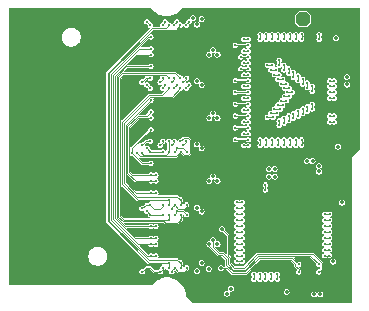
<source format=gbr>
%TF.GenerationSoftware,KiCad,Pcbnew,8.0.5*%
%TF.CreationDate,2025-10-24T05:54:48-05:00*%
%TF.ProjectId,iris-128s,69726973-2d31-4323-9873-2e6b69636164,1*%
%TF.SameCoordinates,Original*%
%TF.FileFunction,Copper,L7,Inr*%
%TF.FilePolarity,Positive*%
%FSLAX46Y46*%
G04 Gerber Fmt 4.6, Leading zero omitted, Abs format (unit mm)*
G04 Created by KiCad (PCBNEW 8.0.5) date 2025-10-24 05:54:48*
%MOMM*%
%LPD*%
G01*
G04 APERTURE LIST*
G04 Aperture macros list*
%AMOutline5P*
0 Free polygon, 5 corners , with rotation*
0 The origin of the aperture is its center*
0 number of corners: always 5*
0 $1 to $10 corner X, Y*
0 $11 Rotation angle, in degrees counterclockwise*
0 create outline with 5 corners*
4,1,5,$1,$2,$3,$4,$5,$6,$7,$8,$9,$10,$1,$2,$11*%
%AMOutline6P*
0 Free polygon, 6 corners , with rotation*
0 The origin of the aperture is its center*
0 number of corners: always 6*
0 $1 to $12 corner X, Y*
0 $13 Rotation angle, in degrees counterclockwise*
0 create outline with 6 corners*
4,1,6,$1,$2,$3,$4,$5,$6,$7,$8,$9,$10,$11,$12,$1,$2,$13*%
%AMOutline7P*
0 Free polygon, 7 corners , with rotation*
0 The origin of the aperture is its center*
0 number of corners: always 7*
0 $1 to $14 corner X, Y*
0 $15 Rotation angle, in degrees counterclockwise*
0 create outline with 7 corners*
4,1,7,$1,$2,$3,$4,$5,$6,$7,$8,$9,$10,$11,$12,$13,$14,$1,$2,$15*%
%AMOutline8P*
0 Free polygon, 8 corners , with rotation*
0 The origin of the aperture is its center*
0 number of corners: always 8*
0 $1 to $16 corner X, Y*
0 $17 Rotation angle, in degrees counterclockwise*
0 create outline with 8 corners*
4,1,8,$1,$2,$3,$4,$5,$6,$7,$8,$9,$10,$11,$12,$13,$14,$15,$16,$1,$2,$17*%
G04 Aperture macros list end*
%TA.AperFunction,ComponentPad*%
%ADD10Outline8P,-0.609600X0.252505X-0.252505X0.609600X0.252505X0.609600X0.609600X0.252505X0.609600X-0.252505X0.252505X-0.609600X-0.252505X-0.609600X-0.609600X-0.252505X90.000000*%
%TD*%
%TA.AperFunction,ViaPad*%
%ADD11C,0.355600*%
%TD*%
%TA.AperFunction,ViaPad*%
%ADD12C,0.304800*%
%TD*%
%TA.AperFunction,Conductor*%
%ADD13C,0.076200*%
%TD*%
G04 APERTURE END LIST*
D10*
%TO.N,/REF_ELEC*%
%TO.C,REF0*%
X120622500Y-81188000D03*
%TD*%
%TO.N,GND1*%
%TO.C,GND1*%
X124315000Y-81188000D03*
%TD*%
D11*
%TO.N,/analog_muxes_switches/SDO3*%
X111328200Y-81127600D03*
%TO.N,/SCLK_SW*%
X113004600Y-89179400D03*
X113004600Y-94513400D03*
X113004600Y-83820000D03*
X113004600Y-99872800D03*
D12*
X121952620Y-101961560D03*
D11*
%TO.N,/CSb_SW*%
X112699800Y-100253800D03*
X112699800Y-89560400D03*
X112699800Y-94894400D03*
X112699800Y-84201000D03*
D12*
X120250820Y-101961560D03*
D11*
%TO.N,/MISO_SW*%
X113669822Y-102275602D03*
D12*
X120250820Y-102596560D03*
D11*
%TO.N,/MOSI_SW*%
X113766600Y-98955860D03*
X112633760Y-102362000D03*
D12*
X121952620Y-102596560D03*
%TO.N,/REC1IN62*%
X110962440Y-81419700D03*
X110759200Y-81701500D03*
%TO.N,/REC1IN34*%
X109514640Y-86525100D03*
X109743200Y-86194900D03*
%TO.N,/REC1IN29*%
X110962440Y-86766400D03*
X110761740Y-87048200D03*
%TO.N,/REC1IN36*%
X108524040Y-86525100D03*
X108752600Y-86194900D03*
%TO.N,/REC1IN5*%
X108526580Y-91871800D03*
X108755140Y-91541600D03*
%TO.N,/REC1IN23*%
X107698540Y-87045800D03*
X107419140Y-86766400D03*
%TO.N,/REC1IN60*%
X109946440Y-81419700D03*
X109743200Y-81701500D03*
%TO.N,/REC1IN31*%
X110505240Y-86525100D03*
X110759200Y-86194900D03*
%TO.N,/REC1IN58*%
X108955840Y-81419700D03*
X108752600Y-81701500D03*
%TO.N,/REC1IN38*%
X107696000Y-86192360D03*
X106987340Y-86522560D03*
%TO.N,/REC1IN27*%
X109948980Y-86766400D03*
X109745740Y-87048200D03*
%TO.N,/REC1IN25*%
X108958380Y-86766400D03*
X108755140Y-87048200D03*
%TO.N,/REC1IN1*%
X110507780Y-91871800D03*
X110761740Y-91541600D03*
%TO.N,/REC1IN3*%
X109517180Y-91871800D03*
X109745740Y-91541600D03*
%TO.N,/REC1IN56*%
X107696000Y-81699100D03*
X107416600Y-81419700D03*
%TO.N,/REC1IN7*%
X107698540Y-91539060D03*
X106989880Y-91869260D03*
D11*
%TO.N,VDD2*%
X119242840Y-104287360D03*
X123903740Y-96723160D03*
X120957340Y-93194860D03*
X123190000Y-101716000D03*
X121434860Y-93194860D03*
D12*
%TO.N,/REF_ELEC*%
X117450000Y-95654200D03*
X122000000Y-82496820D03*
X117450000Y-95216000D03*
X122000000Y-82896820D03*
D11*
%TO.N,VDD3*%
X121571620Y-104501560D03*
X113385600Y-94894400D03*
X113385600Y-89560400D03*
X122079620Y-104501560D03*
X113385600Y-84201000D03*
X113385600Y-100253800D03*
D12*
%TO.N,/MISO1p*%
X123264490Y-89891240D03*
X122870790Y-89890600D03*
%TO.N,/SCLKm*%
X123266200Y-87399500D03*
X122872500Y-87398860D03*
%TO.N,/CSbp*%
X123266200Y-86900640D03*
X122872500Y-86900000D03*
D11*
%TO.N,/MOSIp*%
X124337820Y-86092620D03*
D12*
%TO.N,/SCLKp*%
X123266200Y-87900640D03*
X122872500Y-87900000D03*
D11*
%TO.N,/MOSIm*%
X124337820Y-86732620D03*
D12*
%TO.N,/CSbm*%
X123266200Y-86400640D03*
X122872500Y-86400000D03*
%TO.N,/MISO1m*%
X123266200Y-89400640D03*
X122872500Y-89400000D03*
%TO.N,/CSbp_STIM*%
X122476920Y-98216000D03*
X122870620Y-98215360D03*
%TO.N,/CSbm_STIM*%
X122478800Y-97716640D03*
X122872500Y-97716000D03*
%TO.N,/SCLKm_STIM*%
X122476920Y-98716000D03*
X122870620Y-98715360D03*
%TO.N,/SCLKp_STIM*%
X122476920Y-99216000D03*
X122870620Y-99215360D03*
%TO.N,/MOSIp_STIM*%
X122476920Y-100216000D03*
X122870620Y-100215360D03*
%TO.N,/MOSIm_STIM*%
X122476920Y-99716000D03*
X122870620Y-99715360D03*
%TO.N,/MISOp_STIM*%
X122475020Y-101216640D03*
X122868720Y-101216000D03*
%TO.N,/MISOm_STIM*%
X122475020Y-100716640D03*
X122868720Y-100716000D03*
%TO.N,/STIMIN13*%
X117450000Y-102784200D03*
X117449540Y-103216000D03*
%TO.N,/STIMIN14*%
X109951010Y-92127200D03*
X117950000Y-102784200D03*
X110763770Y-92409000D03*
X117949540Y-103216000D03*
X109747770Y-92409000D03*
%TO.N,/STIMIN3*%
X109519210Y-97232600D03*
X115468400Y-98216460D03*
X115036600Y-98216000D03*
X109747770Y-96902400D03*
X110763770Y-96902400D03*
%TO.N,/STIMIN5*%
X115468400Y-99216460D03*
X115036600Y-99216000D03*
%TO.N,/STIMIN10*%
X115468400Y-101716000D03*
X115036600Y-101716000D03*
%TO.N,/STIMIN12*%
X107700570Y-92406600D03*
X116950000Y-102784200D03*
X108757170Y-92409000D03*
X116949540Y-103216000D03*
X107421170Y-92127200D03*
%TO.N,/STIMIN8*%
X108528610Y-102582600D03*
X115468400Y-100716460D03*
X106991910Y-102580060D03*
X115036600Y-100716000D03*
X108757170Y-102252400D03*
%TO.N,/STIMIN7*%
X115468400Y-100216460D03*
X115036600Y-100216000D03*
%TO.N,/STIMIN6*%
X115468400Y-99716460D03*
X115036600Y-99716000D03*
%TO.N,/STIMIN9*%
X115468400Y-101216460D03*
X109519210Y-102582600D03*
X110763770Y-102252400D03*
X115036600Y-101216000D03*
X109747770Y-102252400D03*
%TO.N,/STIMIN0*%
X115468400Y-96716460D03*
X107700570Y-96899860D03*
X108757170Y-96902400D03*
X106991910Y-97230060D03*
X115036600Y-96716000D03*
%TO.N,/STIMIN2*%
X115468400Y-97716460D03*
X115036600Y-97716000D03*
%TO.N,/STIMIN11*%
X107700570Y-97756600D03*
X116450000Y-102784200D03*
X107421170Y-97477200D03*
X116449540Y-103216000D03*
X108757170Y-97759000D03*
%TO.N,/STIMIN15*%
X118450000Y-102784200D03*
X118449540Y-103216000D03*
%TO.N,/STIMIN4*%
X109951010Y-97477200D03*
X115468400Y-98716460D03*
X109747770Y-97759000D03*
X115036600Y-98716000D03*
X110763770Y-97759000D03*
%TO.N,/STIMIN1*%
X115468400Y-97216460D03*
X115036600Y-97216000D03*
%TO.N,/REC0IN10*%
X119401380Y-85796820D03*
X119401380Y-85396820D03*
%TO.N,/REC0IN52*%
X118001380Y-91400000D03*
X118001380Y-91896820D03*
%TO.N,/REC0IN62*%
X120501380Y-91400000D03*
X120501380Y-91896820D03*
%TO.N,/REC0IN49*%
X118601380Y-89796820D03*
X118601380Y-90196820D03*
%TO.N,/REC0IN63*%
X121401380Y-88396820D03*
X121401380Y-88796820D03*
%TO.N,/REC0IN24*%
X115347380Y-85396580D03*
X116001380Y-85396820D03*
%TO.N,/REC0IN60*%
X120001380Y-91400000D03*
X120001380Y-91896820D03*
%TO.N,/REC0IN27*%
X119201380Y-86696820D03*
X118801380Y-86696820D03*
%TO.N,/REC0IN30*%
X115601380Y-86896820D03*
X116001380Y-86896820D03*
%TO.N,/REC0IN56*%
X119001380Y-91400000D03*
X119001380Y-91896820D03*
%TO.N,/REC0IN32*%
X114901380Y-87396820D03*
X116001380Y-87396820D03*
%TO.N,/REC0IN11*%
X118001380Y-82496820D03*
X118001380Y-82896820D03*
%TO.N,/REC0IN20*%
X115347380Y-84396580D03*
X116001380Y-84396820D03*
%TO.N,/REC0IN57*%
X120201380Y-88996820D03*
X120201380Y-89396820D03*
%TO.N,/REC0IN55*%
X119801380Y-89196820D03*
X119801380Y-89596820D03*
%TO.N,/REC0IN48*%
X117001380Y-91400000D03*
X117001380Y-91896820D03*
%TO.N,/REC0IN50*%
X117501380Y-91400000D03*
X117501380Y-91896820D03*
%TO.N,/REC0IN34*%
X119451380Y-87746820D03*
X119051380Y-87746820D03*
%TO.N,/REC0IN42*%
X118401380Y-89166820D03*
X117901380Y-89166820D03*
%TO.N,/REC0IN18*%
X115601380Y-83896820D03*
X116001380Y-83896820D03*
%TO.N,/REC0IN41*%
X115601380Y-89896820D03*
X116001380Y-89896820D03*
%TO.N,/REC0IN31*%
X119701380Y-87396820D03*
X119301380Y-87396820D03*
%TO.N,/REC0IN58*%
X119501380Y-91400000D03*
X119501380Y-91896820D03*
%TO.N,/REC0IN54*%
X118501380Y-91400000D03*
X118501380Y-91896820D03*
%TO.N,/REC0IN47*%
X114901380Y-91396820D03*
X116001380Y-91396820D03*
%TO.N,/REC0IN3*%
X120001380Y-82496820D03*
X120001380Y-82896820D03*
%TO.N,/REC0IN5*%
X119501380Y-82496820D03*
X119501380Y-82896820D03*
%TO.N,/REC0IN23*%
X118601380Y-85896820D03*
X118201380Y-85896820D03*
%TO.N,/REC0IN59*%
X120601380Y-88796820D03*
X120601380Y-89196820D03*
%TO.N,/REC0IN9*%
X118501380Y-82496820D03*
X118501380Y-82896820D03*
%TO.N,/REC0IN6*%
X120201380Y-86396820D03*
X120201380Y-85996820D03*
%TO.N,/REC0IN37*%
X115601380Y-88896820D03*
X116001380Y-88896820D03*
%TO.N,/REC0IN46*%
X115601380Y-91896820D03*
X116001380Y-91896820D03*
%TO.N,/REC0IN19*%
X118001380Y-85096820D03*
X117601380Y-85096820D03*
%TO.N,/REC0IN8*%
X119801380Y-86096820D03*
X119801380Y-85696820D03*
%TO.N,/REC0IN25*%
X118901380Y-86296820D03*
X118501380Y-86296820D03*
%TO.N,/REC0IN38*%
X118901380Y-88466820D03*
X118501380Y-88466820D03*
%TO.N,/REC0IN17*%
X115601380Y-82896820D03*
X116001380Y-82896820D03*
%TO.N,/REC0IN13*%
X117501380Y-82496820D03*
X117501380Y-82896820D03*
%TO.N,/REC0IN45*%
X115601380Y-90896820D03*
X116001380Y-90896820D03*
%TO.N,/REC0IN7*%
X119001380Y-82496820D03*
X119001380Y-82896820D03*
%TO.N,/REC0IN12*%
X119001380Y-85496820D03*
X119001380Y-85096820D03*
%TO.N,/REC0IN40*%
X118701380Y-88816820D03*
X118201380Y-88816820D03*
%TO.N,/REC0IN2*%
X121001380Y-86996820D03*
X121001380Y-86596820D03*
%TO.N,/REC0IN33*%
X115601380Y-87896820D03*
X116001380Y-87896820D03*
%TO.N,/REC0IN15*%
X117001380Y-82496820D03*
X117001380Y-82896820D03*
%TO.N,/REC0IN14*%
X118601380Y-85096820D03*
X118601380Y-84696820D03*
%TO.N,/REC0IN44*%
X118101380Y-89516820D03*
X117601380Y-89516820D03*
%TO.N,/REC0IN35*%
X114901380Y-88396820D03*
X116001380Y-88396820D03*
%TO.N,/REC0IN1*%
X120501380Y-82496820D03*
X120501380Y-82896820D03*
%TO.N,/REC0IN39*%
X114901380Y-89396820D03*
X116001380Y-89396820D03*
%TO.N,/REC0IN26*%
X115601380Y-85896820D03*
X116001380Y-85896820D03*
%TO.N,/REC0IN61*%
X121001380Y-88596820D03*
X121001380Y-88996820D03*
%TO.N,/REC0IN22*%
X115601380Y-84896820D03*
X116001380Y-84896820D03*
%TO.N,/REC0IN53*%
X119401380Y-89396820D03*
X119401380Y-89796820D03*
%TO.N,/REC0IN51*%
X119001380Y-89596820D03*
X119001380Y-89996820D03*
%TO.N,/REC0IN0*%
X121401380Y-87296820D03*
X121401380Y-86896820D03*
%TO.N,/REC0IN29*%
X119451380Y-87046820D03*
X119051380Y-87046820D03*
%TO.N,/REC0IN36*%
X119201380Y-88096820D03*
X118801380Y-88096820D03*
%TO.N,/REC0IN16*%
X114901380Y-83396820D03*
X116001380Y-83396820D03*
%TO.N,/REC0IN43*%
X114901380Y-90396820D03*
X116001380Y-90396820D03*
%TO.N,/REC0IN28*%
X114901380Y-86396820D03*
X116001380Y-86396820D03*
%TO.N,/REC0IN4*%
X120601380Y-86696820D03*
X120601380Y-86296820D03*
%TO.N,/REC0IN21*%
X118301380Y-85496820D03*
X117901380Y-85496820D03*
D11*
%TO.N,VDD1*%
X121965720Y-93621580D03*
X121965720Y-94099100D03*
X123587097Y-91986100D03*
X123445657Y-82801820D03*
%TO.N,GND1*%
X118145600Y-104287360D03*
X124000000Y-94000000D03*
X122842020Y-96042160D03*
X124000000Y-101000000D03*
X105700000Y-103100000D03*
X123600000Y-84600000D03*
X114495580Y-94513400D03*
X100146180Y-84821180D03*
X96200000Y-97800000D03*
X121932700Y-94683580D03*
X111000000Y-103200000D03*
X124000000Y-104800000D03*
X96200000Y-88300000D03*
X113600000Y-103100000D03*
X96200000Y-85000000D03*
X124000000Y-85400000D03*
X124000000Y-99000000D03*
X96300000Y-80900000D03*
X101000000Y-101900000D03*
X113792000Y-83820000D03*
X114400000Y-95300000D03*
X97996979Y-84803400D03*
X96200000Y-99100000D03*
X112500000Y-104800000D03*
X122341640Y-103230680D03*
X107008740Y-87589060D03*
X105000000Y-101000000D03*
X106400000Y-101400000D03*
X120906540Y-92102940D03*
X102174779Y-84803400D03*
X122326400Y-81851500D03*
X118000000Y-80700000D03*
X99819179Y-99203400D03*
X103996979Y-99203400D03*
X116000000Y-80700000D03*
X114310160Y-103014780D03*
X124000000Y-103000000D03*
X104174779Y-84803400D03*
X107800000Y-80800000D03*
X113792000Y-94513400D03*
X106615040Y-95341140D03*
X119869820Y-94976560D03*
X124400000Y-84500000D03*
X97819179Y-99203400D03*
X120611900Y-82067400D03*
X98000000Y-102000000D03*
X96200000Y-103100000D03*
X122374660Y-104068880D03*
X113500000Y-80800000D03*
X115003580Y-92120720D03*
X122000000Y-93000000D03*
X123903740Y-97185480D03*
X124000000Y-96000000D03*
X106700000Y-81600000D03*
X105700000Y-80900000D03*
X98000000Y-82000000D03*
X124416820Y-82763360D03*
X106200000Y-91600000D03*
X119100000Y-93400000D03*
X110600000Y-80800000D03*
X102000000Y-81900000D03*
X101844579Y-99203400D03*
X113792000Y-89281000D03*
X117400000Y-93400000D03*
X124040900Y-88783160D03*
X100000000Y-81900000D03*
X106200000Y-99100000D03*
X113792000Y-99872800D03*
X106600000Y-97000000D03*
X114193320Y-103600840D03*
X96200000Y-86700000D03*
D12*
%TO.N,/RS10*%
X108158280Y-95900000D03*
X107751880Y-88050000D03*
X107751880Y-95900000D03*
%TO.N,/RS12*%
X106984800Y-92557600D03*
X109263140Y-91541600D03*
X109265170Y-92409000D03*
%TO.N,/RS3*%
X108158280Y-100250000D03*
X107751880Y-100250000D03*
X107751880Y-83700000D03*
%TO.N,/RS9*%
X110256320Y-96494600D03*
X110253740Y-87048200D03*
X110255770Y-96902400D03*
%TO.N,/RS14*%
X106172000Y-92557600D03*
X107751880Y-93400000D03*
X107751880Y-90550000D03*
%TO.N,/RS8*%
X109265720Y-96494600D03*
X109263140Y-87048200D03*
X109265170Y-96902400D03*
%TO.N,/RS5*%
X108158280Y-98750000D03*
X107751880Y-85200000D03*
X107751880Y-98750000D03*
%TO.N,/RS6*%
X110256320Y-98165920D03*
X110255770Y-97759000D03*
X110251200Y-86194900D03*
%TO.N,/RS11*%
X108158280Y-94900000D03*
X107751880Y-94900000D03*
X107751880Y-89050000D03*
%TO.N,/RS7*%
X109265720Y-98165920D03*
X109265170Y-97759000D03*
X109260600Y-86194900D03*
%TO.N,/RS13*%
X108158280Y-94399100D03*
X107751880Y-94400000D03*
X107751880Y-89550000D03*
%TO.N,/RS15*%
X106578400Y-92557600D03*
X110255770Y-92409000D03*
X110253740Y-91541600D03*
%TO.N,/RS2*%
X108158280Y-101250000D03*
X107751880Y-82700000D03*
X107751880Y-101250000D03*
%TO.N,/RS0*%
X109265720Y-101846380D03*
X109265170Y-102252400D03*
X109260600Y-81701500D03*
%TO.N,/RS1*%
X110256320Y-101846380D03*
X110255770Y-102252400D03*
X110251200Y-81701500D03*
%TO.N,/RS4*%
X108158280Y-99750000D03*
X107751880Y-99750000D03*
X107751880Y-84200000D03*
D11*
%TO.N,VSS_SW*%
X111653000Y-81650000D03*
X111633000Y-86461600D03*
X111633000Y-97155000D03*
X111633000Y-102514400D03*
X111633000Y-91808300D03*
X114193320Y-104429560D03*
%TO.N,VDD_SW*%
X112039400Y-81200000D03*
X112039400Y-92138500D03*
X112039400Y-101854000D03*
X114531140Y-104018080D03*
X112039400Y-97485200D03*
X112039400Y-86791800D03*
%TO.N,VSTIMp*%
X117749320Y-93903800D03*
X118226840Y-93903800D03*
%TO.N,VSTIMm*%
X118226840Y-94526100D03*
X117749320Y-94526100D03*
%TD*%
D13*
%TO.N,/SCLK_SW*%
X113512040Y-101000000D02*
X113821546Y-101000000D01*
X113004600Y-99872800D02*
X113004600Y-100492560D01*
X114273520Y-101941446D02*
X114737254Y-102405180D01*
X114273520Y-101451974D02*
X114273520Y-101941446D01*
X121247880Y-101256820D02*
X121952620Y-101961560D01*
X114737254Y-102405180D02*
X115678846Y-102405180D01*
X116827206Y-101256820D02*
X121247880Y-101256820D01*
X113004600Y-100492560D02*
X113512040Y-101000000D01*
X115678846Y-102405180D02*
X116827206Y-101256820D01*
X113821546Y-101000000D02*
X114273520Y-101451974D01*
%TO.N,/CSb_SW*%
X112699800Y-100403286D02*
X113448914Y-101152400D01*
X114121120Y-102004572D02*
X114674128Y-102557580D01*
X119698480Y-101409220D02*
X120250820Y-101961560D01*
X114674128Y-102557580D02*
X115741972Y-102557580D01*
X114121120Y-101515100D02*
X114121120Y-102004572D01*
X116890332Y-101409220D02*
X119698480Y-101409220D01*
X113758420Y-101152400D02*
X114121120Y-101515100D01*
X115741972Y-102557580D02*
X116890332Y-101409220D01*
X113448914Y-101152400D02*
X113758420Y-101152400D01*
X112699800Y-100253800D02*
X112699800Y-100403286D01*
%TO.N,/MISO_SW*%
X114176624Y-102275602D02*
X114611002Y-102709980D01*
X114611002Y-102709980D02*
X115805098Y-102709980D01*
X115805098Y-102709980D02*
X116953458Y-101561620D01*
X116953458Y-101561620D02*
X119635354Y-101561620D01*
X119984120Y-101910386D02*
X119984120Y-102072031D01*
X113669822Y-102275602D02*
X114176624Y-102275602D01*
X119984120Y-102072031D02*
X120250820Y-102338731D01*
X119635354Y-101561620D02*
X119984120Y-101910386D01*
X120250820Y-102338731D02*
X120250820Y-102596560D01*
%TO.N,/MOSI_SW*%
X114800380Y-102252780D02*
X115615720Y-102252780D01*
X121472651Y-101104420D02*
X122219320Y-101851089D01*
X113766600Y-98955860D02*
X114272060Y-99461320D01*
X122219320Y-102329860D02*
X121952620Y-102596560D01*
X115615720Y-102252780D02*
X116764080Y-101104420D01*
X116764080Y-101104420D02*
X121472651Y-101104420D01*
X114425920Y-101878320D02*
X114800380Y-102252780D01*
X122219320Y-101851089D02*
X122219320Y-102329860D01*
X114425920Y-101388848D02*
X114425920Y-101878320D01*
X114272060Y-101234988D02*
X114425920Y-101388848D01*
X114272060Y-99461320D02*
X114272060Y-101234988D01*
%TO.N,/REC1IN62*%
X110759200Y-81701500D02*
X110759200Y-81622940D01*
X110759200Y-81622940D02*
X110962440Y-81419700D01*
%TO.N,/REC1IN34*%
X109743200Y-86194900D02*
X109743200Y-86296540D01*
X109743200Y-86296540D02*
X109514640Y-86525100D01*
%TO.N,/REC1IN29*%
X110761740Y-86969640D02*
X110964980Y-86766400D01*
X110761740Y-87048200D02*
X110761740Y-86969640D01*
%TO.N,/REC1IN36*%
X108752600Y-86296540D02*
X108524040Y-86525100D01*
X108752600Y-86194900D02*
X108752600Y-86296540D01*
%TO.N,/REC1IN5*%
X108755140Y-91541600D02*
X108755140Y-91643240D01*
X108755140Y-91643240D02*
X108526580Y-91871800D01*
%TO.N,/REC1IN23*%
X107419140Y-86766400D02*
X107698540Y-87045800D01*
%TO.N,/REC1IN60*%
X109743200Y-81622940D02*
X109946440Y-81419700D01*
X109743200Y-81701500D02*
X109743200Y-81622940D01*
%TO.N,/REC1IN31*%
X110759200Y-86271140D02*
X110505240Y-86525100D01*
X110759200Y-86194900D02*
X110759200Y-86271140D01*
%TO.N,/REC1IN58*%
X108752600Y-81622940D02*
X108955840Y-81419700D01*
X108752600Y-81701500D02*
X108752600Y-81622940D01*
%TO.N,/REC1IN38*%
X107317540Y-86192360D02*
X107696000Y-86192360D01*
X106987340Y-86522560D02*
X107317540Y-86192360D01*
%TO.N,/REC1IN27*%
X109745740Y-87048200D02*
X109745740Y-86969640D01*
X109745740Y-86969640D02*
X109948980Y-86766400D01*
%TO.N,/REC1IN25*%
X108755140Y-86969640D02*
X108958380Y-86766400D01*
X108755140Y-87048200D02*
X108755140Y-86969640D01*
%TO.N,/REC1IN1*%
X110761740Y-91541600D02*
X110761740Y-91617840D01*
X110761740Y-91617840D02*
X110507780Y-91871800D01*
%TO.N,/REC1IN3*%
X109745740Y-91643240D02*
X109517180Y-91871800D01*
X109745740Y-91541600D02*
X109745740Y-91643240D01*
%TO.N,/REC1IN56*%
X107416600Y-81419700D02*
X107696000Y-81699100D01*
%TO.N,/REC1IN7*%
X106989880Y-91869260D02*
X107320080Y-91539060D01*
X107320080Y-91539060D02*
X107698540Y-91539060D01*
%TO.N,/REF_ELEC*%
X117450000Y-95216000D02*
X117450000Y-95654200D01*
X122000000Y-82896820D02*
X122000000Y-82496820D01*
%TO.N,/MISO1p*%
X122870790Y-89890600D02*
X123263850Y-89890600D01*
X123263850Y-89890600D02*
X123264490Y-89891240D01*
%TO.N,/SCLKm*%
X122872500Y-87398860D02*
X123265560Y-87398860D01*
X123265560Y-87398860D02*
X123266200Y-87399500D01*
%TO.N,/CSbp*%
X122873140Y-86900640D02*
X122872500Y-86900000D01*
X123266200Y-86900640D02*
X122873140Y-86900640D01*
%TO.N,/SCLKp*%
X123266200Y-87900640D02*
X122873140Y-87900640D01*
X122873140Y-87900640D02*
X122872500Y-87900000D01*
%TO.N,/CSbm*%
X122872500Y-86400000D02*
X123265560Y-86400000D01*
X123265560Y-86400000D02*
X123266200Y-86400640D01*
%TO.N,/MISO1m*%
X123265560Y-89400000D02*
X123266200Y-89400640D01*
X122872500Y-89400000D02*
X123265560Y-89400000D01*
%TO.N,/CSbp_STIM*%
X122476920Y-98216000D02*
X122871260Y-98216000D01*
%TO.N,/CSbm_STIM*%
X122478800Y-97716640D02*
X122873140Y-97716640D01*
%TO.N,/SCLKm_STIM*%
X122476920Y-98716000D02*
X122871260Y-98716000D01*
%TO.N,/SCLKp_STIM*%
X122476920Y-99216000D02*
X122871260Y-99216000D01*
%TO.N,/MOSIp_STIM*%
X122476920Y-100216000D02*
X122871260Y-100216000D01*
%TO.N,/MOSIm_STIM*%
X122476920Y-99716000D02*
X122871260Y-99716000D01*
%TO.N,/MISOp_STIM*%
X122475020Y-101216640D02*
X122869360Y-101216640D01*
%TO.N,/MISOm_STIM*%
X122475020Y-100716640D02*
X122869360Y-100716640D01*
%TO.N,/STIMIN13*%
X117449540Y-102784660D02*
X117450000Y-102784200D01*
X117449540Y-103216000D02*
X117449540Y-102784660D01*
%TO.N,/STIMIN14*%
X110493270Y-92138500D02*
X110763770Y-92409000D01*
X117949540Y-102784660D02*
X117950000Y-102784200D01*
X109962310Y-92138500D02*
X110493270Y-92138500D01*
X109747770Y-92409000D02*
X109747770Y-92330440D01*
X117949540Y-103216000D02*
X117949540Y-102784660D01*
X109951010Y-92127200D02*
X109962310Y-92138500D01*
X109747770Y-92330440D02*
X109951010Y-92127200D01*
%TO.N,/STIMIN3*%
X110077970Y-97232600D02*
X109747770Y-96902400D01*
X110763770Y-96978640D02*
X110509810Y-97232600D01*
X110763770Y-96902400D02*
X110763770Y-96978640D01*
X109519210Y-97130960D02*
X109519210Y-97232600D01*
X110509810Y-97232600D02*
X110077970Y-97232600D01*
X109747770Y-96902400D02*
X109519210Y-97130960D01*
X115468400Y-98216460D02*
X115037060Y-98216460D01*
X115037060Y-98216460D02*
X115036600Y-98216000D01*
%TO.N,/STIMIN5*%
X115467940Y-99216000D02*
X115468400Y-99216460D01*
X115036600Y-99216000D02*
X115467940Y-99216000D01*
%TO.N,/STIMIN10*%
X115467940Y-101715770D02*
X115468400Y-101716230D01*
X115036600Y-101716000D02*
X115467940Y-101716000D01*
%TO.N,/STIMIN12*%
X107421170Y-92127200D02*
X107700570Y-92406600D01*
X107700570Y-92406600D02*
X108754770Y-92406600D01*
X116949540Y-102784660D02*
X116950000Y-102784200D01*
X116949540Y-103216000D02*
X116949540Y-102784660D01*
X108754770Y-92406600D02*
X108757170Y-92409000D01*
%TO.N,/STIMIN8*%
X108757170Y-102354040D02*
X108528610Y-102582600D01*
X108757170Y-102252400D02*
X108757170Y-102354040D01*
X115037060Y-100716460D02*
X115036600Y-100716000D01*
X106991910Y-102580060D02*
X107322110Y-102249860D01*
X107322110Y-102249860D02*
X107700570Y-102249860D01*
X108033310Y-102582600D02*
X108528610Y-102582600D01*
X115468400Y-100716460D02*
X115037060Y-100716460D01*
X107700570Y-102249860D02*
X108033310Y-102582600D01*
%TO.N,/STIMIN7*%
X115036600Y-100216000D02*
X115467940Y-100216000D01*
X115467940Y-100216000D02*
X115468400Y-100216460D01*
%TO.N,/STIMIN6*%
X115468400Y-99716460D02*
X115037060Y-99716460D01*
X115037060Y-99716460D02*
X115036600Y-99716000D01*
%TO.N,/STIMIN9*%
X110763770Y-102252400D02*
X110763770Y-102328640D01*
X110763770Y-102328640D02*
X110509810Y-102582600D01*
X109747770Y-102252400D02*
X110077970Y-102582600D01*
X109519210Y-102480960D02*
X109519210Y-102582600D01*
X110077970Y-102582600D02*
X110509810Y-102582600D01*
X115036600Y-101216000D02*
X115467940Y-101216000D01*
X115467940Y-101216000D02*
X115468400Y-101216460D01*
X109747770Y-102252400D02*
X109519210Y-102480960D01*
%TO.N,/STIMIN0*%
X115036600Y-96716000D02*
X115467940Y-96716000D01*
X106991910Y-97230060D02*
X107322110Y-96899860D01*
X115467940Y-96716000D02*
X115468400Y-96716460D01*
X108757170Y-96902400D02*
X108757170Y-97004040D01*
X108033310Y-97232600D02*
X108528610Y-97232600D01*
X107322110Y-96899860D02*
X107700570Y-96899860D01*
X107700570Y-96899860D02*
X108033310Y-97232600D01*
X108757170Y-97004040D02*
X108528610Y-97232600D01*
%TO.N,/STIMIN2*%
X115467940Y-97716000D02*
X115468400Y-97716460D01*
X115036600Y-97716000D02*
X115467940Y-97716000D01*
%TO.N,/STIMIN11*%
X108754770Y-97756600D02*
X108757170Y-97759000D01*
X116449540Y-102784660D02*
X116450000Y-102784200D01*
X107700570Y-97756600D02*
X108754770Y-97756600D01*
X107421170Y-97477200D02*
X107700570Y-97756600D01*
X116449540Y-103216000D02*
X116449540Y-102784660D01*
X108757170Y-97759000D02*
X108757170Y-97680440D01*
%TO.N,/STIMIN15*%
X118449540Y-103216000D02*
X118449540Y-102784660D01*
X118449540Y-102784660D02*
X118450000Y-102784200D01*
%TO.N,/STIMIN4*%
X115467940Y-98716000D02*
X115468400Y-98716460D01*
X115036600Y-98716000D02*
X115467940Y-98716000D01*
X110763770Y-97759000D02*
X110481970Y-97477200D01*
X109747770Y-97759000D02*
X109747770Y-97680440D01*
X110481970Y-97477200D02*
X109951010Y-97477200D01*
X109747770Y-97680440D02*
X109951010Y-97477200D01*
%TO.N,/STIMIN1*%
X115468400Y-97216460D02*
X115037060Y-97216460D01*
X115037060Y-97216460D02*
X115036600Y-97216000D01*
%TO.N,/REC0IN10*%
X119401380Y-85396820D02*
X119401380Y-85796820D01*
%TO.N,/REC0IN52*%
X118001380Y-91896820D02*
X118001380Y-91400000D01*
%TO.N,/REC0IN62*%
X120501380Y-91896820D02*
X120501380Y-91400000D01*
%TO.N,/REC0IN49*%
X118601380Y-90196820D02*
X118601380Y-89796820D01*
%TO.N,/REC0IN63*%
X121401380Y-88796820D02*
X121401380Y-88396820D01*
%TO.N,/REC0IN24*%
X115347620Y-85396820D02*
X115347380Y-85396580D01*
X116001380Y-85396820D02*
X115347620Y-85396820D01*
%TO.N,/REC0IN60*%
X120001380Y-91896820D02*
X120001380Y-91400000D01*
%TO.N,/REC0IN27*%
X118801380Y-86696820D02*
X119201380Y-86696820D01*
%TO.N,/REC0IN30*%
X116001380Y-86896820D02*
X115601380Y-86896820D01*
%TO.N,/REC0IN56*%
X119001380Y-91896820D02*
X119001380Y-91400000D01*
%TO.N,/REC0IN32*%
X116001380Y-87396820D02*
X114901380Y-87396820D01*
%TO.N,/REC0IN11*%
X118001380Y-82896820D02*
X118001380Y-82496820D01*
%TO.N,/REC0IN20*%
X116001380Y-84396820D02*
X115347620Y-84396820D01*
X115347620Y-84396820D02*
X115347380Y-84396580D01*
%TO.N,/REC0IN57*%
X120201380Y-89396820D02*
X120201380Y-88996820D01*
%TO.N,/REC0IN55*%
X119801380Y-89596820D02*
X119801380Y-89196820D01*
%TO.N,/REC0IN48*%
X117001380Y-91896820D02*
X117001380Y-91400000D01*
%TO.N,/REC0IN50*%
X117501380Y-91896820D02*
X117501380Y-91400000D01*
%TO.N,/REC0IN34*%
X119051380Y-87746820D02*
X119451380Y-87746820D01*
%TO.N,/REC0IN42*%
X117901380Y-89166820D02*
X118401380Y-89166820D01*
%TO.N,/REC0IN18*%
X115601380Y-83896820D02*
X116001380Y-83896820D01*
%TO.N,/REC0IN41*%
X116001380Y-89896820D02*
X115601380Y-89896820D01*
%TO.N,/REC0IN31*%
X119301380Y-87396820D02*
X119701380Y-87396820D01*
%TO.N,/REC0IN58*%
X119501380Y-91896820D02*
X119501380Y-91400000D01*
%TO.N,/REC0IN54*%
X118501380Y-91896820D02*
X118501380Y-91400000D01*
%TO.N,/REC0IN47*%
X116001380Y-91396820D02*
X114901380Y-91396820D01*
%TO.N,/REC0IN3*%
X120001380Y-82896820D02*
X120001380Y-82496820D01*
%TO.N,/REC0IN5*%
X119501380Y-82896820D02*
X119501380Y-82496820D01*
%TO.N,/REC0IN23*%
X118201380Y-85896820D02*
X118601380Y-85896820D01*
%TO.N,/REC0IN59*%
X120601380Y-89196820D02*
X120601380Y-88796820D01*
%TO.N,/REC0IN9*%
X118501380Y-82896820D02*
X118501380Y-82496820D01*
%TO.N,/REC0IN6*%
X120201380Y-85996820D02*
X120201380Y-86396820D01*
%TO.N,/REC0IN37*%
X116001380Y-88896820D02*
X115601380Y-88896820D01*
%TO.N,/REC0IN46*%
X115601380Y-91896820D02*
X116001380Y-91896820D01*
%TO.N,/REC0IN19*%
X117601380Y-85096820D02*
X118001380Y-85096820D01*
%TO.N,/REC0IN8*%
X119801380Y-85696820D02*
X119801380Y-86096820D01*
%TO.N,/REC0IN25*%
X118501380Y-86296820D02*
X118901380Y-86296820D01*
%TO.N,/REC0IN38*%
X118501380Y-88466820D02*
X118901380Y-88466820D01*
%TO.N,/REC0IN17*%
X115601380Y-82896820D02*
X116001380Y-82896820D01*
%TO.N,/REC0IN13*%
X117501380Y-82896820D02*
X117501380Y-82496820D01*
%TO.N,/REC0IN45*%
X116001380Y-90896820D02*
X115601380Y-90896820D01*
%TO.N,/REC0IN7*%
X119001380Y-82896820D02*
X119001380Y-82496820D01*
%TO.N,/REC0IN12*%
X119001380Y-85096820D02*
X119001380Y-85496820D01*
%TO.N,/REC0IN40*%
X118201380Y-88816820D02*
X118701380Y-88816820D01*
%TO.N,/REC0IN2*%
X121001380Y-86596820D02*
X121001380Y-86996820D01*
%TO.N,/REC0IN33*%
X116001380Y-87896820D02*
X115601380Y-87896820D01*
%TO.N,/REC0IN15*%
X117001380Y-82896820D02*
X117001380Y-82496820D01*
%TO.N,/REC0IN14*%
X118601380Y-84696820D02*
X118601380Y-85096820D01*
%TO.N,/REC0IN44*%
X117601380Y-89516820D02*
X118101380Y-89516820D01*
%TO.N,/REC0IN35*%
X114901380Y-88396820D02*
X116001380Y-88396820D01*
%TO.N,/REC0IN1*%
X120501380Y-82896820D02*
X120501380Y-82496820D01*
%TO.N,/REC0IN39*%
X116001380Y-89396820D02*
X114901380Y-89396820D01*
%TO.N,/REC0IN26*%
X116001380Y-85896820D02*
X115601380Y-85896820D01*
%TO.N,/REC0IN61*%
X121001380Y-88996820D02*
X121001380Y-88596820D01*
%TO.N,/REC0IN22*%
X116001380Y-84896820D02*
X115601380Y-84896820D01*
%TO.N,/REC0IN53*%
X119401380Y-89796820D02*
X119401380Y-89396820D01*
%TO.N,/REC0IN51*%
X119001380Y-89996820D02*
X119001380Y-89596820D01*
%TO.N,/REC0IN0*%
X121401380Y-86896820D02*
X121401380Y-87296820D01*
%TO.N,/REC0IN29*%
X119051380Y-87046820D02*
X119451380Y-87046820D01*
%TO.N,/REC0IN36*%
X118801380Y-88096820D02*
X119201380Y-88096820D01*
%TO.N,/REC0IN16*%
X116001380Y-83396820D02*
X114901380Y-83396820D01*
%TO.N,/REC0IN43*%
X116001380Y-90396820D02*
X114901380Y-90396820D01*
%TO.N,/REC0IN28*%
X116001380Y-86396820D02*
X114901380Y-86396820D01*
%TO.N,/REC0IN4*%
X120601380Y-86296820D02*
X120601380Y-86696820D01*
%TO.N,/REC0IN21*%
X117901380Y-85496820D02*
X118301380Y-85496820D01*
%TO.N,/RS10*%
X107751880Y-95900000D02*
X106470732Y-95900000D01*
X105600500Y-95029768D02*
X105600500Y-90201380D01*
X107751880Y-95900000D02*
X108158280Y-95900000D01*
X106470732Y-95900000D02*
X105600500Y-95029768D01*
X105600500Y-90201380D02*
X107751880Y-88050000D01*
%TO.N,/RS12*%
X109265170Y-92409000D02*
X109265170Y-92364010D01*
X107102900Y-92675700D02*
X106984800Y-92557600D01*
X109250480Y-91554260D02*
X109263140Y-91541600D01*
X109265170Y-92409000D02*
X108998470Y-92675700D01*
X108998470Y-92675700D02*
X107102900Y-92675700D01*
X109250480Y-92349320D02*
X109250480Y-91554260D01*
X109265170Y-92364010D02*
X109250480Y-92349320D01*
%TO.N,/RS3*%
X106655132Y-100250000D02*
X104533700Y-98128568D01*
X104533700Y-85916248D02*
X106749948Y-83700000D01*
X104533700Y-98128568D02*
X104533700Y-85916248D01*
X106749948Y-83700000D02*
X107751880Y-83700000D01*
X108158280Y-100250000D02*
X107751880Y-100250000D01*
X107751880Y-100250000D02*
X106655132Y-100250000D01*
%TO.N,/RS9*%
X105448100Y-95092894D02*
X105448100Y-89976609D01*
X110256320Y-96494600D02*
X110256320Y-96901850D01*
X110256320Y-96494600D02*
X109989620Y-96227900D01*
X109518640Y-87783300D02*
X110253740Y-87048200D01*
X105448100Y-89976609D02*
X107641409Y-87783300D01*
X106583106Y-96227900D02*
X105448100Y-95092894D01*
X107641409Y-87783300D02*
X109518640Y-87783300D01*
X109989620Y-96227900D02*
X106583106Y-96227900D01*
X110256320Y-96901850D02*
X110255770Y-96902400D01*
%TO.N,/RS14*%
X107751880Y-93400000D02*
X107014400Y-93400000D01*
X106172000Y-92557600D02*
X106172000Y-92129880D01*
X106172000Y-92129880D02*
X107751880Y-90550000D01*
X107014400Y-93400000D02*
X106172000Y-92557600D01*
%TO.N,/RS8*%
X106634280Y-96494600D02*
X105295700Y-95156020D01*
X108680440Y-87630900D02*
X109263140Y-87048200D01*
X105295700Y-95156020D02*
X105295700Y-89908380D01*
X109265720Y-96494600D02*
X106634280Y-96494600D01*
X109265170Y-96495150D02*
X109265720Y-96494600D01*
X105295700Y-89908380D02*
X107573180Y-87630900D01*
X109265170Y-96902400D02*
X109265170Y-96495150D01*
X107573180Y-87630900D02*
X108680440Y-87630900D01*
%TO.N,/RS5*%
X104838500Y-98002316D02*
X104838500Y-86042500D01*
X104838500Y-86042500D02*
X105681000Y-85200000D01*
X107751880Y-98750000D02*
X108158280Y-98750000D01*
X107751880Y-98750000D02*
X105586184Y-98750000D01*
X105681000Y-85200000D02*
X107751880Y-85200000D01*
X105586184Y-98750000D02*
X104838500Y-98002316D01*
%TO.N,/RS6*%
X110256320Y-97759550D02*
X110255770Y-97759000D01*
X110256320Y-98165920D02*
X109989620Y-98432620D01*
X110256320Y-98165920D02*
X110256320Y-97759550D01*
X109989620Y-98432620D02*
X108968540Y-98432620D01*
X108854240Y-98318320D02*
X105370030Y-98318320D01*
X105370030Y-98318320D02*
X104990900Y-97939190D01*
X104990900Y-97939190D02*
X104990900Y-86105626D01*
X104990900Y-86105626D02*
X105323266Y-85773260D01*
X109829560Y-85773260D02*
X110251200Y-86194900D01*
X105323266Y-85773260D02*
X109829560Y-85773260D01*
X108968540Y-98432620D02*
X108854240Y-98318320D01*
%TO.N,/RS11*%
X106449380Y-94900000D02*
X105752900Y-94203520D01*
X106619806Y-89397600D02*
X107404280Y-89397600D01*
X105752900Y-90264506D02*
X106619806Y-89397600D01*
X108158280Y-94900000D02*
X107751880Y-94900000D01*
X105752900Y-94203520D02*
X105752900Y-90264506D01*
X107751880Y-94900000D02*
X106449380Y-94900000D01*
X107404280Y-89397600D02*
X107751880Y-89050000D01*
%TO.N,/RS7*%
X105386392Y-85925660D02*
X108991360Y-85925660D01*
X105143300Y-97876064D02*
X105143300Y-86168752D01*
X109265720Y-97759550D02*
X109265170Y-97759000D01*
X105143300Y-86168752D02*
X105386392Y-85925660D01*
X109265720Y-98165920D02*
X105433156Y-98165920D01*
X108991360Y-85925660D02*
X109260600Y-86194900D01*
X105433156Y-98165920D02*
X105143300Y-97876064D01*
X109265720Y-98165920D02*
X109265720Y-97759550D01*
%TO.N,/RS13*%
X106682932Y-89550000D02*
X107751880Y-89550000D01*
X105905300Y-94140394D02*
X105905300Y-90327632D01*
X107751880Y-94400000D02*
X106164906Y-94400000D01*
X108157380Y-94400000D02*
X108158280Y-94399100D01*
X107751880Y-94400000D02*
X108157380Y-94400000D01*
X105905300Y-90327632D02*
X106682932Y-89550000D01*
X106164906Y-94400000D02*
X105905300Y-94140394D01*
%TO.N,/RS15*%
X110255770Y-92409000D02*
X110522470Y-92675700D01*
X110520440Y-91274900D02*
X110253740Y-91541600D01*
X109836670Y-92828100D02*
X106848900Y-92828100D01*
X110522470Y-92675700D02*
X110874241Y-92675700D01*
X106848900Y-92828100D02*
X106578400Y-92557600D01*
X110872211Y-91274900D02*
X110520440Y-91274900D01*
X111030470Y-92519471D02*
X111030470Y-91433159D01*
X110255770Y-92409000D02*
X109836670Y-92828100D01*
X111030470Y-91433159D02*
X110872211Y-91274900D01*
X110874241Y-92675700D02*
X111030470Y-92519471D01*
%TO.N,/RS2*%
X107751880Y-101250000D02*
X107439606Y-101250000D01*
X104381300Y-85853122D02*
X107534422Y-82700000D01*
X107534422Y-82700000D02*
X107751880Y-82700000D01*
X104381300Y-98191694D02*
X104381300Y-85853122D01*
X107439606Y-101250000D02*
X104381300Y-98191694D01*
X107751880Y-101250000D02*
X108158280Y-101250000D01*
%TO.N,/RS0*%
X109265720Y-101846380D02*
X107604934Y-101846380D01*
X109265720Y-101846380D02*
X109265720Y-102251850D01*
X109265720Y-102251850D02*
X109265170Y-102252400D01*
X107835170Y-81968200D02*
X108993900Y-81968200D01*
X104076500Y-98317946D02*
X104076500Y-85726870D01*
X108993900Y-81968200D02*
X109260600Y-81701500D01*
X104076500Y-85726870D02*
X107835170Y-81968200D01*
X107604934Y-101846380D02*
X104076500Y-98317946D01*
%TO.N,/RS1*%
X109989620Y-101579680D02*
X107553760Y-101579680D01*
X110255770Y-102252400D02*
X110255770Y-101846930D01*
X107553760Y-101579680D02*
X104228900Y-98254820D01*
X110256320Y-101846380D02*
X109989620Y-101579680D01*
X109832100Y-82120600D02*
X110251200Y-81701500D01*
X110255770Y-101846930D02*
X110256320Y-101846380D01*
X104228900Y-98254820D02*
X104228900Y-85789996D01*
X104228900Y-85789996D02*
X107898296Y-82120600D01*
X107898296Y-82120600D02*
X109832100Y-82120600D01*
%TO.N,/RS4*%
X107751880Y-99750000D02*
X106370658Y-99750000D01*
X104686100Y-98065442D02*
X104686100Y-85979374D01*
X106465474Y-84200000D02*
X107751880Y-84200000D01*
X106370658Y-99750000D02*
X104686100Y-98065442D01*
X107751880Y-99750000D02*
X108158280Y-99750000D01*
X104686100Y-85979374D02*
X106465474Y-84200000D01*
%TD*%
%TA.AperFunction,Conductor*%
%TO.N,GND1*%
G36*
X105321434Y-95344106D02*
G01*
X106536957Y-96559629D01*
X106536956Y-96559629D01*
X106558138Y-96580810D01*
X106569251Y-96591923D01*
X106611445Y-96609400D01*
X107609804Y-96609400D01*
X107636038Y-96620266D01*
X107646904Y-96646500D01*
X107636038Y-96672734D01*
X107617042Y-96682887D01*
X107611181Y-96684052D01*
X107611178Y-96684054D01*
X107535399Y-96734686D01*
X107535396Y-96734689D01*
X107512758Y-96768571D01*
X107489148Y-96784347D01*
X107481910Y-96785060D01*
X107299272Y-96785060D01*
X107286915Y-96790178D01*
X107286916Y-96790179D01*
X107257080Y-96802537D01*
X107224786Y-96834830D01*
X107224787Y-96834831D01*
X107224786Y-96834832D01*
X107065348Y-96994269D01*
X107039114Y-97005135D01*
X107031877Y-97004422D01*
X106991910Y-96996472D01*
X106902521Y-97014252D01*
X106902518Y-97014254D01*
X106826739Y-97064886D01*
X106826736Y-97064889D01*
X106776104Y-97140668D01*
X106776102Y-97140671D01*
X106758322Y-97230059D01*
X106758322Y-97230060D01*
X106776102Y-97319448D01*
X106776102Y-97319449D01*
X106776103Y-97319450D01*
X106783994Y-97331260D01*
X106826736Y-97395230D01*
X106826739Y-97395233D01*
X106840119Y-97404173D01*
X106902520Y-97445867D01*
X106991910Y-97463648D01*
X107081300Y-97445867D01*
X107136589Y-97408924D01*
X107164437Y-97403386D01*
X107188047Y-97419161D01*
X107193586Y-97447010D01*
X107187582Y-97477198D01*
X107187582Y-97477200D01*
X107205362Y-97566588D01*
X107205364Y-97566591D01*
X107255996Y-97642370D01*
X107255998Y-97642372D01*
X107331780Y-97693007D01*
X107421170Y-97710788D01*
X107423895Y-97710245D01*
X107451743Y-97715780D01*
X107467523Y-97739386D01*
X107467525Y-97753863D01*
X107466982Y-97756595D01*
X107466982Y-97756600D01*
X107484762Y-97845988D01*
X107484762Y-97845989D01*
X107484763Y-97845990D01*
X107488544Y-97851649D01*
X107535396Y-97921770D01*
X107535399Y-97921773D01*
X107556325Y-97935755D01*
X107611180Y-97972407D01*
X107637453Y-97977633D01*
X107661063Y-97993408D01*
X107666602Y-98021258D01*
X107650827Y-98044868D01*
X107630215Y-98051120D01*
X105496075Y-98051120D01*
X105469841Y-98040254D01*
X105268966Y-97839378D01*
X105258100Y-97813144D01*
X105258100Y-95370340D01*
X105268966Y-95344106D01*
X105295200Y-95333240D01*
X105321434Y-95344106D01*
G37*
%TD.AperFunction*%
%TA.AperFunction,Conductor*%
G36*
X107243755Y-86051326D02*
G01*
X107254621Y-86077560D01*
X107243755Y-86103792D01*
X107243754Y-86103794D01*
X107220216Y-86127330D01*
X107220217Y-86127331D01*
X107220216Y-86127332D01*
X107060778Y-86286769D01*
X107034544Y-86297635D01*
X107027307Y-86296922D01*
X106987340Y-86288972D01*
X106897951Y-86306752D01*
X106897948Y-86306754D01*
X106822169Y-86357386D01*
X106822166Y-86357389D01*
X106771534Y-86433168D01*
X106771532Y-86433171D01*
X106753752Y-86522559D01*
X106753752Y-86522560D01*
X106771532Y-86611948D01*
X106771532Y-86611949D01*
X106771533Y-86611950D01*
X106776343Y-86619149D01*
X106822166Y-86687730D01*
X106822169Y-86687733D01*
X106842524Y-86701333D01*
X106897950Y-86738367D01*
X106987340Y-86756148D01*
X107076730Y-86738367D01*
X107134192Y-86699972D01*
X107162040Y-86694434D01*
X107185650Y-86710209D01*
X107191189Y-86738059D01*
X107185552Y-86766399D01*
X107185552Y-86766400D01*
X107203332Y-86855788D01*
X107203334Y-86855791D01*
X107253966Y-86931570D01*
X107253968Y-86931572D01*
X107329750Y-86982207D01*
X107419140Y-86999988D01*
X107421865Y-86999445D01*
X107449713Y-87004980D01*
X107465493Y-87028586D01*
X107465495Y-87043063D01*
X107464952Y-87045795D01*
X107464952Y-87045799D01*
X107464952Y-87045800D01*
X107465484Y-87048475D01*
X107482732Y-87135188D01*
X107482732Y-87135189D01*
X107482733Y-87135190D01*
X107489691Y-87145604D01*
X107533366Y-87210970D01*
X107533369Y-87210973D01*
X107536961Y-87213373D01*
X107609150Y-87261607D01*
X107698540Y-87279388D01*
X107787930Y-87261607D01*
X107863712Y-87210972D01*
X107914347Y-87135190D01*
X107932128Y-87045800D01*
X107929366Y-87031917D01*
X107922907Y-86999445D01*
X107914347Y-86956410D01*
X107870061Y-86890130D01*
X107863713Y-86880629D01*
X107863710Y-86880626D01*
X107791523Y-86832394D01*
X107787930Y-86829993D01*
X107787929Y-86829992D01*
X107787928Y-86829992D01*
X107698540Y-86812212D01*
X107698535Y-86812212D01*
X107695803Y-86812755D01*
X107667954Y-86807211D01*
X107652183Y-86783599D01*
X107652184Y-86769129D01*
X107652728Y-86766400D01*
X107634947Y-86677010D01*
X107592301Y-86613184D01*
X107584313Y-86601229D01*
X107584310Y-86601226D01*
X107528971Y-86564251D01*
X107508530Y-86550593D01*
X107508529Y-86550592D01*
X107508528Y-86550592D01*
X107419140Y-86532812D01*
X107329751Y-86550592D01*
X107329747Y-86550594D01*
X107272288Y-86588986D01*
X107244438Y-86594525D01*
X107220829Y-86578749D01*
X107215290Y-86550901D01*
X107220928Y-86522560D01*
X107212977Y-86482591D01*
X107218516Y-86454742D01*
X107223131Y-86449119D01*
X107354226Y-86318026D01*
X107380459Y-86307160D01*
X107477340Y-86307160D01*
X107503574Y-86318026D01*
X107508188Y-86323649D01*
X107530826Y-86357530D01*
X107530829Y-86357533D01*
X107542639Y-86365424D01*
X107606610Y-86408167D01*
X107696000Y-86425948D01*
X107785390Y-86408167D01*
X107861172Y-86357532D01*
X107911807Y-86281750D01*
X107929588Y-86192360D01*
X107927963Y-86184193D01*
X107916653Y-86127331D01*
X107911807Y-86102970D01*
X107911805Y-86102968D01*
X107911804Y-86102964D01*
X107908601Y-86098170D01*
X107903062Y-86070320D01*
X107918839Y-86046712D01*
X107939449Y-86040460D01*
X108510849Y-86040460D01*
X108537083Y-86051326D01*
X108547949Y-86077560D01*
X108541696Y-86098172D01*
X108536794Y-86105507D01*
X108536792Y-86105511D01*
X108519012Y-86194899D01*
X108519012Y-86194900D01*
X108530451Y-86252409D01*
X108524911Y-86280259D01*
X108501302Y-86296034D01*
X108434651Y-86309292D01*
X108434648Y-86309294D01*
X108358869Y-86359926D01*
X108358866Y-86359929D01*
X108308234Y-86435708D01*
X108308232Y-86435711D01*
X108290452Y-86525099D01*
X108290452Y-86525100D01*
X108308232Y-86614488D01*
X108308232Y-86614489D01*
X108308233Y-86614490D01*
X108311346Y-86619149D01*
X108358866Y-86690270D01*
X108358869Y-86690273D01*
X108368666Y-86696819D01*
X108434650Y-86740907D01*
X108524040Y-86758688D01*
X108613430Y-86740907D01*
X108673237Y-86700945D01*
X108701086Y-86695406D01*
X108724695Y-86711181D01*
X108730235Y-86739030D01*
X108724792Y-86766397D01*
X108724792Y-86766400D01*
X108727934Y-86782196D01*
X108722395Y-86810046D01*
X108698786Y-86825821D01*
X108665750Y-86832393D01*
X108665748Y-86832394D01*
X108589969Y-86883026D01*
X108589966Y-86883029D01*
X108539334Y-86958808D01*
X108539332Y-86958811D01*
X108521552Y-87048199D01*
X108521552Y-87048200D01*
X108539332Y-87137588D01*
X108539334Y-87137591D01*
X108589966Y-87213370D01*
X108589969Y-87213373D01*
X108615228Y-87230250D01*
X108665750Y-87264007D01*
X108755140Y-87281788D01*
X108775071Y-87277823D01*
X108802920Y-87283362D01*
X108818696Y-87306971D01*
X108813157Y-87334821D01*
X108808543Y-87340444D01*
X108643754Y-87505234D01*
X108617520Y-87516100D01*
X107550344Y-87516100D01*
X107508153Y-87533575D01*
X105321434Y-89720294D01*
X105295200Y-89731160D01*
X105268966Y-89720294D01*
X105258100Y-89694060D01*
X105258100Y-86231672D01*
X105268966Y-86205438D01*
X105423078Y-86051326D01*
X105449312Y-86040460D01*
X107217521Y-86040460D01*
X107243755Y-86051326D01*
G37*
%TD.AperFunction*%
%TA.AperFunction,Conductor*%
G36*
X107793914Y-80265366D02*
G01*
X107795601Y-80267169D01*
X108052726Y-80561025D01*
X108054121Y-80562719D01*
X108079780Y-80595852D01*
X108081014Y-80596557D01*
X108081208Y-80596668D01*
X108090717Y-80604444D01*
X108091805Y-80605687D01*
X108129363Y-80624261D01*
X108131302Y-80625293D01*
X108346918Y-80748502D01*
X108454468Y-80809959D01*
X108459129Y-80813114D01*
X108481408Y-80830801D01*
X108496157Y-80835014D01*
X108504368Y-80838473D01*
X108517686Y-80846084D01*
X108545902Y-80849670D01*
X108551400Y-80850798D01*
X108864038Y-80940123D01*
X108868026Y-80941514D01*
X108899377Y-80954500D01*
X108909159Y-80954500D01*
X108919349Y-80955927D01*
X108920867Y-80956360D01*
X108928758Y-80958615D01*
X108962466Y-80954742D01*
X108966701Y-80954500D01*
X109295030Y-80954500D01*
X109296288Y-80954521D01*
X109341960Y-80956071D01*
X109341960Y-80956070D01*
X109341961Y-80956071D01*
X109341961Y-80956070D01*
X109345567Y-80955480D01*
X109345622Y-80955815D01*
X109347104Y-80955547D01*
X109347038Y-80955213D01*
X109350621Y-80954500D01*
X109350623Y-80954500D01*
X109392863Y-80937002D01*
X109393943Y-80936576D01*
X109767000Y-80796680D01*
X109772824Y-80795024D01*
X109799050Y-80789837D01*
X109813239Y-80780376D01*
X109820784Y-80776511D01*
X109836761Y-80770521D01*
X109856301Y-80752262D01*
X109861047Y-80748504D01*
X110126789Y-80571343D01*
X110130546Y-80569147D01*
X110160286Y-80554062D01*
X110167053Y-80546165D01*
X110174640Y-80539442D01*
X110183292Y-80533676D01*
X110201841Y-80505976D01*
X110204475Y-80502506D01*
X110405950Y-80267454D01*
X110431272Y-80254609D01*
X110434117Y-80254500D01*
X125408400Y-80254500D01*
X125434634Y-80265366D01*
X125445500Y-80291600D01*
X125445500Y-92179214D01*
X125434634Y-92205447D01*
X124855837Y-92784244D01*
X124855837Y-92784245D01*
X124855836Y-92784244D01*
X124784244Y-92855837D01*
X124745500Y-92949375D01*
X124745500Y-105208400D01*
X124734634Y-105234634D01*
X124708400Y-105245500D01*
X111320785Y-105245500D01*
X111294551Y-105234634D01*
X110765366Y-104705448D01*
X110754500Y-104679214D01*
X110754500Y-104501749D01*
X110754503Y-104501296D01*
X110755099Y-104452390D01*
X110754860Y-104451189D01*
X110754769Y-104450717D01*
X110754536Y-104449466D01*
X110754500Y-104449379D01*
X110754500Y-104449377D01*
X110746291Y-104429559D01*
X113933834Y-104429559D01*
X113933834Y-104429560D01*
X113953586Y-104528863D01*
X114001695Y-104600861D01*
X114009836Y-104613044D01*
X114028741Y-104625676D01*
X114094016Y-104669293D01*
X114094018Y-104669293D01*
X114094019Y-104669294D01*
X114193320Y-104689046D01*
X114292621Y-104669294D01*
X114292622Y-104669293D01*
X114292623Y-104669293D01*
X114313739Y-104655183D01*
X114376804Y-104613044D01*
X114433054Y-104528861D01*
X114452806Y-104429560D01*
X114433054Y-104330259D01*
X114433052Y-104330256D01*
X114427175Y-104321459D01*
X114421636Y-104293610D01*
X114425813Y-104287359D01*
X118983354Y-104287359D01*
X118983354Y-104287360D01*
X119003106Y-104386663D01*
X119047025Y-104452390D01*
X119059356Y-104470844D01*
X119064048Y-104473979D01*
X119143536Y-104527093D01*
X119143538Y-104527093D01*
X119143539Y-104527094D01*
X119242840Y-104546846D01*
X119342141Y-104527094D01*
X119342142Y-104527093D01*
X119342143Y-104527093D01*
X119380072Y-104501749D01*
X119380356Y-104501559D01*
X121312134Y-104501559D01*
X121312134Y-104501560D01*
X121331886Y-104600863D01*
X121377611Y-104669293D01*
X121388136Y-104685044D01*
X121409254Y-104699154D01*
X121472316Y-104741293D01*
X121472318Y-104741293D01*
X121472319Y-104741294D01*
X121571620Y-104761046D01*
X121670921Y-104741294D01*
X121670922Y-104741293D01*
X121670923Y-104741293D01*
X121692039Y-104727183D01*
X121755104Y-104685044D01*
X121794773Y-104625676D01*
X121818382Y-104609901D01*
X121846232Y-104615441D01*
X121856467Y-104625676D01*
X121896136Y-104685044D01*
X121917254Y-104699154D01*
X121980316Y-104741293D01*
X121980318Y-104741293D01*
X121980319Y-104741294D01*
X122079620Y-104761046D01*
X122178921Y-104741294D01*
X122178922Y-104741293D01*
X122178923Y-104741293D01*
X122200039Y-104727183D01*
X122263104Y-104685044D01*
X122311213Y-104613045D01*
X122319353Y-104600863D01*
X122319353Y-104600862D01*
X122319354Y-104600861D01*
X122339106Y-104501560D01*
X122339053Y-104501296D01*
X122329344Y-104452483D01*
X122319354Y-104402259D01*
X122319353Y-104402258D01*
X122319353Y-104402256D01*
X122277214Y-104339194D01*
X122263104Y-104318076D01*
X122226489Y-104293610D01*
X122178923Y-104261826D01*
X122079620Y-104242074D01*
X121980316Y-104261826D01*
X121896138Y-104318074D01*
X121896134Y-104318078D01*
X121856467Y-104377443D01*
X121832857Y-104393218D01*
X121805008Y-104387678D01*
X121794773Y-104377443D01*
X121767586Y-104336757D01*
X121755104Y-104318076D01*
X121718489Y-104293610D01*
X121670923Y-104261826D01*
X121571620Y-104242074D01*
X121472316Y-104261826D01*
X121388138Y-104318074D01*
X121388134Y-104318078D01*
X121331886Y-104402256D01*
X121312134Y-104501559D01*
X119380356Y-104501559D01*
X119426324Y-104470844D01*
X119478193Y-104393218D01*
X119482573Y-104386663D01*
X119482573Y-104386662D01*
X119482574Y-104386661D01*
X119502326Y-104287360D01*
X119482574Y-104188059D01*
X119482573Y-104188058D01*
X119482573Y-104188056D01*
X119426325Y-104103878D01*
X119426324Y-104103876D01*
X119426034Y-104103682D01*
X119342143Y-104047626D01*
X119242840Y-104027874D01*
X119143536Y-104047626D01*
X119059358Y-104103874D01*
X119059354Y-104103878D01*
X119003106Y-104188056D01*
X118983354Y-104287359D01*
X114425813Y-104287359D01*
X114437412Y-104270000D01*
X114465258Y-104264461D01*
X114531140Y-104277566D01*
X114630441Y-104257814D01*
X114630442Y-104257813D01*
X114630443Y-104257813D01*
X114653997Y-104242074D01*
X114714624Y-104201564D01*
X114770874Y-104117381D01*
X114790626Y-104018080D01*
X114770874Y-103918779D01*
X114770873Y-103918778D01*
X114770873Y-103918776D01*
X114714625Y-103834598D01*
X114714624Y-103834596D01*
X114714334Y-103834402D01*
X114630443Y-103778346D01*
X114531140Y-103758594D01*
X114431836Y-103778346D01*
X114347658Y-103834594D01*
X114347654Y-103834598D01*
X114291406Y-103918776D01*
X114271654Y-104018079D01*
X114271654Y-104018080D01*
X114291406Y-104117383D01*
X114297284Y-104126180D01*
X114302823Y-104154030D01*
X114287047Y-104177639D01*
X114259198Y-104183177D01*
X114193320Y-104170074D01*
X114094016Y-104189826D01*
X114009838Y-104246074D01*
X114009834Y-104246078D01*
X113953586Y-104330256D01*
X113933834Y-104429559D01*
X110746291Y-104429559D01*
X110735712Y-104404019D01*
X110556406Y-103955753D01*
X110554553Y-103949506D01*
X110535786Y-103904197D01*
X110535645Y-103903851D01*
X110517496Y-103858479D01*
X110517494Y-103858477D01*
X110517461Y-103858393D01*
X110516770Y-103857358D01*
X110516517Y-103856975D01*
X110515819Y-103855902D01*
X110481219Y-103821302D01*
X110480901Y-103820980D01*
X110446685Y-103785919D01*
X110441667Y-103781749D01*
X110086749Y-103426831D01*
X110085078Y-103425045D01*
X110058066Y-103394213D01*
X110055774Y-103393081D01*
X110045971Y-103386053D01*
X110044163Y-103384245D01*
X110044161Y-103384244D01*
X110044160Y-103384243D01*
X110006283Y-103368555D01*
X110004055Y-103367545D01*
X109697132Y-103215999D01*
X116215952Y-103215999D01*
X116215952Y-103216000D01*
X116233732Y-103305388D01*
X116233734Y-103305391D01*
X116284366Y-103381170D01*
X116284369Y-103381173D01*
X116305074Y-103395007D01*
X116360150Y-103431807D01*
X116449540Y-103449588D01*
X116538930Y-103431807D01*
X116614712Y-103381172D01*
X116665347Y-103305390D01*
X116665346Y-103305390D01*
X116667377Y-103302352D01*
X116668052Y-103302803D01*
X116685337Y-103285513D01*
X116713733Y-103285509D01*
X116731030Y-103302801D01*
X116731703Y-103302352D01*
X116784366Y-103381170D01*
X116784369Y-103381173D01*
X116805074Y-103395007D01*
X116860150Y-103431807D01*
X116949540Y-103449588D01*
X117038930Y-103431807D01*
X117114712Y-103381172D01*
X117165347Y-103305390D01*
X117165346Y-103305390D01*
X117167377Y-103302352D01*
X117168052Y-103302803D01*
X117185337Y-103285513D01*
X117213733Y-103285509D01*
X117231030Y-103302801D01*
X117231703Y-103302352D01*
X117284366Y-103381170D01*
X117284369Y-103381173D01*
X117305074Y-103395007D01*
X117360150Y-103431807D01*
X117449540Y-103449588D01*
X117538930Y-103431807D01*
X117614712Y-103381172D01*
X117665347Y-103305390D01*
X117665346Y-103305390D01*
X117667377Y-103302352D01*
X117668052Y-103302803D01*
X117685337Y-103285513D01*
X117713733Y-103285509D01*
X117731030Y-103302801D01*
X117731703Y-103302352D01*
X117784366Y-103381170D01*
X117784369Y-103381173D01*
X117805074Y-103395007D01*
X117860150Y-103431807D01*
X117949540Y-103449588D01*
X118038930Y-103431807D01*
X118114712Y-103381172D01*
X118165347Y-103305390D01*
X118165346Y-103305390D01*
X118167377Y-103302352D01*
X118168052Y-103302803D01*
X118185337Y-103285513D01*
X118213733Y-103285509D01*
X118231030Y-103302801D01*
X118231703Y-103302352D01*
X118284366Y-103381170D01*
X118284369Y-103381173D01*
X118305074Y-103395007D01*
X118360150Y-103431807D01*
X118449540Y-103449588D01*
X118538930Y-103431807D01*
X118614712Y-103381172D01*
X118665347Y-103305390D01*
X118683128Y-103216000D01*
X118677213Y-103186266D01*
X118669946Y-103149729D01*
X118665347Y-103126610D01*
X118623119Y-103063410D01*
X118614713Y-103050829D01*
X118614712Y-103050828D01*
X118585188Y-103031101D01*
X118569413Y-103007491D01*
X118574952Y-102979641D01*
X118585187Y-102969406D01*
X118615172Y-102949372D01*
X118665807Y-102873590D01*
X118683588Y-102784200D01*
X118681759Y-102775007D01*
X118669602Y-102713889D01*
X118665807Y-102694810D01*
X118632050Y-102644288D01*
X118615173Y-102619029D01*
X118615170Y-102619026D01*
X118539391Y-102568394D01*
X118539390Y-102568393D01*
X118539389Y-102568392D01*
X118539388Y-102568392D01*
X118450000Y-102550612D01*
X118360611Y-102568392D01*
X118360608Y-102568394D01*
X118284829Y-102619026D01*
X118284826Y-102619029D01*
X118232163Y-102697848D01*
X118231487Y-102697396D01*
X118214199Y-102714687D01*
X118185804Y-102714688D01*
X118168511Y-102697397D01*
X118167837Y-102697848D01*
X118115173Y-102619029D01*
X118115170Y-102619026D01*
X118039391Y-102568394D01*
X118039390Y-102568393D01*
X118039389Y-102568392D01*
X118039388Y-102568392D01*
X117950000Y-102550612D01*
X117860611Y-102568392D01*
X117860608Y-102568394D01*
X117784829Y-102619026D01*
X117784826Y-102619029D01*
X117732163Y-102697848D01*
X117731487Y-102697396D01*
X117714199Y-102714687D01*
X117685804Y-102714688D01*
X117668511Y-102697397D01*
X117667837Y-102697848D01*
X117615173Y-102619029D01*
X117615170Y-102619026D01*
X117539391Y-102568394D01*
X117539390Y-102568393D01*
X117539389Y-102568392D01*
X117539388Y-102568392D01*
X117450000Y-102550612D01*
X117360611Y-102568392D01*
X117360608Y-102568394D01*
X117284829Y-102619026D01*
X117284826Y-102619029D01*
X117232163Y-102697848D01*
X117231487Y-102697396D01*
X117214199Y-102714687D01*
X117185804Y-102714688D01*
X117168511Y-102697397D01*
X117167837Y-102697848D01*
X117115173Y-102619029D01*
X117115170Y-102619026D01*
X117039391Y-102568394D01*
X117039390Y-102568393D01*
X117039389Y-102568392D01*
X117039388Y-102568392D01*
X116950000Y-102550612D01*
X116860611Y-102568392D01*
X116860608Y-102568394D01*
X116784829Y-102619026D01*
X116784826Y-102619029D01*
X116732163Y-102697848D01*
X116731487Y-102697396D01*
X116714199Y-102714687D01*
X116685804Y-102714688D01*
X116668511Y-102697397D01*
X116667837Y-102697848D01*
X116615173Y-102619029D01*
X116615170Y-102619026D01*
X116539391Y-102568394D01*
X116539390Y-102568393D01*
X116539389Y-102568392D01*
X116539388Y-102568392D01*
X116450000Y-102550612D01*
X116360611Y-102568392D01*
X116360608Y-102568394D01*
X116284829Y-102619026D01*
X116284826Y-102619029D01*
X116234194Y-102694808D01*
X116234192Y-102694811D01*
X116216412Y-102784199D01*
X116216412Y-102784200D01*
X116234192Y-102873588D01*
X116234194Y-102873591D01*
X116284826Y-102949370D01*
X116284829Y-102949373D01*
X116314350Y-102969098D01*
X116330126Y-102992708D01*
X116324587Y-103020557D01*
X116314351Y-103030793D01*
X116284370Y-103050825D01*
X116284366Y-103050829D01*
X116233734Y-103126608D01*
X116233732Y-103126611D01*
X116215952Y-103215999D01*
X109697132Y-103215999D01*
X109636914Y-103186266D01*
X109631078Y-103182679D01*
X109612212Y-103168528D01*
X109612208Y-103168526D01*
X109592623Y-103163507D01*
X109585409Y-103160835D01*
X109567284Y-103151886D01*
X109543746Y-103150330D01*
X109536984Y-103149250D01*
X109204360Y-103064018D01*
X109194484Y-103059893D01*
X109187531Y-103055722D01*
X109187530Y-103055721D01*
X109187529Y-103055721D01*
X109152342Y-103050486D01*
X109148593Y-103049729D01*
X109147496Y-103049448D01*
X109145361Y-103048900D01*
X109114133Y-103040898D01*
X109106102Y-103042045D01*
X109095402Y-103042013D01*
X109087389Y-103040821D01*
X109087388Y-103040821D01*
X109087387Y-103040821D01*
X109079434Y-103042809D01*
X109052872Y-103049448D01*
X109049122Y-103050182D01*
X109013905Y-103055212D01*
X109006925Y-103059344D01*
X108997025Y-103063410D01*
X108662957Y-103146927D01*
X108656592Y-103147941D01*
X108631464Y-103149728D01*
X108631459Y-103149730D01*
X108614812Y-103158053D01*
X108607222Y-103160861D01*
X108589162Y-103165376D01*
X108589159Y-103165378D01*
X108568923Y-103180371D01*
X108563430Y-103183744D01*
X108195446Y-103367737D01*
X108193053Y-103368829D01*
X108155836Y-103384245D01*
X108153491Y-103386590D01*
X108143865Y-103393527D01*
X108140905Y-103395007D01*
X108140904Y-103395008D01*
X108114518Y-103425430D01*
X108112726Y-103427355D01*
X107805448Y-103734634D01*
X107779214Y-103745500D01*
X95791600Y-103745500D01*
X95765366Y-103734634D01*
X95754500Y-103708400D01*
X95754500Y-101204433D01*
X102445280Y-101204433D01*
X102445280Y-101362366D01*
X102476087Y-101517241D01*
X102476088Y-101517243D01*
X102476089Y-101517247D01*
X102536523Y-101663147D01*
X102624259Y-101794454D01*
X102735926Y-101906121D01*
X102867233Y-101993857D01*
X103013133Y-102054291D01*
X103013137Y-102054291D01*
X103013138Y-102054292D01*
X103168013Y-102085099D01*
X103168015Y-102085099D01*
X103168019Y-102085100D01*
X103168022Y-102085100D01*
X103325938Y-102085100D01*
X103325941Y-102085100D01*
X103480827Y-102054291D01*
X103626727Y-101993857D01*
X103758034Y-101906121D01*
X103869701Y-101794454D01*
X103957437Y-101663147D01*
X104017871Y-101517247D01*
X104048680Y-101362361D01*
X104048680Y-101204439D01*
X104042498Y-101173362D01*
X104017872Y-101049558D01*
X104017871Y-101049557D01*
X104017871Y-101049553D01*
X103957437Y-100903653D01*
X103869701Y-100772346D01*
X103758034Y-100660679D01*
X103626727Y-100572943D01*
X103480827Y-100512509D01*
X103480823Y-100512508D01*
X103480821Y-100512507D01*
X103325946Y-100481700D01*
X103325941Y-100481700D01*
X103168019Y-100481700D01*
X103168013Y-100481700D01*
X103013138Y-100512507D01*
X103013136Y-100512508D01*
X103013134Y-100512508D01*
X103013133Y-100512509D01*
X102867233Y-100572943D01*
X102735926Y-100660679D01*
X102624259Y-100772346D01*
X102536523Y-100903653D01*
X102482452Y-101034193D01*
X102476088Y-101049556D01*
X102476087Y-101049558D01*
X102445280Y-101204433D01*
X95754500Y-101204433D01*
X95754500Y-85704034D01*
X103961700Y-85704034D01*
X103961700Y-98340781D01*
X103979175Y-98382972D01*
X103979176Y-98382973D01*
X103979177Y-98382975D01*
X107507610Y-101911407D01*
X107507611Y-101911409D01*
X107539905Y-101943703D01*
X107582099Y-101961180D01*
X107627769Y-101961180D01*
X108670225Y-101961180D01*
X108696459Y-101972046D01*
X108707325Y-101998280D01*
X108696459Y-102024514D01*
X108677463Y-102034667D01*
X108667781Y-102036592D01*
X108667778Y-102036594D01*
X108591999Y-102087226D01*
X108591996Y-102087229D01*
X108541364Y-102163008D01*
X108541362Y-102163011D01*
X108523582Y-102252399D01*
X108523582Y-102252400D01*
X108535021Y-102309909D01*
X108529481Y-102337759D01*
X108505872Y-102353534D01*
X108439221Y-102366792D01*
X108439218Y-102366794D01*
X108363439Y-102417426D01*
X108363436Y-102417429D01*
X108340798Y-102451311D01*
X108317188Y-102467087D01*
X108309950Y-102467800D01*
X108096229Y-102467800D01*
X108069995Y-102456934D01*
X107924878Y-102311817D01*
X107765599Y-102152537D01*
X107765597Y-102152536D01*
X107765596Y-102152535D01*
X107723405Y-102135060D01*
X107344945Y-102135060D01*
X107299274Y-102135060D01*
X107299272Y-102135060D01*
X107292224Y-102137980D01*
X107257081Y-102152536D01*
X107224786Y-102184830D01*
X107224787Y-102184831D01*
X107224786Y-102184832D01*
X107065348Y-102344269D01*
X107039114Y-102355135D01*
X107031877Y-102354422D01*
X106991910Y-102346472D01*
X106902521Y-102364252D01*
X106902518Y-102364254D01*
X106826739Y-102414886D01*
X106826736Y-102414889D01*
X106776104Y-102490668D01*
X106776102Y-102490671D01*
X106758322Y-102580059D01*
X106758322Y-102580060D01*
X106776102Y-102669448D01*
X106776102Y-102669449D01*
X106776103Y-102669450D01*
X106791355Y-102692277D01*
X106826736Y-102745230D01*
X106826739Y-102745233D01*
X106840061Y-102754134D01*
X106902520Y-102795867D01*
X106991910Y-102813648D01*
X107081300Y-102795867D01*
X107157082Y-102745232D01*
X107207717Y-102669450D01*
X107225498Y-102580060D01*
X107217547Y-102540091D01*
X107223086Y-102512242D01*
X107227701Y-102506619D01*
X107358796Y-102375526D01*
X107385029Y-102364660D01*
X107637650Y-102364660D01*
X107663884Y-102375526D01*
X107935986Y-102647627D01*
X107935986Y-102647628D01*
X107968278Y-102679921D01*
X107968279Y-102679921D01*
X107968281Y-102679923D01*
X107998114Y-102692279D01*
X107998116Y-102692281D01*
X107998116Y-102692280D01*
X108010474Y-102697400D01*
X108010475Y-102697400D01*
X108309950Y-102697400D01*
X108336184Y-102708266D01*
X108340798Y-102713889D01*
X108363436Y-102747770D01*
X108363439Y-102747773D01*
X108384328Y-102761730D01*
X108439220Y-102798407D01*
X108528610Y-102816188D01*
X108618000Y-102798407D01*
X108693782Y-102747772D01*
X108744417Y-102671990D01*
X108762198Y-102582600D01*
X108754247Y-102542630D01*
X108759786Y-102514783D01*
X108764395Y-102509165D01*
X108787167Y-102486393D01*
X108806161Y-102476242D01*
X108846560Y-102468207D01*
X108922342Y-102417572D01*
X108972977Y-102341790D01*
X108974783Y-102332709D01*
X108990558Y-102309101D01*
X109018408Y-102303561D01*
X109042017Y-102319336D01*
X109047557Y-102332710D01*
X109049362Y-102341788D01*
X109049362Y-102341789D01*
X109049363Y-102341790D01*
X109062318Y-102361179D01*
X109099996Y-102417570D01*
X109099998Y-102417572D01*
X109175780Y-102468207D01*
X109265170Y-102485988D01*
X109265171Y-102485987D01*
X109266942Y-102486340D01*
X109290551Y-102502115D01*
X109296091Y-102529964D01*
X109285622Y-102582598D01*
X109285622Y-102582600D01*
X109303402Y-102671988D01*
X109303404Y-102671991D01*
X109354036Y-102747770D01*
X109354039Y-102747773D01*
X109374928Y-102761730D01*
X109429820Y-102798407D01*
X109519210Y-102816188D01*
X109608600Y-102798407D01*
X109684382Y-102747772D01*
X109735017Y-102671990D01*
X109752798Y-102582600D01*
X109741358Y-102525088D01*
X109746897Y-102497240D01*
X109770505Y-102481465D01*
X109787738Y-102478037D01*
X109815587Y-102483577D01*
X109821209Y-102488190D01*
X109980646Y-102647627D01*
X109980646Y-102647628D01*
X110012938Y-102679921D01*
X110012939Y-102679921D01*
X110012941Y-102679923D01*
X110042774Y-102692279D01*
X110042776Y-102692281D01*
X110042776Y-102692280D01*
X110055134Y-102697400D01*
X110532643Y-102697400D01*
X110532645Y-102697400D01*
X110574839Y-102679923D01*
X110740361Y-102514399D01*
X111373514Y-102514399D01*
X111373514Y-102514400D01*
X111393266Y-102613703D01*
X111445769Y-102692277D01*
X111449516Y-102697884D01*
X111465054Y-102708266D01*
X111533696Y-102754133D01*
X111533698Y-102754133D01*
X111533699Y-102754134D01*
X111633000Y-102773886D01*
X111732301Y-102754134D01*
X111732302Y-102754133D01*
X111732303Y-102754133D01*
X111753419Y-102740023D01*
X111816484Y-102697884D01*
X111872734Y-102613701D01*
X111892486Y-102514400D01*
X111891047Y-102507168D01*
X111883298Y-102468207D01*
X111872734Y-102415099D01*
X111872733Y-102415098D01*
X111872733Y-102415096D01*
X111837253Y-102361999D01*
X112374274Y-102361999D01*
X112374274Y-102362000D01*
X112394026Y-102461303D01*
X112444702Y-102537142D01*
X112450276Y-102545484D01*
X112466902Y-102556593D01*
X112534456Y-102601733D01*
X112534458Y-102601733D01*
X112534459Y-102601734D01*
X112633760Y-102621486D01*
X112733061Y-102601734D01*
X112733062Y-102601733D01*
X112733063Y-102601733D01*
X112765498Y-102580060D01*
X112817244Y-102545484D01*
X112863599Y-102476110D01*
X112873493Y-102461303D01*
X112873493Y-102461302D01*
X112873494Y-102461301D01*
X112893246Y-102362000D01*
X112891880Y-102355135D01*
X112883264Y-102311817D01*
X112873494Y-102262699D01*
X112873493Y-102262698D01*
X112873493Y-102262696D01*
X112821464Y-102184832D01*
X112817244Y-102178516D01*
X112810728Y-102174162D01*
X112733063Y-102122266D01*
X112633760Y-102102514D01*
X112534456Y-102122266D01*
X112450278Y-102178514D01*
X112450274Y-102178518D01*
X112394026Y-102262696D01*
X112374274Y-102361999D01*
X111837253Y-102361999D01*
X111830594Y-102352034D01*
X111816484Y-102330916D01*
X111799154Y-102319336D01*
X111732303Y-102274666D01*
X111633000Y-102254914D01*
X111533696Y-102274666D01*
X111449518Y-102330914D01*
X111449514Y-102330918D01*
X111393266Y-102415096D01*
X111373514Y-102514399D01*
X110740361Y-102514399D01*
X110762060Y-102492700D01*
X110781052Y-102482549D01*
X110853160Y-102468207D01*
X110928942Y-102417572D01*
X110979577Y-102341790D01*
X110997358Y-102252400D01*
X110979577Y-102163010D01*
X110935784Y-102097468D01*
X110928943Y-102087229D01*
X110928940Y-102087226D01*
X110853161Y-102036594D01*
X110853160Y-102036593D01*
X110853159Y-102036592D01*
X110853158Y-102036592D01*
X110763770Y-102018812D01*
X110674381Y-102036592D01*
X110674378Y-102036594D01*
X110598599Y-102087226D01*
X110598596Y-102087229D01*
X110547964Y-102163008D01*
X110547962Y-102163011D01*
X110546157Y-102172089D01*
X110530381Y-102195699D01*
X110502532Y-102201238D01*
X110478922Y-102185462D01*
X110473383Y-102172089D01*
X110471577Y-102163011D01*
X110471577Y-102163010D01*
X110427784Y-102097468D01*
X110420943Y-102087229D01*
X110420938Y-102087224D01*
X110410755Y-102080420D01*
X110394980Y-102056810D01*
X110400520Y-102028961D01*
X110410754Y-102018726D01*
X110421492Y-102011552D01*
X110472127Y-101935770D01*
X110488392Y-101853999D01*
X111779914Y-101853999D01*
X111779914Y-101854000D01*
X111799666Y-101953303D01*
X111849183Y-102027407D01*
X111855916Y-102037484D01*
X111873444Y-102049196D01*
X111940096Y-102093733D01*
X111940098Y-102093733D01*
X111940099Y-102093734D01*
X112039400Y-102113486D01*
X112138701Y-102093734D01*
X112138702Y-102093733D01*
X112138703Y-102093733D01*
X112174818Y-102069601D01*
X112222884Y-102037484D01*
X112269692Y-101967432D01*
X112279133Y-101953303D01*
X112279133Y-101953302D01*
X112279134Y-101953301D01*
X112298886Y-101854000D01*
X112279134Y-101754699D01*
X112279133Y-101754698D01*
X112279133Y-101754696D01*
X112222885Y-101670518D01*
X112222884Y-101670516D01*
X112211854Y-101663146D01*
X112138703Y-101614266D01*
X112039400Y-101594514D01*
X111940096Y-101614266D01*
X111855918Y-101670514D01*
X111855914Y-101670518D01*
X111799666Y-101754696D01*
X111779914Y-101853999D01*
X110488392Y-101853999D01*
X110489908Y-101846380D01*
X110486302Y-101828254D01*
X110472127Y-101756991D01*
X110472127Y-101756990D01*
X110421492Y-101681208D01*
X110421490Y-101681206D01*
X110345711Y-101630574D01*
X110345710Y-101630573D01*
X110345709Y-101630572D01*
X110345708Y-101630572D01*
X110256320Y-101612792D01*
X110256318Y-101612792D01*
X110216351Y-101620741D01*
X110188502Y-101615201D01*
X110182880Y-101610588D01*
X110123118Y-101550826D01*
X110054649Y-101482357D01*
X110054647Y-101482356D01*
X110054646Y-101482355D01*
X110012455Y-101464880D01*
X108359648Y-101464880D01*
X108333414Y-101454014D01*
X108322548Y-101427780D01*
X108328800Y-101407169D01*
X108358735Y-101362366D01*
X108374087Y-101339390D01*
X108391868Y-101250000D01*
X108374087Y-101160610D01*
X108340290Y-101110028D01*
X108323453Y-101084829D01*
X108323450Y-101084826D01*
X108247671Y-101034194D01*
X108247670Y-101034193D01*
X108247669Y-101034192D01*
X108247668Y-101034192D01*
X108158280Y-101016412D01*
X108068891Y-101034192D01*
X108068888Y-101034194D01*
X107993109Y-101084826D01*
X107993106Y-101084829D01*
X107985928Y-101095573D01*
X107962318Y-101111349D01*
X107934469Y-101105810D01*
X107924232Y-101095573D01*
X107917053Y-101084829D01*
X107917050Y-101084826D01*
X107841271Y-101034194D01*
X107841270Y-101034193D01*
X107841269Y-101034192D01*
X107841268Y-101034192D01*
X107751880Y-101016412D01*
X107662491Y-101034192D01*
X107662488Y-101034194D01*
X107586709Y-101084826D01*
X107586706Y-101084829D01*
X107564068Y-101118711D01*
X107540458Y-101134487D01*
X107533220Y-101135200D01*
X107502526Y-101135200D01*
X107476292Y-101124334D01*
X106780092Y-100428134D01*
X106769226Y-100401900D01*
X106780092Y-100375666D01*
X106806326Y-100364800D01*
X107533220Y-100364800D01*
X107559454Y-100375666D01*
X107564068Y-100381289D01*
X107586706Y-100415170D01*
X107586708Y-100415172D01*
X107662490Y-100465807D01*
X107751880Y-100483588D01*
X107841270Y-100465807D01*
X107917052Y-100415172D01*
X107917055Y-100415168D01*
X107924232Y-100404427D01*
X107947841Y-100388650D01*
X107975690Y-100394189D01*
X107985928Y-100404427D01*
X107993104Y-100415168D01*
X107993108Y-100415172D01*
X108068890Y-100465807D01*
X108158280Y-100483588D01*
X108247670Y-100465807D01*
X108323452Y-100415172D01*
X108374087Y-100339390D01*
X108391112Y-100253799D01*
X112440314Y-100253799D01*
X112440314Y-100253800D01*
X112460066Y-100353103D01*
X112514078Y-100433934D01*
X112516316Y-100437284D01*
X112527876Y-100445008D01*
X112600496Y-100493533D01*
X112600498Y-100493533D01*
X112600499Y-100493534D01*
X112623410Y-100498091D01*
X112642406Y-100508244D01*
X113351591Y-101217429D01*
X113351590Y-101217429D01*
X113383885Y-101249723D01*
X113426079Y-101267200D01*
X113695500Y-101267200D01*
X113721734Y-101278066D01*
X113995454Y-101551785D01*
X114006320Y-101578019D01*
X114006320Y-102027407D01*
X114023795Y-102069598D01*
X114023796Y-102069599D01*
X114023797Y-102069601D01*
X114051665Y-102097469D01*
X114062531Y-102123702D01*
X114051665Y-102149936D01*
X114025431Y-102160802D01*
X113919030Y-102160802D01*
X113892796Y-102149936D01*
X113888183Y-102144314D01*
X113867584Y-102113486D01*
X113853306Y-102092118D01*
X113842803Y-102085100D01*
X113769125Y-102035868D01*
X113669822Y-102016116D01*
X113570518Y-102035868D01*
X113486340Y-102092116D01*
X113486336Y-102092120D01*
X113430088Y-102176298D01*
X113410336Y-102275601D01*
X113410336Y-102275602D01*
X113430088Y-102374905D01*
X113467831Y-102431389D01*
X113486338Y-102459086D01*
X113507456Y-102473196D01*
X113570518Y-102515335D01*
X113570520Y-102515335D01*
X113570521Y-102515336D01*
X113669822Y-102535088D01*
X113769123Y-102515336D01*
X113769124Y-102515335D01*
X113769125Y-102515335D01*
X113802236Y-102493210D01*
X113853306Y-102459086D01*
X113888183Y-102406890D01*
X113911793Y-102391115D01*
X113919030Y-102390402D01*
X114113704Y-102390402D01*
X114139938Y-102401268D01*
X114513678Y-102775007D01*
X114513679Y-102775009D01*
X114545973Y-102807303D01*
X114588167Y-102824780D01*
X114588169Y-102824780D01*
X115827931Y-102824780D01*
X115827933Y-102824780D01*
X115870127Y-102807303D01*
X116990143Y-101687285D01*
X117016377Y-101676420D01*
X119572434Y-101676420D01*
X119598668Y-101687286D01*
X119858454Y-101947072D01*
X119869320Y-101973306D01*
X119869320Y-102094866D01*
X119886795Y-102137057D01*
X119886796Y-102137058D01*
X119886797Y-102137060D01*
X120002136Y-102252399D01*
X120110916Y-102361179D01*
X120121782Y-102387413D01*
X120110916Y-102413647D01*
X120105294Y-102418261D01*
X120085647Y-102431388D01*
X120085646Y-102431389D01*
X120035014Y-102507168D01*
X120035012Y-102507171D01*
X120017232Y-102596559D01*
X120017232Y-102596560D01*
X120035012Y-102685948D01*
X120035012Y-102685949D01*
X120035013Y-102685950D01*
X120039243Y-102692281D01*
X120085646Y-102761730D01*
X120085648Y-102761732D01*
X120161430Y-102812367D01*
X120250820Y-102830148D01*
X120340210Y-102812367D01*
X120415992Y-102761732D01*
X120466627Y-102685950D01*
X120484408Y-102596560D01*
X120466627Y-102507170D01*
X120415992Y-102431388D01*
X120415990Y-102431386D01*
X120382109Y-102408748D01*
X120366333Y-102385138D01*
X120365620Y-102377900D01*
X120365620Y-102315898D01*
X120365620Y-102315896D01*
X120348143Y-102273702D01*
X120337137Y-102262696D01*
X120315849Y-102241407D01*
X120315849Y-102241408D01*
X120315554Y-102241113D01*
X120304688Y-102214879D01*
X120315554Y-102188645D01*
X120334547Y-102178493D01*
X120340210Y-102177367D01*
X120415992Y-102126732D01*
X120466627Y-102050950D01*
X120484408Y-101961560D01*
X120484332Y-101961180D01*
X120472060Y-101899484D01*
X120466627Y-101872170D01*
X120422007Y-101805390D01*
X120415993Y-101796389D01*
X120415990Y-101796386D01*
X120357029Y-101756991D01*
X120340210Y-101745753D01*
X120340209Y-101745752D01*
X120340208Y-101745752D01*
X120250820Y-101727972D01*
X120250818Y-101727972D01*
X120210851Y-101735921D01*
X120183002Y-101730381D01*
X120177380Y-101725768D01*
X119886566Y-101434954D01*
X119875700Y-101408720D01*
X119886566Y-101382486D01*
X119912800Y-101371620D01*
X121184960Y-101371620D01*
X121211194Y-101382486D01*
X121716828Y-101888120D01*
X121727694Y-101914354D01*
X121726981Y-101921591D01*
X121719032Y-101961558D01*
X121719032Y-101961560D01*
X121736812Y-102050948D01*
X121736812Y-102050949D01*
X121736813Y-102050950D01*
X121749273Y-102069598D01*
X121787446Y-102126730D01*
X121787449Y-102126733D01*
X121802901Y-102137057D01*
X121863230Y-102177367D01*
X121952620Y-102195148D01*
X122042010Y-102177367D01*
X122042011Y-102177366D01*
X122042012Y-102177366D01*
X122046808Y-102174162D01*
X122074657Y-102168622D01*
X122098267Y-102184397D01*
X122104520Y-102205009D01*
X122104520Y-102266939D01*
X122093654Y-102293173D01*
X122093653Y-102293173D01*
X122026057Y-102360768D01*
X121999824Y-102371634D01*
X121992587Y-102370921D01*
X121952622Y-102362972D01*
X121952620Y-102362972D01*
X121863231Y-102380752D01*
X121863228Y-102380754D01*
X121787449Y-102431386D01*
X121787446Y-102431389D01*
X121736814Y-102507168D01*
X121736812Y-102507171D01*
X121719032Y-102596559D01*
X121719032Y-102596560D01*
X121736812Y-102685948D01*
X121736812Y-102685949D01*
X121736813Y-102685950D01*
X121741043Y-102692281D01*
X121787446Y-102761730D01*
X121787448Y-102761732D01*
X121863230Y-102812367D01*
X121952620Y-102830148D01*
X122042010Y-102812367D01*
X122117792Y-102761732D01*
X122168427Y-102685950D01*
X122186208Y-102596560D01*
X122178257Y-102556590D01*
X122183796Y-102528743D01*
X122188404Y-102523126D01*
X122316643Y-102394889D01*
X122334120Y-102352695D01*
X122334120Y-102307025D01*
X122334120Y-101828254D01*
X122332397Y-101824095D01*
X122327828Y-101813063D01*
X122322075Y-101799174D01*
X122316644Y-101786062D01*
X122316643Y-101786061D01*
X122316643Y-101786060D01*
X122284349Y-101753766D01*
X122284347Y-101753765D01*
X122246581Y-101715999D01*
X122930514Y-101715999D01*
X122930514Y-101716000D01*
X122950266Y-101815303D01*
X122994279Y-101881170D01*
X123006516Y-101899484D01*
X123016449Y-101906121D01*
X123090696Y-101955733D01*
X123090698Y-101955733D01*
X123090699Y-101955734D01*
X123190000Y-101975486D01*
X123289301Y-101955734D01*
X123289302Y-101955733D01*
X123289303Y-101955733D01*
X123319182Y-101935768D01*
X123373484Y-101899484D01*
X123429734Y-101815301D01*
X123449486Y-101716000D01*
X123445205Y-101694480D01*
X123442566Y-101681209D01*
X123429734Y-101616699D01*
X123429733Y-101616698D01*
X123429733Y-101616696D01*
X123386359Y-101551785D01*
X123373484Y-101532516D01*
X123350624Y-101517241D01*
X123289303Y-101476266D01*
X123190000Y-101456514D01*
X123090696Y-101476266D01*
X123006518Y-101532514D01*
X123006514Y-101532518D01*
X122950266Y-101616696D01*
X122930514Y-101715999D01*
X122246581Y-101715999D01*
X121537680Y-101007097D01*
X121537678Y-101007096D01*
X121537677Y-101007095D01*
X121495486Y-100989620D01*
X116786915Y-100989620D01*
X116741244Y-100989620D01*
X116741242Y-100989620D01*
X116728885Y-100994738D01*
X116728886Y-100994739D01*
X116699050Y-101007097D01*
X116666756Y-101039390D01*
X116666757Y-101039391D01*
X115579034Y-102127114D01*
X115552800Y-102137980D01*
X114863299Y-102137980D01*
X114837065Y-102127114D01*
X114551586Y-101841634D01*
X114540720Y-101815400D01*
X114540720Y-101366015D01*
X114540720Y-101366013D01*
X114523243Y-101323819D01*
X114490949Y-101291524D01*
X114490949Y-101291525D01*
X114397726Y-101198302D01*
X114386860Y-101172068D01*
X114386860Y-99438485D01*
X114386859Y-99438483D01*
X114384284Y-99432266D01*
X114384284Y-99432265D01*
X114381741Y-99426128D01*
X114381740Y-99426126D01*
X114369383Y-99396291D01*
X114369382Y-99396290D01*
X114369382Y-99396289D01*
X114369381Y-99396288D01*
X114334975Y-99361883D01*
X114334974Y-99361883D01*
X114023990Y-99050898D01*
X114013125Y-99024666D01*
X114013836Y-99017438D01*
X114026086Y-98955860D01*
X114024838Y-98949588D01*
X114011230Y-98881172D01*
X114006334Y-98856559D01*
X114006333Y-98856558D01*
X114006333Y-98856556D01*
X113950085Y-98772378D01*
X113950084Y-98772376D01*
X113949794Y-98772182D01*
X113865903Y-98716126D01*
X113766600Y-98696374D01*
X113667296Y-98716126D01*
X113583118Y-98772374D01*
X113583114Y-98772378D01*
X113526866Y-98856556D01*
X113507114Y-98955859D01*
X113507114Y-98955860D01*
X113526866Y-99055163D01*
X113574915Y-99127071D01*
X113583116Y-99139344D01*
X113604234Y-99153454D01*
X113667296Y-99195593D01*
X113667298Y-99195593D01*
X113667299Y-99195594D01*
X113766600Y-99215346D01*
X113828169Y-99203098D01*
X113856017Y-99208637D01*
X113861634Y-99213246D01*
X114010272Y-99361883D01*
X114146394Y-99498005D01*
X114157260Y-99524239D01*
X114157260Y-101083794D01*
X114146394Y-101110028D01*
X114120160Y-101120894D01*
X114093926Y-101110028D01*
X113990993Y-101007095D01*
X113886575Y-100902677D01*
X113886573Y-100902676D01*
X113886572Y-100902675D01*
X113844381Y-100885200D01*
X113574960Y-100885200D01*
X113548726Y-100874334D01*
X113195917Y-100521525D01*
X113185051Y-100495291D01*
X113195917Y-100469057D01*
X113222151Y-100458191D01*
X113242763Y-100464444D01*
X113286296Y-100493533D01*
X113286298Y-100493533D01*
X113286299Y-100493534D01*
X113385600Y-100513286D01*
X113484901Y-100493534D01*
X113484902Y-100493533D01*
X113484903Y-100493533D01*
X113521533Y-100469057D01*
X113569084Y-100437284D01*
X113617517Y-100364800D01*
X113625333Y-100353103D01*
X113625333Y-100353102D01*
X113625334Y-100353101D01*
X113645086Y-100253800D01*
X113625334Y-100154499D01*
X113625333Y-100154498D01*
X113625333Y-100154496D01*
X113569085Y-100070318D01*
X113569084Y-100070316D01*
X113564910Y-100067527D01*
X113484903Y-100014066D01*
X113385600Y-99994314D01*
X113385599Y-99994314D01*
X113288371Y-100013653D01*
X113260521Y-100008113D01*
X113244746Y-99984504D01*
X113244746Y-99970028D01*
X113248371Y-99951807D01*
X113264086Y-99872800D01*
X113263403Y-99869368D01*
X113250769Y-99805850D01*
X113244334Y-99773499D01*
X113244333Y-99773498D01*
X113244333Y-99773496D01*
X113188085Y-99689318D01*
X113188084Y-99689316D01*
X113187794Y-99689122D01*
X113103903Y-99633066D01*
X113004600Y-99613314D01*
X112905296Y-99633066D01*
X112821118Y-99689314D01*
X112821114Y-99689318D01*
X112764866Y-99773496D01*
X112745114Y-99872799D01*
X112745114Y-99872800D01*
X112761314Y-99954247D01*
X112755774Y-99982097D01*
X112732165Y-99997872D01*
X112717690Y-99997872D01*
X112699802Y-99994314D01*
X112699800Y-99994314D01*
X112600496Y-100014066D01*
X112516318Y-100070314D01*
X112516314Y-100070318D01*
X112460066Y-100154496D01*
X112440314Y-100253799D01*
X108391112Y-100253799D01*
X108391868Y-100250000D01*
X108374087Y-100160610D01*
X108340330Y-100110088D01*
X108323453Y-100084829D01*
X108323450Y-100084826D01*
X108244632Y-100032163D01*
X108245083Y-100031487D01*
X108227793Y-100014203D01*
X108227789Y-99985807D01*
X108245081Y-99968509D01*
X108244632Y-99967837D01*
X108272902Y-99948948D01*
X108323452Y-99915172D01*
X108374087Y-99839390D01*
X108391868Y-99750000D01*
X108374087Y-99660610D01*
X108340330Y-99610088D01*
X108323453Y-99584829D01*
X108323450Y-99584826D01*
X108247671Y-99534194D01*
X108247670Y-99534193D01*
X108247669Y-99534192D01*
X108247668Y-99534192D01*
X108158280Y-99516412D01*
X108068891Y-99534192D01*
X108068888Y-99534194D01*
X107993109Y-99584826D01*
X107993106Y-99584829D01*
X107985928Y-99595573D01*
X107962318Y-99611349D01*
X107934469Y-99605810D01*
X107924232Y-99595573D01*
X107917053Y-99584829D01*
X107917050Y-99584826D01*
X107841271Y-99534194D01*
X107841270Y-99534193D01*
X107841269Y-99534192D01*
X107841268Y-99534192D01*
X107751880Y-99516412D01*
X107662491Y-99534192D01*
X107662488Y-99534194D01*
X107586709Y-99584826D01*
X107586706Y-99584829D01*
X107564068Y-99618711D01*
X107540458Y-99634487D01*
X107533220Y-99635200D01*
X106433578Y-99635200D01*
X106407344Y-99624334D01*
X105711144Y-98928134D01*
X105700278Y-98901900D01*
X105711144Y-98875666D01*
X105737378Y-98864800D01*
X107533220Y-98864800D01*
X107559454Y-98875666D01*
X107564068Y-98881289D01*
X107586706Y-98915170D01*
X107586708Y-98915172D01*
X107662490Y-98965807D01*
X107751880Y-98983588D01*
X107841270Y-98965807D01*
X107917052Y-98915172D01*
X107917055Y-98915168D01*
X107924232Y-98904427D01*
X107947841Y-98888650D01*
X107975690Y-98894189D01*
X107985928Y-98904427D01*
X107993104Y-98915168D01*
X107993108Y-98915172D01*
X108068890Y-98965807D01*
X108158280Y-98983588D01*
X108247670Y-98965807D01*
X108323452Y-98915172D01*
X108374087Y-98839390D01*
X108391868Y-98750000D01*
X108374087Y-98660610D01*
X108340330Y-98610088D01*
X108323453Y-98584829D01*
X108323450Y-98584826D01*
X108247671Y-98534194D01*
X108247670Y-98534193D01*
X108247669Y-98534192D01*
X108247668Y-98534192D01*
X108158280Y-98516412D01*
X108068891Y-98534192D01*
X108068888Y-98534194D01*
X107993109Y-98584826D01*
X107993106Y-98584829D01*
X107985928Y-98595573D01*
X107962318Y-98611349D01*
X107934469Y-98605810D01*
X107924232Y-98595573D01*
X107917053Y-98584829D01*
X107917050Y-98584826D01*
X107841271Y-98534194D01*
X107841270Y-98534193D01*
X107841269Y-98534192D01*
X107841268Y-98534192D01*
X107751880Y-98516412D01*
X107662491Y-98534192D01*
X107662488Y-98534194D01*
X107586709Y-98584826D01*
X107586706Y-98584829D01*
X107564068Y-98618711D01*
X107540458Y-98634487D01*
X107533220Y-98635200D01*
X105649104Y-98635200D01*
X105622870Y-98624334D01*
X105494990Y-98496454D01*
X105484124Y-98470220D01*
X105494990Y-98443986D01*
X105521224Y-98433120D01*
X108791320Y-98433120D01*
X108817554Y-98443986D01*
X108903511Y-98529943D01*
X108945705Y-98547420D01*
X108945707Y-98547420D01*
X110012453Y-98547420D01*
X110012455Y-98547420D01*
X110054649Y-98529943D01*
X110182881Y-98401709D01*
X110209114Y-98390844D01*
X110216342Y-98391555D01*
X110256320Y-98399508D01*
X110345710Y-98381727D01*
X110421492Y-98331092D01*
X110472127Y-98255310D01*
X110489908Y-98165920D01*
X110472127Y-98076530D01*
X110421492Y-98000748D01*
X110421490Y-98000746D01*
X110410082Y-97993124D01*
X110394306Y-97969515D01*
X110399845Y-97941665D01*
X110410081Y-97931428D01*
X110420942Y-97924172D01*
X110471577Y-97848390D01*
X110473383Y-97839309D01*
X110489158Y-97815701D01*
X110517008Y-97810161D01*
X110540617Y-97825936D01*
X110546156Y-97839309D01*
X110546419Y-97840628D01*
X110547962Y-97848388D01*
X110547964Y-97848391D01*
X110598596Y-97924170D01*
X110598599Y-97924173D01*
X110615933Y-97935755D01*
X110674380Y-97974807D01*
X110763770Y-97992588D01*
X110853160Y-97974807D01*
X110928942Y-97924172D01*
X110979577Y-97848390D01*
X110997358Y-97759000D01*
X110993456Y-97739386D01*
X110979577Y-97669611D01*
X110979577Y-97669610D01*
X110933868Y-97601200D01*
X110928943Y-97593829D01*
X110928940Y-97593826D01*
X110878420Y-97560071D01*
X110853160Y-97543193D01*
X110853159Y-97543192D01*
X110853158Y-97543192D01*
X110763770Y-97525412D01*
X110763769Y-97525412D01*
X110723802Y-97533362D01*
X110695952Y-97527823D01*
X110690330Y-97523209D01*
X110630769Y-97463648D01*
X110559090Y-97391968D01*
X110548225Y-97365736D01*
X110559091Y-97339502D01*
X110571128Y-97331459D01*
X110574839Y-97329923D01*
X110749761Y-97154999D01*
X111373514Y-97154999D01*
X111373514Y-97155000D01*
X111393266Y-97254303D01*
X111443796Y-97329923D01*
X111449516Y-97338484D01*
X111455100Y-97342215D01*
X111533696Y-97394733D01*
X111533698Y-97394733D01*
X111533699Y-97394734D01*
X111633000Y-97414486D01*
X111732301Y-97394734D01*
X111733491Y-97393939D01*
X111734898Y-97393658D01*
X111735681Y-97393335D01*
X111735745Y-97393490D01*
X111761340Y-97388399D01*
X111784951Y-97404173D01*
X111790491Y-97432022D01*
X111790491Y-97432024D01*
X111779914Y-97485199D01*
X111779914Y-97485200D01*
X111799666Y-97584503D01*
X111838335Y-97642373D01*
X111855916Y-97668684D01*
X111868917Y-97677371D01*
X111940096Y-97724933D01*
X111940098Y-97724933D01*
X111940099Y-97724934D01*
X112039400Y-97744686D01*
X112138701Y-97724934D01*
X112138702Y-97724933D01*
X112138703Y-97724933D01*
X112176642Y-97699582D01*
X112222884Y-97668684D01*
X112274505Y-97591429D01*
X112279133Y-97584503D01*
X112279133Y-97584502D01*
X112279134Y-97584501D01*
X112298886Y-97485200D01*
X112298331Y-97482412D01*
X112288895Y-97434972D01*
X112279134Y-97385899D01*
X112279133Y-97385898D01*
X112279133Y-97385896D01*
X112225373Y-97305441D01*
X112222884Y-97301716D01*
X112217823Y-97298334D01*
X112138703Y-97245466D01*
X112039400Y-97225714D01*
X111940095Y-97245466D01*
X111940094Y-97245467D01*
X111938900Y-97246265D01*
X111937492Y-97246544D01*
X111936719Y-97246865D01*
X111936655Y-97246710D01*
X111911049Y-97251798D01*
X111887443Y-97236018D01*
X111881908Y-97208177D01*
X111892486Y-97155000D01*
X111890942Y-97147240D01*
X111875096Y-97067573D01*
X111872734Y-97055699D01*
X111872733Y-97055698D01*
X111872733Y-97055696D01*
X111823921Y-96982646D01*
X111816484Y-96971516D01*
X111816194Y-96971322D01*
X111732303Y-96915266D01*
X111633000Y-96895514D01*
X111533696Y-96915266D01*
X111449518Y-96971514D01*
X111449514Y-96971518D01*
X111393266Y-97055696D01*
X111373514Y-97154999D01*
X110749761Y-97154999D01*
X110762060Y-97142700D01*
X110781052Y-97132549D01*
X110853160Y-97118207D01*
X110928942Y-97067572D01*
X110979577Y-96991790D01*
X110997358Y-96902400D01*
X110993135Y-96881172D01*
X110983918Y-96834832D01*
X110979577Y-96813010D01*
X110928942Y-96737228D01*
X110928940Y-96737226D01*
X110897170Y-96715999D01*
X114803012Y-96715999D01*
X114803012Y-96716000D01*
X114820792Y-96805388D01*
X114820792Y-96805389D01*
X114820793Y-96805390D01*
X114825885Y-96813011D01*
X114871426Y-96881170D01*
X114871429Y-96881173D01*
X114950248Y-96933837D01*
X114949796Y-96934512D01*
X114967087Y-96951801D01*
X114967088Y-96980196D01*
X114949797Y-96997488D01*
X114950248Y-96998163D01*
X114871429Y-97050826D01*
X114871426Y-97050829D01*
X114820794Y-97126608D01*
X114820792Y-97126611D01*
X114803012Y-97215999D01*
X114803012Y-97216000D01*
X114820792Y-97305388D01*
X114820792Y-97305389D01*
X114820793Y-97305390D01*
X114830188Y-97319451D01*
X114871426Y-97381170D01*
X114871429Y-97381173D01*
X114950248Y-97433837D01*
X114949796Y-97434512D01*
X114967087Y-97451801D01*
X114967088Y-97480196D01*
X114949797Y-97497488D01*
X114950248Y-97498163D01*
X114871429Y-97550826D01*
X114871426Y-97550829D01*
X114820794Y-97626608D01*
X114820792Y-97626611D01*
X114803012Y-97715999D01*
X114803012Y-97716000D01*
X114820792Y-97805388D01*
X114820792Y-97805389D01*
X114820793Y-97805390D01*
X114834521Y-97825936D01*
X114871426Y-97881170D01*
X114871429Y-97881173D01*
X114950248Y-97933837D01*
X114949796Y-97934512D01*
X114967087Y-97951801D01*
X114967088Y-97980196D01*
X114949797Y-97997488D01*
X114950248Y-97998163D01*
X114871429Y-98050826D01*
X114871426Y-98050829D01*
X114820794Y-98126608D01*
X114820792Y-98126611D01*
X114803012Y-98215999D01*
X114803012Y-98216000D01*
X114820792Y-98305388D01*
X114820792Y-98305389D01*
X114820793Y-98305390D01*
X114821838Y-98306954D01*
X114871426Y-98381170D01*
X114871429Y-98381173D01*
X114950248Y-98433837D01*
X114949796Y-98434512D01*
X114967087Y-98451801D01*
X114967088Y-98480196D01*
X114949797Y-98497488D01*
X114950248Y-98498163D01*
X114871429Y-98550826D01*
X114871426Y-98550829D01*
X114820794Y-98626608D01*
X114820792Y-98626611D01*
X114803012Y-98715999D01*
X114803012Y-98716000D01*
X114820792Y-98805388D01*
X114820792Y-98805389D01*
X114820793Y-98805390D01*
X114821101Y-98805851D01*
X114871426Y-98881170D01*
X114871429Y-98881173D01*
X114950248Y-98933837D01*
X114949796Y-98934512D01*
X114967087Y-98951801D01*
X114967088Y-98980196D01*
X114949797Y-98997488D01*
X114950248Y-98998163D01*
X114871429Y-99050826D01*
X114871426Y-99050829D01*
X114820794Y-99126608D01*
X114820792Y-99126611D01*
X114803012Y-99215999D01*
X114803012Y-99216000D01*
X114820792Y-99305388D01*
X114820792Y-99305389D01*
X114820793Y-99305390D01*
X114821101Y-99305851D01*
X114871426Y-99381170D01*
X114871429Y-99381173D01*
X114950248Y-99433837D01*
X114949796Y-99434512D01*
X114967087Y-99451801D01*
X114967088Y-99480196D01*
X114949797Y-99497488D01*
X114950248Y-99498163D01*
X114871429Y-99550826D01*
X114871426Y-99550829D01*
X114820794Y-99626608D01*
X114820792Y-99626611D01*
X114803012Y-99715999D01*
X114803012Y-99716000D01*
X114820792Y-99805388D01*
X114820792Y-99805389D01*
X114820793Y-99805390D01*
X114821101Y-99805851D01*
X114871426Y-99881170D01*
X114871429Y-99881173D01*
X114950248Y-99933837D01*
X114949796Y-99934512D01*
X114967087Y-99951801D01*
X114967088Y-99980196D01*
X114949797Y-99997488D01*
X114950248Y-99998163D01*
X114871429Y-100050826D01*
X114871426Y-100050829D01*
X114820794Y-100126608D01*
X114820792Y-100126611D01*
X114803012Y-100215999D01*
X114803012Y-100216000D01*
X114820792Y-100305388D01*
X114820792Y-100305389D01*
X114820793Y-100305390D01*
X114821101Y-100305851D01*
X114871426Y-100381170D01*
X114871429Y-100381173D01*
X114950248Y-100433837D01*
X114949796Y-100434512D01*
X114967087Y-100451801D01*
X114967088Y-100480196D01*
X114949797Y-100497488D01*
X114950248Y-100498163D01*
X114871429Y-100550826D01*
X114871426Y-100550829D01*
X114820794Y-100626608D01*
X114820792Y-100626611D01*
X114803012Y-100715999D01*
X114803012Y-100716000D01*
X114820792Y-100805388D01*
X114820792Y-100805389D01*
X114820793Y-100805390D01*
X114837671Y-100830650D01*
X114871426Y-100881170D01*
X114871429Y-100881173D01*
X114950248Y-100933837D01*
X114949796Y-100934512D01*
X114967087Y-100951801D01*
X114967088Y-100980196D01*
X114949797Y-100997488D01*
X114950248Y-100998163D01*
X114871429Y-101050826D01*
X114871426Y-101050829D01*
X114820794Y-101126608D01*
X114820792Y-101126611D01*
X114803012Y-101215999D01*
X114803012Y-101216000D01*
X114820792Y-101305388D01*
X114820792Y-101305389D01*
X114820793Y-101305390D01*
X114833107Y-101323819D01*
X114871426Y-101381170D01*
X114871429Y-101381173D01*
X114950248Y-101433837D01*
X114949796Y-101434512D01*
X114967087Y-101451801D01*
X114967088Y-101480196D01*
X114949797Y-101497488D01*
X114950248Y-101498163D01*
X114871429Y-101550826D01*
X114871426Y-101550829D01*
X114820794Y-101626608D01*
X114820792Y-101626611D01*
X114803012Y-101715999D01*
X114803012Y-101716000D01*
X114820792Y-101805388D01*
X114820792Y-101805389D01*
X114820793Y-101805390D01*
X114833289Y-101824092D01*
X114871426Y-101881170D01*
X114871429Y-101881173D01*
X114896688Y-101898050D01*
X114947210Y-101931807D01*
X115036600Y-101949588D01*
X115125990Y-101931807D01*
X115201772Y-101881172D01*
X115221652Y-101851418D01*
X115245261Y-101835643D01*
X115273111Y-101841182D01*
X115283348Y-101851419D01*
X115303226Y-101881170D01*
X115303229Y-101881173D01*
X115328488Y-101898050D01*
X115379010Y-101931807D01*
X115468400Y-101949588D01*
X115557790Y-101931807D01*
X115633572Y-101881172D01*
X115684207Y-101805390D01*
X115701988Y-101716000D01*
X115684207Y-101626610D01*
X115641472Y-101562651D01*
X115633573Y-101550829D01*
X115633570Y-101550826D01*
X115554752Y-101498163D01*
X115555333Y-101497292D01*
X115538468Y-101480430D01*
X115538466Y-101452035D01*
X115555332Y-101435165D01*
X115554752Y-101434297D01*
X115595352Y-101407169D01*
X115633572Y-101381632D01*
X115684207Y-101305850D01*
X115701988Y-101216460D01*
X115701896Y-101216000D01*
X115684207Y-101127071D01*
X115684207Y-101127070D01*
X115644850Y-101068167D01*
X115633573Y-101051289D01*
X115633570Y-101051286D01*
X115554752Y-100998623D01*
X115555203Y-100997947D01*
X115537913Y-100980663D01*
X115537909Y-100952267D01*
X115555201Y-100934969D01*
X115554752Y-100934297D01*
X115574166Y-100921324D01*
X115633572Y-100881632D01*
X115684207Y-100805850D01*
X115701952Y-100716639D01*
X122241432Y-100716639D01*
X122241432Y-100716640D01*
X122259212Y-100806028D01*
X122259214Y-100806031D01*
X122309846Y-100881810D01*
X122309849Y-100881813D01*
X122388668Y-100934477D01*
X122388216Y-100935152D01*
X122405507Y-100952441D01*
X122405508Y-100980836D01*
X122388217Y-100998128D01*
X122388668Y-100998803D01*
X122309849Y-101051466D01*
X122309846Y-101051469D01*
X122259214Y-101127248D01*
X122259212Y-101127251D01*
X122241432Y-101216639D01*
X122241432Y-101216640D01*
X122259212Y-101306028D01*
X122259214Y-101306031D01*
X122309846Y-101381810D01*
X122309849Y-101381813D01*
X122335108Y-101398690D01*
X122385630Y-101432447D01*
X122475020Y-101450228D01*
X122564410Y-101432447D01*
X122640192Y-101381812D01*
X122641234Y-101380251D01*
X122664838Y-101364474D01*
X122692689Y-101370008D01*
X122702928Y-101380245D01*
X122703547Y-101381172D01*
X122741565Y-101406574D01*
X122779330Y-101431807D01*
X122868720Y-101449588D01*
X122958110Y-101431807D01*
X123033892Y-101381172D01*
X123084527Y-101305390D01*
X123102308Y-101216000D01*
X123084527Y-101126610D01*
X123041774Y-101062624D01*
X123033893Y-101050829D01*
X123033890Y-101050826D01*
X122955072Y-100998163D01*
X122955523Y-100997487D01*
X122938233Y-100980203D01*
X122938229Y-100951807D01*
X122955521Y-100934509D01*
X122955072Y-100933837D01*
X123001710Y-100902675D01*
X123033892Y-100881172D01*
X123084527Y-100805390D01*
X123102308Y-100716000D01*
X123084527Y-100626610D01*
X123041774Y-100562624D01*
X123033893Y-100550829D01*
X123033890Y-100550826D01*
X122955072Y-100498163D01*
X122955564Y-100497426D01*
X122938408Y-100480269D01*
X122938410Y-100451874D01*
X122957018Y-100433266D01*
X122956972Y-100433197D01*
X122957321Y-100432963D01*
X122958489Y-100431796D01*
X122958492Y-100431795D01*
X122960004Y-100431168D01*
X122960010Y-100431167D01*
X123035792Y-100380532D01*
X123086427Y-100304750D01*
X123104208Y-100215360D01*
X123086427Y-100125970D01*
X123039865Y-100056284D01*
X123035793Y-100050189D01*
X123035790Y-100050186D01*
X122956972Y-99997523D01*
X122957423Y-99996847D01*
X122940133Y-99979563D01*
X122940129Y-99951167D01*
X122957421Y-99933869D01*
X122956972Y-99933197D01*
X123034144Y-99881633D01*
X123035792Y-99880532D01*
X123086427Y-99804750D01*
X123104208Y-99715360D01*
X123099027Y-99689316D01*
X123086645Y-99627068D01*
X123086427Y-99625970D01*
X123043674Y-99561984D01*
X123035793Y-99550189D01*
X123035790Y-99550186D01*
X122956972Y-99497523D01*
X122957423Y-99496847D01*
X122940133Y-99479563D01*
X122940129Y-99451167D01*
X122957421Y-99433869D01*
X122956972Y-99433197D01*
X122976386Y-99420224D01*
X123035792Y-99380532D01*
X123086427Y-99304750D01*
X123104208Y-99215360D01*
X123103788Y-99213251D01*
X123086645Y-99127068D01*
X123086427Y-99125970D01*
X123039115Y-99055161D01*
X123035793Y-99050189D01*
X123035790Y-99050186D01*
X122956972Y-98997523D01*
X122957423Y-98996847D01*
X122940133Y-98979563D01*
X122940129Y-98951167D01*
X122957421Y-98933869D01*
X122956972Y-98933197D01*
X123034144Y-98881633D01*
X123035792Y-98880532D01*
X123086427Y-98804750D01*
X123104208Y-98715360D01*
X123100431Y-98696374D01*
X123086645Y-98627068D01*
X123086427Y-98625970D01*
X123043674Y-98561984D01*
X123035793Y-98550189D01*
X123035790Y-98550186D01*
X122956972Y-98497523D01*
X122957423Y-98496847D01*
X122940133Y-98479563D01*
X122940129Y-98451167D01*
X122957421Y-98433869D01*
X122956972Y-98433197D01*
X123007393Y-98399507D01*
X123035792Y-98380532D01*
X123086427Y-98304750D01*
X123104208Y-98215360D01*
X123086427Y-98125970D01*
X123043674Y-98061984D01*
X123035793Y-98050189D01*
X123035790Y-98050186D01*
X122956972Y-97997523D01*
X122957824Y-97996247D01*
X122941844Y-97980266D01*
X122941844Y-97951871D01*
X122959263Y-97934452D01*
X122958852Y-97933837D01*
X123027619Y-97887889D01*
X123037672Y-97881172D01*
X123088307Y-97805390D01*
X123106088Y-97716000D01*
X123104464Y-97707838D01*
X123091442Y-97642370D01*
X123088307Y-97626610D01*
X123045554Y-97562624D01*
X123037673Y-97550829D01*
X123037670Y-97550826D01*
X122962849Y-97500834D01*
X122961890Y-97500193D01*
X122961889Y-97500192D01*
X122961888Y-97500192D01*
X122872500Y-97482412D01*
X122783111Y-97500192D01*
X122783108Y-97500194D01*
X122707328Y-97550827D01*
X122707327Y-97550827D01*
X122706281Y-97552394D01*
X122682670Y-97568167D01*
X122654821Y-97562624D01*
X122644586Y-97552387D01*
X122643972Y-97551468D01*
X122643970Y-97551466D01*
X122568191Y-97500834D01*
X122568190Y-97500833D01*
X122568189Y-97500832D01*
X122568188Y-97500832D01*
X122478800Y-97483052D01*
X122389411Y-97500832D01*
X122389408Y-97500834D01*
X122313629Y-97551466D01*
X122313626Y-97551469D01*
X122262994Y-97627248D01*
X122262992Y-97627251D01*
X122245212Y-97716639D01*
X122245212Y-97716640D01*
X122262992Y-97806028D01*
X122262992Y-97806029D01*
X122262993Y-97806030D01*
X122269455Y-97815701D01*
X122313626Y-97881810D01*
X122313629Y-97881813D01*
X122392448Y-97934477D01*
X122391593Y-97935755D01*
X122407570Y-97951721D01*
X122407580Y-97980116D01*
X122390157Y-97997549D01*
X122390568Y-97998163D01*
X122311749Y-98050826D01*
X122311746Y-98050829D01*
X122261114Y-98126608D01*
X122261112Y-98126611D01*
X122243332Y-98215999D01*
X122243332Y-98216000D01*
X122261112Y-98305388D01*
X122261112Y-98305389D01*
X122261113Y-98305390D01*
X122262158Y-98306954D01*
X122311746Y-98381170D01*
X122311749Y-98381173D01*
X122390568Y-98433837D01*
X122390116Y-98434512D01*
X122407407Y-98451801D01*
X122407408Y-98480196D01*
X122390117Y-98497488D01*
X122390568Y-98498163D01*
X122311749Y-98550826D01*
X122311746Y-98550829D01*
X122261114Y-98626608D01*
X122261112Y-98626611D01*
X122243332Y-98715999D01*
X122243332Y-98716000D01*
X122261112Y-98805388D01*
X122261112Y-98805389D01*
X122261113Y-98805390D01*
X122261421Y-98805851D01*
X122311746Y-98881170D01*
X122311749Y-98881173D01*
X122390568Y-98933837D01*
X122390116Y-98934512D01*
X122407407Y-98951801D01*
X122407408Y-98980196D01*
X122390117Y-98997488D01*
X122390568Y-98998163D01*
X122311749Y-99050826D01*
X122311746Y-99050829D01*
X122261114Y-99126608D01*
X122261112Y-99126611D01*
X122243332Y-99215999D01*
X122243332Y-99216000D01*
X122261112Y-99305388D01*
X122261112Y-99305389D01*
X122261113Y-99305390D01*
X122261421Y-99305851D01*
X122311746Y-99381170D01*
X122311749Y-99381173D01*
X122390568Y-99433837D01*
X122390116Y-99434512D01*
X122407407Y-99451801D01*
X122407408Y-99480196D01*
X122390117Y-99497488D01*
X122390568Y-99498163D01*
X122311749Y-99550826D01*
X122311746Y-99550829D01*
X122261114Y-99626608D01*
X122261112Y-99626611D01*
X122243332Y-99715999D01*
X122243332Y-99716000D01*
X122261112Y-99805388D01*
X122261112Y-99805389D01*
X122261113Y-99805390D01*
X122261421Y-99805851D01*
X122311746Y-99881170D01*
X122311749Y-99881173D01*
X122390568Y-99933837D01*
X122390116Y-99934512D01*
X122407407Y-99951801D01*
X122407408Y-99980196D01*
X122390117Y-99997488D01*
X122390568Y-99998163D01*
X122311749Y-100050826D01*
X122311746Y-100050829D01*
X122261114Y-100126608D01*
X122261112Y-100126611D01*
X122243332Y-100215999D01*
X122243332Y-100216000D01*
X122261112Y-100305388D01*
X122261112Y-100305389D01*
X122261113Y-100305390D01*
X122261421Y-100305851D01*
X122311746Y-100381170D01*
X122311749Y-100381173D01*
X122390568Y-100433837D01*
X122390075Y-100434574D01*
X122407228Y-100451725D01*
X122407232Y-100480120D01*
X122388621Y-100498733D01*
X122388668Y-100498803D01*
X122388317Y-100499036D01*
X122387155Y-100500200D01*
X122385633Y-100500830D01*
X122309849Y-100551466D01*
X122309846Y-100551469D01*
X122259214Y-100627248D01*
X122259212Y-100627251D01*
X122241432Y-100716639D01*
X115701952Y-100716639D01*
X115701988Y-100716460D01*
X115701896Y-100716000D01*
X115684207Y-100627071D01*
X115684207Y-100627070D01*
X115644850Y-100568167D01*
X115633573Y-100551289D01*
X115633570Y-100551286D01*
X115554752Y-100498623D01*
X115555203Y-100497947D01*
X115537913Y-100480663D01*
X115537909Y-100452267D01*
X115555201Y-100434969D01*
X115554752Y-100434297D01*
X115603238Y-100401900D01*
X115633572Y-100381632D01*
X115684207Y-100305850D01*
X115701988Y-100216460D01*
X115701896Y-100216000D01*
X115684207Y-100127071D01*
X115684207Y-100127070D01*
X115636910Y-100056284D01*
X115633573Y-100051289D01*
X115633570Y-100051286D01*
X115554752Y-99998623D01*
X115555203Y-99997947D01*
X115537913Y-99980663D01*
X115537909Y-99952267D01*
X115555201Y-99934969D01*
X115554752Y-99934297D01*
X115603238Y-99901900D01*
X115633572Y-99881632D01*
X115684207Y-99805850D01*
X115701988Y-99716460D01*
X115701896Y-99716000D01*
X115684207Y-99627071D01*
X115684207Y-99627070D01*
X115640719Y-99561984D01*
X115633573Y-99551289D01*
X115633570Y-99551286D01*
X115554752Y-99498623D01*
X115555203Y-99497947D01*
X115537913Y-99480663D01*
X115537909Y-99452267D01*
X115555201Y-99434969D01*
X115554752Y-99434297D01*
X115611637Y-99396288D01*
X115633572Y-99381632D01*
X115684207Y-99305850D01*
X115701988Y-99216460D01*
X115701896Y-99216000D01*
X115684207Y-99127071D01*
X115684207Y-99127070D01*
X115636160Y-99055161D01*
X115633573Y-99051289D01*
X115633570Y-99051286D01*
X115554752Y-98998623D01*
X115555203Y-98997947D01*
X115537913Y-98980663D01*
X115537909Y-98952267D01*
X115555201Y-98934969D01*
X115554752Y-98934297D01*
X115603238Y-98901900D01*
X115633572Y-98881632D01*
X115684207Y-98805850D01*
X115701988Y-98716460D01*
X115701896Y-98716000D01*
X115684207Y-98627071D01*
X115684207Y-98627070D01*
X115640719Y-98561984D01*
X115633573Y-98551289D01*
X115633570Y-98551286D01*
X115554752Y-98498623D01*
X115555203Y-98497947D01*
X115537913Y-98480663D01*
X115537909Y-98452267D01*
X115555201Y-98434969D01*
X115554752Y-98434297D01*
X115574166Y-98421324D01*
X115633572Y-98381632D01*
X115684207Y-98305850D01*
X115701988Y-98216460D01*
X115701896Y-98216000D01*
X115684207Y-98127071D01*
X115684207Y-98127070D01*
X115640719Y-98061984D01*
X115633573Y-98051289D01*
X115633570Y-98051286D01*
X115554752Y-97998623D01*
X115555203Y-97997947D01*
X115537913Y-97980663D01*
X115537909Y-97952267D01*
X115555201Y-97934969D01*
X115554752Y-97934297D01*
X115574166Y-97921324D01*
X115633572Y-97881632D01*
X115684207Y-97805850D01*
X115701988Y-97716460D01*
X115701896Y-97716000D01*
X115692484Y-97668681D01*
X115684207Y-97627070D01*
X115643795Y-97566588D01*
X115633573Y-97551289D01*
X115633570Y-97551286D01*
X115554752Y-97498623D01*
X115555203Y-97497947D01*
X115537913Y-97480663D01*
X115537909Y-97452267D01*
X115555201Y-97434969D01*
X115554752Y-97434297D01*
X115592724Y-97408925D01*
X115633572Y-97381632D01*
X115684207Y-97305850D01*
X115701988Y-97216460D01*
X115701896Y-97216000D01*
X115684207Y-97127071D01*
X115684207Y-97127070D01*
X115644453Y-97067573D01*
X115633573Y-97051289D01*
X115633570Y-97051286D01*
X115554752Y-96998623D01*
X115555203Y-96997947D01*
X115537913Y-96980663D01*
X115537909Y-96952267D01*
X115555201Y-96934969D01*
X115554752Y-96934297D01*
X115606293Y-96899859D01*
X115633572Y-96881632D01*
X115684207Y-96805850D01*
X115700655Y-96723159D01*
X123644254Y-96723159D01*
X123644254Y-96723160D01*
X123664006Y-96822463D01*
X123717420Y-96902400D01*
X123720256Y-96906644D01*
X123733160Y-96915266D01*
X123804436Y-96962893D01*
X123804438Y-96962893D01*
X123804439Y-96962894D01*
X123903740Y-96982646D01*
X124003041Y-96962894D01*
X124003042Y-96962893D01*
X124003043Y-96962893D01*
X124037564Y-96939826D01*
X124087224Y-96906644D01*
X124143474Y-96822461D01*
X124163226Y-96723160D01*
X124143474Y-96623859D01*
X124143473Y-96623858D01*
X124143473Y-96623856D01*
X124094676Y-96550829D01*
X124087224Y-96539676D01*
X124086934Y-96539482D01*
X124003043Y-96483426D01*
X123903740Y-96463674D01*
X123804436Y-96483426D01*
X123720258Y-96539674D01*
X123720254Y-96539678D01*
X123664006Y-96623856D01*
X123644254Y-96723159D01*
X115700655Y-96723159D01*
X115701988Y-96716460D01*
X115701896Y-96716000D01*
X115690712Y-96659771D01*
X115684207Y-96627070D01*
X115633572Y-96551288D01*
X115633570Y-96551286D01*
X115557791Y-96500654D01*
X115557790Y-96500653D01*
X115557789Y-96500652D01*
X115557788Y-96500652D01*
X115468400Y-96482872D01*
X115379011Y-96500652D01*
X115379008Y-96500654D01*
X115303229Y-96551286D01*
X115283500Y-96580812D01*
X115259890Y-96596586D01*
X115232040Y-96591046D01*
X115221805Y-96580810D01*
X115201773Y-96550829D01*
X115201770Y-96550826D01*
X115151250Y-96517071D01*
X115125990Y-96500193D01*
X115125989Y-96500192D01*
X115125988Y-96500192D01*
X115036600Y-96482412D01*
X114947211Y-96500192D01*
X114947208Y-96500194D01*
X114871429Y-96550826D01*
X114871426Y-96550829D01*
X114820794Y-96626608D01*
X114820792Y-96626611D01*
X114803012Y-96715999D01*
X110897170Y-96715999D01*
X110853161Y-96686594D01*
X110853160Y-96686593D01*
X110853159Y-96686592D01*
X110853158Y-96686592D01*
X110763770Y-96668812D01*
X110674381Y-96686592D01*
X110674378Y-96686594D01*
X110598599Y-96737226D01*
X110598596Y-96737229D01*
X110547964Y-96813008D01*
X110547962Y-96813011D01*
X110546157Y-96822089D01*
X110530381Y-96845699D01*
X110502532Y-96851238D01*
X110478922Y-96835462D01*
X110473383Y-96822089D01*
X110471577Y-96813011D01*
X110471577Y-96813010D01*
X110420942Y-96737228D01*
X110409420Y-96729529D01*
X110393647Y-96705920D01*
X110399187Y-96678070D01*
X110409423Y-96667835D01*
X110421492Y-96659772D01*
X110472127Y-96583990D01*
X110489908Y-96494600D01*
X110472127Y-96405210D01*
X110421492Y-96329428D01*
X110421490Y-96329426D01*
X110345711Y-96278794D01*
X110345710Y-96278793D01*
X110345709Y-96278792D01*
X110345708Y-96278792D01*
X110256320Y-96261012D01*
X110256318Y-96261012D01*
X110216351Y-96268961D01*
X110188502Y-96263421D01*
X110182880Y-96258808D01*
X110054649Y-96130577D01*
X110054647Y-96130576D01*
X110054646Y-96130575D01*
X110012455Y-96113100D01*
X108360837Y-96113100D01*
X108334603Y-96102234D01*
X108323737Y-96076000D01*
X108329989Y-96055389D01*
X108346092Y-96031288D01*
X108374087Y-95989390D01*
X108391868Y-95900000D01*
X108374087Y-95810610D01*
X108340330Y-95760088D01*
X108323453Y-95734829D01*
X108323450Y-95734826D01*
X108247671Y-95684194D01*
X108247670Y-95684193D01*
X108247669Y-95684192D01*
X108247668Y-95684192D01*
X108158280Y-95666412D01*
X108068891Y-95684192D01*
X108068888Y-95684194D01*
X107993109Y-95734826D01*
X107993106Y-95734829D01*
X107985928Y-95745573D01*
X107962318Y-95761349D01*
X107934469Y-95755810D01*
X107924232Y-95745573D01*
X107917053Y-95734829D01*
X107917050Y-95734826D01*
X107841271Y-95684194D01*
X107841270Y-95684193D01*
X107841269Y-95684192D01*
X107841268Y-95684192D01*
X107751880Y-95666412D01*
X107662491Y-95684192D01*
X107662488Y-95684194D01*
X107586709Y-95734826D01*
X107586706Y-95734829D01*
X107564068Y-95768711D01*
X107540458Y-95784487D01*
X107533220Y-95785200D01*
X106533652Y-95785200D01*
X106507418Y-95774334D01*
X105949083Y-95215999D01*
X117216412Y-95215999D01*
X117216412Y-95216000D01*
X117234192Y-95305388D01*
X117234193Y-95305390D01*
X117284828Y-95381172D01*
X117284829Y-95381172D01*
X117284830Y-95381174D01*
X117318711Y-95403811D01*
X117334487Y-95427420D01*
X117335200Y-95434659D01*
X117335200Y-95435540D01*
X117324334Y-95461774D01*
X117318711Y-95466388D01*
X117284829Y-95489026D01*
X117284826Y-95489029D01*
X117234194Y-95564808D01*
X117234192Y-95564811D01*
X117216412Y-95654199D01*
X117216412Y-95654200D01*
X117234192Y-95743588D01*
X117234194Y-95743591D01*
X117284826Y-95819370D01*
X117284828Y-95819372D01*
X117360610Y-95870007D01*
X117450000Y-95887788D01*
X117539390Y-95870007D01*
X117615172Y-95819372D01*
X117665807Y-95743590D01*
X117683588Y-95654200D01*
X117665807Y-95564810D01*
X117615172Y-95489028D01*
X117615170Y-95489026D01*
X117581289Y-95466388D01*
X117565513Y-95442778D01*
X117564800Y-95435540D01*
X117564800Y-95434659D01*
X117575666Y-95408425D01*
X117581289Y-95403811D01*
X117615169Y-95381174D01*
X117615168Y-95381174D01*
X117615172Y-95381172D01*
X117665807Y-95305390D01*
X117683588Y-95216000D01*
X117665807Y-95126610D01*
X117615172Y-95050828D01*
X117615170Y-95050826D01*
X117553590Y-95009681D01*
X117539390Y-95000193D01*
X117539389Y-95000192D01*
X117539388Y-95000192D01*
X117450000Y-94982412D01*
X117360611Y-95000192D01*
X117360608Y-95000194D01*
X117284829Y-95050826D01*
X117284826Y-95050829D01*
X117234194Y-95126608D01*
X117234192Y-95126611D01*
X117216412Y-95215999D01*
X105949083Y-95215999D01*
X105726166Y-94993082D01*
X105715300Y-94966848D01*
X105715300Y-94417839D01*
X105726166Y-94391605D01*
X105752400Y-94380739D01*
X105778634Y-94391605D01*
X106352056Y-94965027D01*
X106352056Y-94965028D01*
X106384348Y-94997321D01*
X106384349Y-94997321D01*
X106384351Y-94997323D01*
X106414184Y-95009679D01*
X106414186Y-95009681D01*
X106414186Y-95009680D01*
X106426544Y-95014800D01*
X106426545Y-95014800D01*
X107533220Y-95014800D01*
X107559454Y-95025666D01*
X107564068Y-95031289D01*
X107586706Y-95065170D01*
X107586708Y-95065172D01*
X107662490Y-95115807D01*
X107751880Y-95133588D01*
X107841270Y-95115807D01*
X107917052Y-95065172D01*
X107917055Y-95065168D01*
X107924232Y-95054427D01*
X107947841Y-95038650D01*
X107975690Y-95044189D01*
X107985928Y-95054427D01*
X107993104Y-95065168D01*
X107993108Y-95065172D01*
X108068890Y-95115807D01*
X108158280Y-95133588D01*
X108247670Y-95115807D01*
X108323452Y-95065172D01*
X108374087Y-94989390D01*
X108391868Y-94900000D01*
X108390754Y-94894399D01*
X112440314Y-94894399D01*
X112440314Y-94894400D01*
X112460066Y-94993703D01*
X112516122Y-95077594D01*
X112516316Y-95077884D01*
X112537434Y-95091994D01*
X112600496Y-95134133D01*
X112600498Y-95134133D01*
X112600499Y-95134134D01*
X112699800Y-95153886D01*
X112799101Y-95134134D01*
X112799102Y-95134133D01*
X112799103Y-95134133D01*
X112826532Y-95115805D01*
X112883284Y-95077884D01*
X112928859Y-95009677D01*
X112939533Y-94993703D01*
X112939533Y-94993702D01*
X112939534Y-94993701D01*
X112959286Y-94894400D01*
X112943085Y-94812951D01*
X112948624Y-94785102D01*
X112972234Y-94769327D01*
X112986708Y-94769327D01*
X113004600Y-94772886D01*
X113101828Y-94753546D01*
X113129678Y-94759085D01*
X113145453Y-94782695D01*
X113145453Y-94797171D01*
X113126114Y-94894399D01*
X113126114Y-94894400D01*
X113145866Y-94993703D01*
X113201922Y-95077594D01*
X113202116Y-95077884D01*
X113223234Y-95091994D01*
X113286296Y-95134133D01*
X113286298Y-95134133D01*
X113286299Y-95134134D01*
X113385600Y-95153886D01*
X113484901Y-95134134D01*
X113484902Y-95134133D01*
X113484903Y-95134133D01*
X113512332Y-95115805D01*
X113569084Y-95077884D01*
X113614659Y-95009677D01*
X113625333Y-94993703D01*
X113625333Y-94993702D01*
X113625334Y-94993701D01*
X113645086Y-94894400D01*
X113625334Y-94795099D01*
X113625333Y-94795098D01*
X113625333Y-94795096D01*
X113569085Y-94710918D01*
X113569084Y-94710916D01*
X113548084Y-94696884D01*
X113484903Y-94654666D01*
X113385600Y-94634914D01*
X113385599Y-94634914D01*
X113288371Y-94654253D01*
X113260521Y-94648713D01*
X113244746Y-94625104D01*
X113244746Y-94610628D01*
X113256015Y-94553978D01*
X113261560Y-94526099D01*
X117489834Y-94526099D01*
X117489834Y-94526100D01*
X117509586Y-94625403D01*
X117548870Y-94684193D01*
X117565836Y-94709584D01*
X117586954Y-94723694D01*
X117650016Y-94765833D01*
X117650018Y-94765833D01*
X117650019Y-94765834D01*
X117749320Y-94785586D01*
X117848621Y-94765834D01*
X117848622Y-94765833D01*
X117848623Y-94765833D01*
X117878943Y-94745573D01*
X117932804Y-94709584D01*
X117957234Y-94673021D01*
X117980842Y-94657248D01*
X118008692Y-94662787D01*
X118018923Y-94673018D01*
X118043356Y-94709584D01*
X118064474Y-94723694D01*
X118127536Y-94765833D01*
X118127538Y-94765833D01*
X118127539Y-94765834D01*
X118226840Y-94785586D01*
X118326141Y-94765834D01*
X118326142Y-94765833D01*
X118326143Y-94765833D01*
X118356463Y-94745573D01*
X118410324Y-94709584D01*
X118461705Y-94632688D01*
X118466573Y-94625403D01*
X118466573Y-94625402D01*
X118466574Y-94625401D01*
X118486326Y-94526100D01*
X118466574Y-94426799D01*
X118466573Y-94426798D01*
X118466573Y-94426796D01*
X118410325Y-94342618D01*
X118410324Y-94342616D01*
X118404664Y-94338834D01*
X118326143Y-94286366D01*
X118226840Y-94266614D01*
X118127536Y-94286366D01*
X118043358Y-94342614D01*
X118043354Y-94342618D01*
X118018927Y-94379176D01*
X117995318Y-94394951D01*
X117967468Y-94389411D01*
X117957233Y-94379176D01*
X117932805Y-94342618D01*
X117932804Y-94342616D01*
X117927144Y-94338834D01*
X117848623Y-94286366D01*
X117749320Y-94266614D01*
X117650016Y-94286366D01*
X117565838Y-94342614D01*
X117565834Y-94342618D01*
X117509586Y-94426796D01*
X117489834Y-94526099D01*
X113261560Y-94526099D01*
X113264086Y-94513400D01*
X113244334Y-94414099D01*
X113244333Y-94414098D01*
X113244333Y-94414096D01*
X113188085Y-94329918D01*
X113188084Y-94329916D01*
X113185622Y-94328271D01*
X113103903Y-94273666D01*
X113004600Y-94253914D01*
X112905296Y-94273666D01*
X112821118Y-94329914D01*
X112821114Y-94329918D01*
X112764866Y-94414096D01*
X112745114Y-94513399D01*
X112745114Y-94513400D01*
X112761314Y-94594847D01*
X112755774Y-94622697D01*
X112732165Y-94638472D01*
X112717690Y-94638472D01*
X112699802Y-94634914D01*
X112699800Y-94634914D01*
X112600496Y-94654666D01*
X112516318Y-94710914D01*
X112516314Y-94710918D01*
X112460066Y-94795096D01*
X112440314Y-94894399D01*
X108390754Y-94894399D01*
X108374087Y-94810610D01*
X108339660Y-94759085D01*
X108323453Y-94734829D01*
X108323450Y-94734826D01*
X108247670Y-94684193D01*
X108246786Y-94683827D01*
X108246108Y-94683149D01*
X108244632Y-94682163D01*
X108244828Y-94681869D01*
X108226706Y-94663750D01*
X108226704Y-94635355D01*
X108244827Y-94617229D01*
X108244632Y-94616937D01*
X108246099Y-94615956D01*
X108246781Y-94615275D01*
X108246786Y-94615273D01*
X108247665Y-94614907D01*
X108247670Y-94614907D01*
X108323452Y-94564272D01*
X108374087Y-94488490D01*
X108391868Y-94399100D01*
X108374087Y-94309710D01*
X108340330Y-94259188D01*
X108323453Y-94233929D01*
X108323450Y-94233926D01*
X108249018Y-94184194D01*
X108247670Y-94183293D01*
X108247669Y-94183292D01*
X108247668Y-94183292D01*
X108158280Y-94165512D01*
X108068891Y-94183292D01*
X108068888Y-94183294D01*
X107993109Y-94233926D01*
X107993105Y-94233930D01*
X107985626Y-94245124D01*
X107962017Y-94260899D01*
X107934167Y-94255359D01*
X107923931Y-94245123D01*
X107917053Y-94234829D01*
X107917050Y-94234826D01*
X107841271Y-94184194D01*
X107841270Y-94184193D01*
X107841269Y-94184192D01*
X107841268Y-94184192D01*
X107751880Y-94166412D01*
X107662491Y-94184192D01*
X107662488Y-94184194D01*
X107586709Y-94234826D01*
X107586706Y-94234829D01*
X107564068Y-94268711D01*
X107540458Y-94284487D01*
X107533220Y-94285200D01*
X106227825Y-94285200D01*
X106201591Y-94274334D01*
X106030966Y-94103708D01*
X106020100Y-94077474D01*
X106020100Y-93903799D01*
X117489834Y-93903799D01*
X117489834Y-93903800D01*
X117509586Y-94003103D01*
X117541406Y-94050723D01*
X117565836Y-94087284D01*
X117574154Y-94092842D01*
X117650016Y-94143533D01*
X117650018Y-94143533D01*
X117650019Y-94143534D01*
X117749320Y-94163286D01*
X117848621Y-94143534D01*
X117848622Y-94143533D01*
X117848623Y-94143533D01*
X117869739Y-94129423D01*
X117932804Y-94087284D01*
X117957234Y-94050721D01*
X117980842Y-94034948D01*
X118008692Y-94040487D01*
X118018923Y-94050718D01*
X118043356Y-94087284D01*
X118051674Y-94092842D01*
X118127536Y-94143533D01*
X118127538Y-94143533D01*
X118127539Y-94143534D01*
X118226840Y-94163286D01*
X118326141Y-94143534D01*
X118326142Y-94143533D01*
X118326143Y-94143533D01*
X118347259Y-94129423D01*
X118410324Y-94087284D01*
X118452463Y-94024219D01*
X118466573Y-94003103D01*
X118466573Y-94003102D01*
X118466574Y-94003101D01*
X118486326Y-93903800D01*
X118466574Y-93804499D01*
X118466573Y-93804498D01*
X118466573Y-93804496D01*
X118410703Y-93720883D01*
X118410324Y-93720316D01*
X118410034Y-93720122D01*
X118326143Y-93664066D01*
X118226840Y-93644314D01*
X118127536Y-93664066D01*
X118043358Y-93720314D01*
X118043354Y-93720318D01*
X118018927Y-93756876D01*
X117995318Y-93772651D01*
X117967468Y-93767111D01*
X117957233Y-93756876D01*
X117933183Y-93720883D01*
X117932804Y-93720316D01*
X117932514Y-93720122D01*
X117848623Y-93664066D01*
X117749320Y-93644314D01*
X117650016Y-93664066D01*
X117565838Y-93720314D01*
X117565834Y-93720318D01*
X117509586Y-93804496D01*
X117489834Y-93903799D01*
X106020100Y-93903799D01*
X106020100Y-92801049D01*
X106030966Y-92774815D01*
X106057200Y-92763949D01*
X106077812Y-92770202D01*
X106082607Y-92773406D01*
X106082609Y-92773406D01*
X106082610Y-92773407D01*
X106172000Y-92791188D01*
X106211968Y-92783237D01*
X106239815Y-92788776D01*
X106245438Y-92793390D01*
X106949371Y-93497323D01*
X106991565Y-93514801D01*
X106991566Y-93514801D01*
X107041552Y-93514801D01*
X107041560Y-93514800D01*
X107533220Y-93514800D01*
X107559454Y-93525666D01*
X107564068Y-93531289D01*
X107586706Y-93565170D01*
X107586708Y-93565172D01*
X107662490Y-93615807D01*
X107751880Y-93633588D01*
X107812253Y-93621579D01*
X121706234Y-93621579D01*
X121706234Y-93621580D01*
X121725986Y-93720883D01*
X121750037Y-93756876D01*
X121782236Y-93805064D01*
X121818796Y-93829493D01*
X121834571Y-93853102D01*
X121829031Y-93880952D01*
X121818796Y-93891186D01*
X121817801Y-93891851D01*
X121782238Y-93915614D01*
X121782234Y-93915618D01*
X121725986Y-93999796D01*
X121706234Y-94099099D01*
X121706234Y-94099100D01*
X121725986Y-94198403D01*
X121767746Y-94260899D01*
X121782236Y-94282584D01*
X121785084Y-94284487D01*
X121866416Y-94338833D01*
X121866418Y-94338833D01*
X121866419Y-94338834D01*
X121965720Y-94358586D01*
X122065021Y-94338834D01*
X122065022Y-94338833D01*
X122065023Y-94338833D01*
X122108606Y-94309711D01*
X122149204Y-94282584D01*
X122205454Y-94198401D01*
X122225206Y-94099100D01*
X122205454Y-93999799D01*
X122205453Y-93999798D01*
X122205453Y-93999796D01*
X122149205Y-93915618D01*
X122149204Y-93915616D01*
X122112641Y-93891185D01*
X122096868Y-93867578D01*
X122102407Y-93839728D01*
X122112638Y-93829496D01*
X122149204Y-93805064D01*
X122205454Y-93720881D01*
X122225206Y-93621580D01*
X122205454Y-93522279D01*
X122205453Y-93522278D01*
X122205453Y-93522276D01*
X122149205Y-93438098D01*
X122149204Y-93438096D01*
X122143963Y-93434594D01*
X122065023Y-93381846D01*
X121965720Y-93362094D01*
X121866416Y-93381846D01*
X121782238Y-93438094D01*
X121782234Y-93438098D01*
X121725986Y-93522276D01*
X121706234Y-93621579D01*
X107812253Y-93621579D01*
X107841270Y-93615807D01*
X107917052Y-93565172D01*
X107967687Y-93489390D01*
X107985468Y-93400000D01*
X107981160Y-93378345D01*
X107967687Y-93310611D01*
X107967687Y-93310610D01*
X107917052Y-93234828D01*
X107917050Y-93234826D01*
X107866530Y-93201071D01*
X107857233Y-93194859D01*
X120697854Y-93194859D01*
X120697854Y-93194860D01*
X120717606Y-93294163D01*
X120749426Y-93341783D01*
X120773856Y-93378344D01*
X120779097Y-93381846D01*
X120858036Y-93434593D01*
X120858038Y-93434593D01*
X120858039Y-93434594D01*
X120957340Y-93454346D01*
X121056641Y-93434594D01*
X121056642Y-93434593D01*
X121056643Y-93434593D01*
X121077759Y-93420483D01*
X121140824Y-93378344D01*
X121165254Y-93341781D01*
X121188862Y-93326008D01*
X121216712Y-93331547D01*
X121226943Y-93341778D01*
X121251376Y-93378344D01*
X121256617Y-93381846D01*
X121335556Y-93434593D01*
X121335558Y-93434593D01*
X121335559Y-93434594D01*
X121434860Y-93454346D01*
X121534161Y-93434594D01*
X121534162Y-93434593D01*
X121534163Y-93434593D01*
X121555279Y-93420483D01*
X121618344Y-93378344D01*
X121663604Y-93310608D01*
X121674593Y-93294163D01*
X121674593Y-93294162D01*
X121674594Y-93294161D01*
X121694346Y-93194860D01*
X121692224Y-93184194D01*
X121674593Y-93095556D01*
X121618345Y-93011378D01*
X121618344Y-93011376D01*
X121618054Y-93011182D01*
X121534163Y-92955126D01*
X121434860Y-92935374D01*
X121335556Y-92955126D01*
X121251378Y-93011374D01*
X121251374Y-93011378D01*
X121226947Y-93047936D01*
X121203338Y-93063711D01*
X121175488Y-93058171D01*
X121165253Y-93047936D01*
X121140825Y-93011378D01*
X121140824Y-93011376D01*
X121140534Y-93011182D01*
X121056643Y-92955126D01*
X120957340Y-92935374D01*
X120858036Y-92955126D01*
X120773858Y-93011374D01*
X120773854Y-93011378D01*
X120717606Y-93095556D01*
X120697854Y-93194859D01*
X107857233Y-93194859D01*
X107841270Y-93184193D01*
X107841269Y-93184192D01*
X107841268Y-93184192D01*
X107751880Y-93166412D01*
X107662491Y-93184192D01*
X107662488Y-93184194D01*
X107586709Y-93234826D01*
X107586706Y-93234829D01*
X107564068Y-93268711D01*
X107540458Y-93284487D01*
X107533220Y-93285200D01*
X107077320Y-93285200D01*
X107051086Y-93274334D01*
X106776292Y-92999540D01*
X106765426Y-92973306D01*
X106776292Y-92947072D01*
X106802526Y-92936206D01*
X106816719Y-92939029D01*
X106826065Y-92942900D01*
X106826067Y-92942900D01*
X109859503Y-92942900D01*
X109859505Y-92942900D01*
X109901699Y-92925423D01*
X110182331Y-92644789D01*
X110208564Y-92633924D01*
X110215792Y-92634635D01*
X110255770Y-92642588D01*
X110295738Y-92634637D01*
X110323585Y-92640176D01*
X110329208Y-92644790D01*
X110425147Y-92740729D01*
X110425146Y-92740729D01*
X110448367Y-92763949D01*
X110457441Y-92773023D01*
X110499635Y-92790500D01*
X110499637Y-92790500D01*
X110897074Y-92790500D01*
X110897076Y-92790500D01*
X110939270Y-92773023D01*
X111127793Y-92584500D01*
X111145270Y-92542306D01*
X111145270Y-92496636D01*
X111145270Y-91808299D01*
X111373514Y-91808299D01*
X111373514Y-91808300D01*
X111393266Y-91907603D01*
X111445792Y-91986211D01*
X111449516Y-91991784D01*
X111452593Y-91993840D01*
X111533696Y-92048033D01*
X111533698Y-92048033D01*
X111533699Y-92048034D01*
X111633000Y-92067786D01*
X111732301Y-92048034D01*
X111733491Y-92047239D01*
X111734898Y-92046958D01*
X111735681Y-92046635D01*
X111735745Y-92046790D01*
X111761340Y-92041699D01*
X111784951Y-92057473D01*
X111790491Y-92085322D01*
X111790491Y-92085324D01*
X111779914Y-92138499D01*
X111779914Y-92138500D01*
X111799666Y-92237803D01*
X111836130Y-92292373D01*
X111855916Y-92321984D01*
X111863978Y-92327371D01*
X111940096Y-92378233D01*
X111940098Y-92378233D01*
X111940099Y-92378234D01*
X112039400Y-92397986D01*
X112138701Y-92378234D01*
X112138702Y-92378233D01*
X112138703Y-92378233D01*
X112181581Y-92349582D01*
X112222884Y-92321984D01*
X112276710Y-92241429D01*
X112279133Y-92237803D01*
X112279133Y-92237802D01*
X112279134Y-92237801D01*
X112298886Y-92138500D01*
X112297276Y-92130408D01*
X112288308Y-92085322D01*
X112279134Y-92039199D01*
X112279133Y-92039198D01*
X112279133Y-92039196D01*
X112227568Y-91962026D01*
X112222884Y-91955016D01*
X112222594Y-91954822D01*
X112138703Y-91898766D01*
X112039400Y-91879014D01*
X111940095Y-91898766D01*
X111940094Y-91898767D01*
X111938900Y-91899565D01*
X111937492Y-91899844D01*
X111936719Y-91900165D01*
X111936655Y-91900010D01*
X111911049Y-91905098D01*
X111887443Y-91889318D01*
X111881908Y-91861477D01*
X111892486Y-91808300D01*
X111891355Y-91802616D01*
X111882362Y-91757405D01*
X111872734Y-91708999D01*
X111872733Y-91708998D01*
X111872733Y-91708996D01*
X111820609Y-91630990D01*
X111816484Y-91624816D01*
X111807270Y-91618659D01*
X111732303Y-91568566D01*
X111633000Y-91548814D01*
X111533696Y-91568566D01*
X111449518Y-91624814D01*
X111449514Y-91624818D01*
X111393266Y-91708996D01*
X111373514Y-91808299D01*
X111145270Y-91808299D01*
X111145270Y-91410324D01*
X111127793Y-91368130D01*
X111095499Y-91335835D01*
X111095499Y-91335836D01*
X110937240Y-91177577D01*
X110937238Y-91177576D01*
X110937237Y-91177575D01*
X110895046Y-91160100D01*
X110543275Y-91160100D01*
X110497605Y-91160100D01*
X110497604Y-91160100D01*
X110455412Y-91177576D01*
X110455407Y-91177579D01*
X110327177Y-91305808D01*
X110300944Y-91316674D01*
X110293707Y-91315961D01*
X110253742Y-91308012D01*
X110253740Y-91308012D01*
X110164351Y-91325792D01*
X110164348Y-91325794D01*
X110088569Y-91376426D01*
X110088566Y-91376429D01*
X110037934Y-91452208D01*
X110037932Y-91452211D01*
X110036127Y-91461289D01*
X110020351Y-91484899D01*
X109992502Y-91490438D01*
X109968892Y-91474662D01*
X109963353Y-91461289D01*
X109961547Y-91452211D01*
X109961547Y-91452210D01*
X109910912Y-91376428D01*
X109910910Y-91376426D01*
X109860390Y-91342671D01*
X109835130Y-91325793D01*
X109835129Y-91325792D01*
X109835128Y-91325792D01*
X109745740Y-91308012D01*
X109656351Y-91325792D01*
X109656348Y-91325794D01*
X109580569Y-91376426D01*
X109580566Y-91376429D01*
X109535288Y-91444195D01*
X109511678Y-91459971D01*
X109483829Y-91454432D01*
X109473592Y-91444195D01*
X109428313Y-91376429D01*
X109428310Y-91376426D01*
X109377790Y-91342671D01*
X109352530Y-91325793D01*
X109352529Y-91325792D01*
X109352528Y-91325792D01*
X109263140Y-91308012D01*
X109173751Y-91325792D01*
X109173748Y-91325794D01*
X109097969Y-91376426D01*
X109097966Y-91376429D01*
X109047334Y-91452208D01*
X109047332Y-91452211D01*
X109045527Y-91461289D01*
X109029751Y-91484899D01*
X109001902Y-91490438D01*
X108978292Y-91474662D01*
X108972753Y-91461289D01*
X108970947Y-91452211D01*
X108970947Y-91452210D01*
X108920312Y-91376428D01*
X108920310Y-91376426D01*
X108869790Y-91342671D01*
X108844530Y-91325793D01*
X108844529Y-91325792D01*
X108844528Y-91325792D01*
X108755140Y-91308012D01*
X108665751Y-91325792D01*
X108665748Y-91325794D01*
X108589969Y-91376426D01*
X108589966Y-91376429D01*
X108539334Y-91452208D01*
X108539332Y-91452211D01*
X108521552Y-91541599D01*
X108521552Y-91541600D01*
X108532991Y-91599109D01*
X108527451Y-91626959D01*
X108503842Y-91642734D01*
X108437191Y-91655992D01*
X108437188Y-91655994D01*
X108361409Y-91706626D01*
X108361406Y-91706629D01*
X108310774Y-91782408D01*
X108310772Y-91782411D01*
X108292992Y-91871799D01*
X108292992Y-91871800D01*
X108310772Y-91961188D01*
X108310772Y-91961189D01*
X108310773Y-91961190D01*
X108325461Y-91983172D01*
X108361406Y-92036970D01*
X108361409Y-92036973D01*
X108375870Y-92046635D01*
X108437190Y-92087607D01*
X108526580Y-92105388D01*
X108615970Y-92087607D01*
X108691752Y-92036972D01*
X108742387Y-91961190D01*
X108760168Y-91871800D01*
X108752217Y-91831830D01*
X108757756Y-91803983D01*
X108762365Y-91798365D01*
X108785137Y-91775593D01*
X108804131Y-91765442D01*
X108844530Y-91757407D01*
X108920312Y-91706772D01*
X108970947Y-91630990D01*
X108972753Y-91621909D01*
X108988528Y-91598301D01*
X109016378Y-91592761D01*
X109039987Y-91608536D01*
X109045527Y-91621910D01*
X109047332Y-91630988D01*
X109047333Y-91630990D01*
X109097968Y-91706772D01*
X109119191Y-91720952D01*
X109134967Y-91744559D01*
X109135680Y-91751799D01*
X109135680Y-92200155D01*
X109124814Y-92226389D01*
X109119193Y-92231002D01*
X109099996Y-92243829D01*
X109049364Y-92319608D01*
X109049362Y-92319611D01*
X109047557Y-92328689D01*
X109031781Y-92352299D01*
X109003932Y-92357838D01*
X108980322Y-92342062D01*
X108974783Y-92328689D01*
X108973449Y-92321984D01*
X108972977Y-92319610D01*
X108922342Y-92243828D01*
X108922340Y-92243826D01*
X108857279Y-92200355D01*
X108846560Y-92193193D01*
X108846559Y-92193192D01*
X108846558Y-92193192D01*
X108757170Y-92175412D01*
X108667781Y-92193192D01*
X108667778Y-92193194D01*
X108591999Y-92243826D01*
X108591996Y-92243829D01*
X108570962Y-92275311D01*
X108547352Y-92291087D01*
X108540114Y-92291800D01*
X107919230Y-92291800D01*
X107892996Y-92280934D01*
X107888382Y-92275311D01*
X107865743Y-92241429D01*
X107865740Y-92241426D01*
X107798350Y-92196399D01*
X107789960Y-92190793D01*
X107789959Y-92190792D01*
X107789958Y-92190792D01*
X107700570Y-92173012D01*
X107700565Y-92173012D01*
X107697833Y-92173555D01*
X107669984Y-92168011D01*
X107654213Y-92144399D01*
X107654214Y-92129929D01*
X107654758Y-92127200D01*
X107636977Y-92037810D01*
X107600470Y-91983172D01*
X107586343Y-91962029D01*
X107586340Y-91962026D01*
X107535820Y-91928271D01*
X107510560Y-91911393D01*
X107510559Y-91911392D01*
X107510558Y-91911392D01*
X107421170Y-91893612D01*
X107331781Y-91911392D01*
X107331777Y-91911394D01*
X107271672Y-91951554D01*
X107243822Y-91957093D01*
X107220213Y-91941317D01*
X107214674Y-91913468D01*
X107217321Y-91900165D01*
X107223468Y-91869260D01*
X107215517Y-91829291D01*
X107221056Y-91801442D01*
X107225671Y-91795819D01*
X107356766Y-91664726D01*
X107382999Y-91653860D01*
X107479880Y-91653860D01*
X107506114Y-91664726D01*
X107510728Y-91670349D01*
X107533366Y-91704230D01*
X107533369Y-91704233D01*
X107558389Y-91720950D01*
X107609150Y-91754867D01*
X107698540Y-91772648D01*
X107787930Y-91754867D01*
X107863712Y-91704232D01*
X107914347Y-91628450D01*
X107932128Y-91539060D01*
X107914347Y-91449670D01*
X107863712Y-91373888D01*
X107863710Y-91373886D01*
X107798758Y-91330488D01*
X107787930Y-91323253D01*
X107787929Y-91323252D01*
X107787928Y-91323252D01*
X107698540Y-91305472D01*
X107609151Y-91323252D01*
X107609148Y-91323254D01*
X107533369Y-91373886D01*
X107533366Y-91373889D01*
X107510728Y-91407771D01*
X107487118Y-91423547D01*
X107479880Y-91424260D01*
X107297242Y-91424260D01*
X107284885Y-91429378D01*
X107284886Y-91429379D01*
X107255050Y-91441737D01*
X107222756Y-91474030D01*
X107222757Y-91474031D01*
X107222756Y-91474032D01*
X107063318Y-91633469D01*
X107037084Y-91644335D01*
X107029847Y-91643622D01*
X106989880Y-91635672D01*
X106989879Y-91635672D01*
X106908456Y-91651868D01*
X106880606Y-91646328D01*
X106864831Y-91622719D01*
X106870371Y-91594869D01*
X106874981Y-91589250D01*
X107678441Y-90785789D01*
X107704674Y-90774924D01*
X107711902Y-90775635D01*
X107751880Y-90783588D01*
X107841270Y-90765807D01*
X107917052Y-90715172D01*
X107967687Y-90639390D01*
X107985468Y-90550000D01*
X107977975Y-90512333D01*
X107967687Y-90460611D01*
X107967687Y-90460610D01*
X107917052Y-90384828D01*
X107917050Y-90384826D01*
X107841271Y-90334194D01*
X107841270Y-90334193D01*
X107841269Y-90334192D01*
X107841268Y-90334192D01*
X107751880Y-90316412D01*
X107662491Y-90334192D01*
X107662488Y-90334194D01*
X107586709Y-90384826D01*
X107586706Y-90384829D01*
X107536074Y-90460608D01*
X107536072Y-90460611D01*
X107518292Y-90549999D01*
X107518292Y-90550001D01*
X107526241Y-90589967D01*
X107520701Y-90617816D01*
X107516088Y-90623438D01*
X106106971Y-92032557D01*
X106083434Y-92056094D01*
X106057200Y-92066960D01*
X106030966Y-92056094D01*
X106020100Y-92029860D01*
X106020100Y-90390552D01*
X106030966Y-90364318D01*
X106719618Y-89675666D01*
X106745852Y-89664800D01*
X107533220Y-89664800D01*
X107559454Y-89675666D01*
X107564068Y-89681289D01*
X107586706Y-89715170D01*
X107586709Y-89715173D01*
X107606568Y-89728442D01*
X107662490Y-89765807D01*
X107751880Y-89783588D01*
X107841270Y-89765807D01*
X107917052Y-89715172D01*
X107967687Y-89639390D01*
X107983399Y-89560399D01*
X112440314Y-89560399D01*
X112440314Y-89560400D01*
X112460066Y-89659703D01*
X112512120Y-89737605D01*
X112516316Y-89743884D01*
X112522235Y-89747839D01*
X112600496Y-89800133D01*
X112600498Y-89800133D01*
X112600499Y-89800134D01*
X112699800Y-89819886D01*
X112799101Y-89800134D01*
X112799102Y-89800133D01*
X112799103Y-89800133D01*
X112823804Y-89783628D01*
X112883284Y-89743884D01*
X112938651Y-89661023D01*
X112939533Y-89659703D01*
X112939533Y-89659702D01*
X112939534Y-89659701D01*
X112959286Y-89560400D01*
X112943085Y-89478951D01*
X112948624Y-89451102D01*
X112972234Y-89435327D01*
X112986708Y-89435327D01*
X113004600Y-89438886D01*
X113101828Y-89419546D01*
X113129678Y-89425085D01*
X113145453Y-89448695D01*
X113145453Y-89463171D01*
X113126114Y-89560399D01*
X113126114Y-89560400D01*
X113145866Y-89659703D01*
X113197920Y-89737605D01*
X113202116Y-89743884D01*
X113208035Y-89747839D01*
X113286296Y-89800133D01*
X113286298Y-89800133D01*
X113286299Y-89800134D01*
X113385600Y-89819886D01*
X113484901Y-89800134D01*
X113484902Y-89800133D01*
X113484903Y-89800133D01*
X113509604Y-89783628D01*
X113569084Y-89743884D01*
X113624451Y-89661023D01*
X113625333Y-89659703D01*
X113625333Y-89659702D01*
X113625334Y-89659701D01*
X113645086Y-89560400D01*
X113625334Y-89461099D01*
X113625333Y-89461098D01*
X113625333Y-89461096D01*
X113579623Y-89392689D01*
X113569084Y-89376916D01*
X113548084Y-89362884D01*
X113484903Y-89320666D01*
X113385600Y-89300914D01*
X113385599Y-89300914D01*
X113288371Y-89320253D01*
X113260521Y-89314713D01*
X113244746Y-89291104D01*
X113244746Y-89276628D01*
X113246899Y-89265807D01*
X113264086Y-89179400D01*
X113244334Y-89080099D01*
X113244333Y-89080098D01*
X113244333Y-89080096D01*
X113192660Y-89002765D01*
X113188084Y-88995916D01*
X113173555Y-88986208D01*
X113103903Y-88939666D01*
X113004600Y-88919914D01*
X112905296Y-88939666D01*
X112821118Y-88995914D01*
X112821114Y-88995918D01*
X112764866Y-89080096D01*
X112745114Y-89179399D01*
X112745114Y-89179400D01*
X112761314Y-89260847D01*
X112755774Y-89288697D01*
X112732165Y-89304472D01*
X112717690Y-89304472D01*
X112699802Y-89300914D01*
X112699800Y-89300914D01*
X112600496Y-89320666D01*
X112516318Y-89376914D01*
X112516314Y-89376918D01*
X112460066Y-89461096D01*
X112440314Y-89560399D01*
X107983399Y-89560399D01*
X107985468Y-89550000D01*
X107977975Y-89512333D01*
X107967784Y-89461099D01*
X107967687Y-89460610D01*
X107927617Y-89400640D01*
X107917053Y-89384829D01*
X107917050Y-89384826D01*
X107838232Y-89332163D01*
X107838683Y-89331487D01*
X107821393Y-89314203D01*
X107821389Y-89285807D01*
X107838681Y-89268509D01*
X107838232Y-89267837D01*
X107871363Y-89245700D01*
X107917052Y-89215172D01*
X107967687Y-89139390D01*
X107985468Y-89050000D01*
X107984632Y-89045799D01*
X107970318Y-88973836D01*
X107967687Y-88960610D01*
X107917976Y-88886211D01*
X107917053Y-88884829D01*
X107917050Y-88884826D01*
X107841271Y-88834194D01*
X107841270Y-88834193D01*
X107841269Y-88834192D01*
X107841268Y-88834192D01*
X107751880Y-88816412D01*
X107662491Y-88834192D01*
X107662488Y-88834194D01*
X107586709Y-88884826D01*
X107586706Y-88884829D01*
X107536074Y-88960608D01*
X107536072Y-88960611D01*
X107518292Y-89049999D01*
X107518292Y-89050001D01*
X107526241Y-89089967D01*
X107520701Y-89117816D01*
X107516088Y-89123437D01*
X107367594Y-89271933D01*
X107341360Y-89282800D01*
X106771000Y-89282800D01*
X106744766Y-89271934D01*
X106733900Y-89245700D01*
X106744766Y-89219466D01*
X106978024Y-88986208D01*
X107678441Y-88285789D01*
X107704674Y-88274924D01*
X107711902Y-88275635D01*
X107751880Y-88283588D01*
X107841270Y-88265807D01*
X107917052Y-88215172D01*
X107967687Y-88139390D01*
X107985468Y-88050000D01*
X107984632Y-88045799D01*
X107967687Y-87960611D01*
X107967684Y-87960604D01*
X107964481Y-87955810D01*
X107958942Y-87927960D01*
X107974719Y-87904352D01*
X107995329Y-87898100D01*
X109541473Y-87898100D01*
X109541475Y-87898100D01*
X109583669Y-87880623D01*
X110180300Y-87283989D01*
X110206533Y-87273124D01*
X110213771Y-87273837D01*
X110253740Y-87281788D01*
X110343130Y-87264007D01*
X110418912Y-87213372D01*
X110469547Y-87137590D01*
X110471353Y-87128509D01*
X110487128Y-87104901D01*
X110514978Y-87099361D01*
X110538587Y-87115136D01*
X110544127Y-87128510D01*
X110545932Y-87137588D01*
X110545934Y-87137591D01*
X110596566Y-87213370D01*
X110596569Y-87213373D01*
X110621828Y-87230250D01*
X110672350Y-87264007D01*
X110761740Y-87281788D01*
X110851130Y-87264007D01*
X110926912Y-87213372D01*
X110977547Y-87137590D01*
X110995328Y-87048200D01*
X110995053Y-87046820D01*
X110992089Y-87031917D01*
X110997628Y-87004068D01*
X111021237Y-86988292D01*
X111051830Y-86982207D01*
X111127612Y-86931572D01*
X111178247Y-86855790D01*
X111196028Y-86766400D01*
X111196027Y-86766397D01*
X111182807Y-86699935D01*
X111178247Y-86677010D01*
X111135601Y-86613184D01*
X111127613Y-86601229D01*
X111127610Y-86601226D01*
X111072271Y-86564251D01*
X111051830Y-86550593D01*
X111051829Y-86550592D01*
X111051828Y-86550592D01*
X110962440Y-86532812D01*
X110873051Y-86550592D01*
X110873048Y-86550594D01*
X110797269Y-86601226D01*
X110797265Y-86601230D01*
X110796115Y-86602952D01*
X110772504Y-86618726D01*
X110744655Y-86613184D01*
X110728881Y-86589573D01*
X110728882Y-86575100D01*
X110730730Y-86565813D01*
X110738828Y-86525100D01*
X110730877Y-86485130D01*
X110735558Y-86461599D01*
X111373514Y-86461599D01*
X111373514Y-86461600D01*
X111393266Y-86560903D01*
X111442262Y-86634228D01*
X111449516Y-86645084D01*
X111470634Y-86659194D01*
X111533696Y-86701333D01*
X111533698Y-86701333D01*
X111533699Y-86701334D01*
X111633000Y-86721086D01*
X111732301Y-86701334D01*
X111733491Y-86700539D01*
X111734898Y-86700258D01*
X111735681Y-86699935D01*
X111735745Y-86700090D01*
X111761340Y-86694999D01*
X111784951Y-86710773D01*
X111790491Y-86738622D01*
X111790491Y-86738624D01*
X111779914Y-86791799D01*
X111779914Y-86791800D01*
X111799666Y-86891103D01*
X111843305Y-86956411D01*
X111855916Y-86975284D01*
X111864863Y-86981262D01*
X111940096Y-87031533D01*
X111940098Y-87031533D01*
X111940099Y-87031534D01*
X112039400Y-87051286D01*
X112138701Y-87031534D01*
X112138702Y-87031533D01*
X112138703Y-87031533D01*
X112185912Y-86999988D01*
X112222884Y-86975284D01*
X112273188Y-86900000D01*
X112279133Y-86891103D01*
X112279133Y-86891102D01*
X112279134Y-86891101D01*
X112298886Y-86791800D01*
X112298797Y-86791355D01*
X112288308Y-86738622D01*
X112279134Y-86692499D01*
X112279133Y-86692498D01*
X112279133Y-86692496D01*
X112227008Y-86614488D01*
X112222884Y-86608316D01*
X112210985Y-86600365D01*
X112138703Y-86552066D01*
X112039400Y-86532314D01*
X111940095Y-86552066D01*
X111940094Y-86552067D01*
X111938900Y-86552865D01*
X111937492Y-86553144D01*
X111936719Y-86553465D01*
X111936655Y-86553310D01*
X111911049Y-86558398D01*
X111887443Y-86542618D01*
X111881908Y-86514777D01*
X111892486Y-86461600D01*
X111890003Y-86449119D01*
X111882033Y-86409049D01*
X111872734Y-86362299D01*
X111872733Y-86362298D01*
X111872733Y-86362296D01*
X111825435Y-86291512D01*
X111816484Y-86278116D01*
X111806065Y-86271154D01*
X111732303Y-86221866D01*
X111633000Y-86202114D01*
X111533696Y-86221866D01*
X111449518Y-86278114D01*
X111449514Y-86278118D01*
X111393266Y-86362296D01*
X111373514Y-86461599D01*
X110735558Y-86461599D01*
X110736416Y-86457283D01*
X110741025Y-86451665D01*
X110757490Y-86435200D01*
X110776482Y-86425049D01*
X110848590Y-86410707D01*
X110924372Y-86360072D01*
X110975007Y-86284290D01*
X110992788Y-86194900D01*
X110992195Y-86191921D01*
X110980206Y-86131646D01*
X110975007Y-86105510D01*
X110931409Y-86040260D01*
X110924373Y-86029729D01*
X110924370Y-86029726D01*
X110865108Y-85990130D01*
X110848590Y-85979093D01*
X110848589Y-85979092D01*
X110848588Y-85979092D01*
X110759200Y-85961312D01*
X110669811Y-85979092D01*
X110669808Y-85979094D01*
X110594029Y-86029726D01*
X110594026Y-86029729D01*
X110543394Y-86105508D01*
X110543392Y-86105511D01*
X110541587Y-86114589D01*
X110525811Y-86138199D01*
X110497962Y-86143738D01*
X110474352Y-86127962D01*
X110468813Y-86114589D01*
X110467007Y-86105511D01*
X110467007Y-86105510D01*
X110423409Y-86040260D01*
X110416373Y-86029729D01*
X110416370Y-86029726D01*
X110357108Y-85990130D01*
X110340590Y-85979093D01*
X110340589Y-85979092D01*
X110340588Y-85979092D01*
X110251200Y-85961312D01*
X110251198Y-85961312D01*
X110211231Y-85969261D01*
X110183382Y-85963721D01*
X110177760Y-85959108D01*
X110050298Y-85831646D01*
X109894589Y-85675937D01*
X109894587Y-85675936D01*
X109894586Y-85675935D01*
X109852395Y-85658460D01*
X105474460Y-85658460D01*
X105448226Y-85647594D01*
X105437360Y-85621360D01*
X105448226Y-85595126D01*
X105717686Y-85325666D01*
X105743920Y-85314800D01*
X107533220Y-85314800D01*
X107559454Y-85325666D01*
X107564068Y-85331289D01*
X107586706Y-85365170D01*
X107586709Y-85365173D01*
X107599561Y-85373760D01*
X107662490Y-85415807D01*
X107751880Y-85433588D01*
X107841270Y-85415807D01*
X107917052Y-85365172D01*
X107967687Y-85289390D01*
X107985468Y-85200000D01*
X107981691Y-85181014D01*
X107976577Y-85155305D01*
X107967687Y-85110610D01*
X107933930Y-85060088D01*
X107917053Y-85034829D01*
X107917050Y-85034826D01*
X107844290Y-84986211D01*
X107841270Y-84984193D01*
X107841269Y-84984192D01*
X107841268Y-84984192D01*
X107751880Y-84966412D01*
X107662491Y-84984192D01*
X107662488Y-84984194D01*
X107586709Y-85034826D01*
X107586706Y-85034829D01*
X107564068Y-85068711D01*
X107540458Y-85084487D01*
X107533220Y-85085200D01*
X105832194Y-85085200D01*
X105805960Y-85074334D01*
X105795094Y-85048100D01*
X105805960Y-85021866D01*
X106502160Y-84325666D01*
X106528394Y-84314800D01*
X107533220Y-84314800D01*
X107559454Y-84325666D01*
X107564068Y-84331289D01*
X107586706Y-84365170D01*
X107586708Y-84365172D01*
X107662490Y-84415807D01*
X107751880Y-84433588D01*
X107841270Y-84415807D01*
X107917052Y-84365172D01*
X107967687Y-84289390D01*
X107985269Y-84200999D01*
X112440314Y-84200999D01*
X112440314Y-84201000D01*
X112460066Y-84300303D01*
X112516122Y-84384194D01*
X112516316Y-84384484D01*
X112534417Y-84396579D01*
X112600496Y-84440733D01*
X112600498Y-84440733D01*
X112600499Y-84440734D01*
X112699800Y-84460486D01*
X112799101Y-84440734D01*
X112799102Y-84440733D01*
X112799103Y-84440733D01*
X112836409Y-84415805D01*
X112883284Y-84384484D01*
X112934770Y-84307431D01*
X112939533Y-84300303D01*
X112939533Y-84300302D01*
X112939534Y-84300301D01*
X112959286Y-84201000D01*
X112955262Y-84180772D01*
X112945685Y-84132621D01*
X112943085Y-84119551D01*
X112948624Y-84091702D01*
X112972234Y-84075927D01*
X112986708Y-84075927D01*
X113004600Y-84079486D01*
X113101828Y-84060146D01*
X113129678Y-84065685D01*
X113145453Y-84089295D01*
X113145453Y-84103771D01*
X113126114Y-84200999D01*
X113126114Y-84201000D01*
X113145866Y-84300303D01*
X113201922Y-84384194D01*
X113202116Y-84384484D01*
X113220217Y-84396579D01*
X113286296Y-84440733D01*
X113286298Y-84440733D01*
X113286299Y-84440734D01*
X113385600Y-84460486D01*
X113484901Y-84440734D01*
X113484902Y-84440733D01*
X113484903Y-84440733D01*
X113522209Y-84415805D01*
X113569084Y-84384484D01*
X113620570Y-84307431D01*
X113625333Y-84300303D01*
X113625333Y-84300302D01*
X113625334Y-84300301D01*
X113645086Y-84201000D01*
X113641062Y-84180772D01*
X113631486Y-84132627D01*
X113625334Y-84101699D01*
X113625333Y-84101698D01*
X113625333Y-84101696D01*
X113580650Y-84034826D01*
X113569084Y-84017516D01*
X113548084Y-84003484D01*
X113484903Y-83961266D01*
X113385600Y-83941514D01*
X113385599Y-83941514D01*
X113288371Y-83960853D01*
X113260521Y-83955313D01*
X113244746Y-83931704D01*
X113244746Y-83917228D01*
X113248806Y-83896820D01*
X113264086Y-83820000D01*
X113244334Y-83720699D01*
X113244333Y-83720698D01*
X113244333Y-83720696D01*
X113188085Y-83636518D01*
X113188084Y-83636516D01*
X113178943Y-83630408D01*
X113103903Y-83580266D01*
X113004600Y-83560514D01*
X112905296Y-83580266D01*
X112821118Y-83636514D01*
X112821114Y-83636518D01*
X112764866Y-83720696D01*
X112745114Y-83819999D01*
X112745114Y-83820000D01*
X112761314Y-83901447D01*
X112755774Y-83929297D01*
X112732165Y-83945072D01*
X112717690Y-83945072D01*
X112699802Y-83941514D01*
X112699800Y-83941514D01*
X112600496Y-83961266D01*
X112516318Y-84017514D01*
X112516314Y-84017518D01*
X112460066Y-84101696D01*
X112440314Y-84200999D01*
X107985269Y-84200999D01*
X107985468Y-84200000D01*
X107981643Y-84180773D01*
X107976577Y-84155305D01*
X107967687Y-84110610D01*
X107933693Y-84059734D01*
X107917053Y-84034829D01*
X107917050Y-84034826D01*
X107838232Y-83982163D01*
X107838683Y-83981487D01*
X107821393Y-83964203D01*
X107821389Y-83935807D01*
X107838681Y-83918509D01*
X107838232Y-83917837D01*
X107862762Y-83901447D01*
X107917052Y-83865172D01*
X107967687Y-83789390D01*
X107985468Y-83700000D01*
X107981691Y-83681014D01*
X107972840Y-83636514D01*
X107967687Y-83610610D01*
X107917052Y-83534828D01*
X107917050Y-83534826D01*
X107844290Y-83486211D01*
X107841270Y-83484193D01*
X107841269Y-83484192D01*
X107841268Y-83484192D01*
X107751880Y-83466412D01*
X107662491Y-83484192D01*
X107662488Y-83484194D01*
X107586709Y-83534826D01*
X107586706Y-83534829D01*
X107564068Y-83568711D01*
X107540458Y-83584487D01*
X107533220Y-83585200D01*
X106901142Y-83585200D01*
X106874908Y-83574334D01*
X106864042Y-83548100D01*
X106874908Y-83521866D01*
X106999955Y-83396819D01*
X114667792Y-83396819D01*
X114667792Y-83396820D01*
X114685572Y-83486208D01*
X114685572Y-83486209D01*
X114685573Y-83486210D01*
X114690973Y-83494292D01*
X114736206Y-83561990D01*
X114736208Y-83561992D01*
X114811990Y-83612627D01*
X114901380Y-83630408D01*
X114990770Y-83612627D01*
X115066552Y-83561992D01*
X115076415Y-83547230D01*
X115089192Y-83528109D01*
X115112802Y-83512333D01*
X115120040Y-83511620D01*
X115782720Y-83511620D01*
X115808954Y-83522486D01*
X115813568Y-83528109D01*
X115836206Y-83561990D01*
X115836209Y-83561993D01*
X115915028Y-83614657D01*
X115914576Y-83615332D01*
X115931867Y-83632621D01*
X115931868Y-83661016D01*
X115914577Y-83678308D01*
X115915028Y-83678983D01*
X115836209Y-83731646D01*
X115836206Y-83731649D01*
X115832227Y-83737605D01*
X115808617Y-83753379D01*
X115780767Y-83747839D01*
X115770533Y-83737605D01*
X115766553Y-83731649D01*
X115766550Y-83731646D01*
X115690771Y-83681014D01*
X115690770Y-83681013D01*
X115690769Y-83681012D01*
X115690768Y-83681012D01*
X115601380Y-83663232D01*
X115511991Y-83681012D01*
X115511988Y-83681014D01*
X115436209Y-83731646D01*
X115436206Y-83731649D01*
X115385574Y-83807428D01*
X115385572Y-83807431D01*
X115367792Y-83896819D01*
X115367792Y-83896820D01*
X115385572Y-83986208D01*
X115385574Y-83986211D01*
X115436206Y-84061990D01*
X115436209Y-84061993D01*
X115461468Y-84078870D01*
X115511990Y-84112627D01*
X115601380Y-84130408D01*
X115690770Y-84112627D01*
X115766552Y-84061992D01*
X115770532Y-84056036D01*
X115794141Y-84040260D01*
X115821991Y-84045799D01*
X115832228Y-84056036D01*
X115836206Y-84061990D01*
X115836209Y-84061993D01*
X115915028Y-84114657D01*
X115914576Y-84115332D01*
X115931867Y-84132621D01*
X115931868Y-84161016D01*
X115914577Y-84178308D01*
X115915028Y-84178983D01*
X115836209Y-84231646D01*
X115836206Y-84231649D01*
X115813568Y-84265531D01*
X115789958Y-84281307D01*
X115782720Y-84282020D01*
X115566200Y-84282020D01*
X115539966Y-84271154D01*
X115535352Y-84265531D01*
X115512553Y-84231409D01*
X115512550Y-84231406D01*
X115436771Y-84180774D01*
X115436770Y-84180773D01*
X115436769Y-84180772D01*
X115436768Y-84180772D01*
X115347380Y-84162992D01*
X115257991Y-84180772D01*
X115257988Y-84180774D01*
X115182209Y-84231406D01*
X115182206Y-84231409D01*
X115131574Y-84307188D01*
X115131572Y-84307191D01*
X115113792Y-84396579D01*
X115113792Y-84396580D01*
X115131572Y-84485968D01*
X115131572Y-84485969D01*
X115131573Y-84485970D01*
X115131734Y-84486211D01*
X115182206Y-84561750D01*
X115182209Y-84561753D01*
X115207468Y-84578630D01*
X115257990Y-84612387D01*
X115347380Y-84630168D01*
X115436770Y-84612387D01*
X115512552Y-84561752D01*
X115524470Y-84543914D01*
X115535033Y-84528108D01*
X115558643Y-84512333D01*
X115565880Y-84511620D01*
X115782720Y-84511620D01*
X115808954Y-84522486D01*
X115813568Y-84528109D01*
X115836206Y-84561990D01*
X115836209Y-84561993D01*
X115915028Y-84614657D01*
X115914576Y-84615332D01*
X115931867Y-84632621D01*
X115931868Y-84661016D01*
X115914577Y-84678308D01*
X115915028Y-84678983D01*
X115836209Y-84731646D01*
X115836206Y-84731649D01*
X115832227Y-84737605D01*
X115808617Y-84753379D01*
X115780767Y-84747839D01*
X115770533Y-84737605D01*
X115766553Y-84731649D01*
X115766550Y-84731646D01*
X115690771Y-84681014D01*
X115690770Y-84681013D01*
X115690769Y-84681012D01*
X115690768Y-84681012D01*
X115601380Y-84663232D01*
X115511991Y-84681012D01*
X115511988Y-84681014D01*
X115436209Y-84731646D01*
X115436206Y-84731649D01*
X115385574Y-84807428D01*
X115385572Y-84807431D01*
X115367792Y-84896819D01*
X115367792Y-84896820D01*
X115385572Y-84986208D01*
X115385572Y-84986209D01*
X115385573Y-84986210D01*
X115399752Y-85007431D01*
X115436206Y-85061990D01*
X115436208Y-85061992D01*
X115511990Y-85112627D01*
X115601380Y-85130408D01*
X115690770Y-85112627D01*
X115766552Y-85061992D01*
X115770532Y-85056036D01*
X115794141Y-85040260D01*
X115821991Y-85045799D01*
X115832228Y-85056036D01*
X115836206Y-85061990D01*
X115836209Y-85061993D01*
X115915028Y-85114657D01*
X115914576Y-85115332D01*
X115931867Y-85132621D01*
X115931868Y-85161016D01*
X115914577Y-85178308D01*
X115915028Y-85178983D01*
X115836209Y-85231646D01*
X115836206Y-85231649D01*
X115813568Y-85265531D01*
X115789958Y-85281307D01*
X115782720Y-85282020D01*
X115566200Y-85282020D01*
X115539966Y-85271154D01*
X115535352Y-85265531D01*
X115512553Y-85231409D01*
X115512550Y-85231406D01*
X115444910Y-85186212D01*
X115436770Y-85180773D01*
X115436769Y-85180772D01*
X115436768Y-85180772D01*
X115347380Y-85162992D01*
X115257991Y-85180772D01*
X115257988Y-85180774D01*
X115182209Y-85231406D01*
X115182206Y-85231409D01*
X115131574Y-85307188D01*
X115131572Y-85307191D01*
X115113792Y-85396579D01*
X115113792Y-85396580D01*
X115131572Y-85485968D01*
X115131572Y-85485969D01*
X115131573Y-85485970D01*
X115131734Y-85486211D01*
X115182206Y-85561750D01*
X115182209Y-85561753D01*
X115207468Y-85578630D01*
X115257990Y-85612387D01*
X115347380Y-85630168D01*
X115436770Y-85612387D01*
X115512552Y-85561752D01*
X115524470Y-85543914D01*
X115535033Y-85528108D01*
X115558643Y-85512333D01*
X115565880Y-85511620D01*
X115782720Y-85511620D01*
X115808954Y-85522486D01*
X115813568Y-85528109D01*
X115836206Y-85561990D01*
X115836209Y-85561993D01*
X115915028Y-85614657D01*
X115914576Y-85615332D01*
X115931867Y-85632621D01*
X115931868Y-85661016D01*
X115914577Y-85678308D01*
X115915028Y-85678983D01*
X115836209Y-85731646D01*
X115836206Y-85731649D01*
X115832227Y-85737605D01*
X115808617Y-85753379D01*
X115780767Y-85747839D01*
X115770533Y-85737605D01*
X115766553Y-85731649D01*
X115766550Y-85731646D01*
X115690771Y-85681014D01*
X115690770Y-85681013D01*
X115690769Y-85681012D01*
X115690768Y-85681012D01*
X115601380Y-85663232D01*
X115511991Y-85681012D01*
X115511988Y-85681014D01*
X115436209Y-85731646D01*
X115436206Y-85731649D01*
X115385574Y-85807428D01*
X115385572Y-85807431D01*
X115367792Y-85896819D01*
X115367792Y-85896820D01*
X115385572Y-85986208D01*
X115385572Y-85986209D01*
X115385573Y-85986210D01*
X115402451Y-86011470D01*
X115436206Y-86061990D01*
X115436209Y-86061993D01*
X115458487Y-86076878D01*
X115511990Y-86112627D01*
X115601380Y-86130408D01*
X115690770Y-86112627D01*
X115766552Y-86061992D01*
X115770532Y-86056036D01*
X115794141Y-86040260D01*
X115821991Y-86045799D01*
X115832228Y-86056036D01*
X115836206Y-86061990D01*
X115836209Y-86061993D01*
X115915028Y-86114657D01*
X115914576Y-86115332D01*
X115931867Y-86132621D01*
X115931868Y-86161016D01*
X115914577Y-86178308D01*
X115915028Y-86178983D01*
X115836209Y-86231646D01*
X115836206Y-86231649D01*
X115813568Y-86265531D01*
X115789958Y-86281307D01*
X115782720Y-86282020D01*
X115120040Y-86282020D01*
X115093806Y-86271154D01*
X115089192Y-86265531D01*
X115066553Y-86231649D01*
X115066550Y-86231646D01*
X114998545Y-86186208D01*
X114990770Y-86181013D01*
X114990769Y-86181012D01*
X114990768Y-86181012D01*
X114901380Y-86163232D01*
X114811991Y-86181012D01*
X114811988Y-86181014D01*
X114736209Y-86231646D01*
X114736206Y-86231649D01*
X114685574Y-86307428D01*
X114685572Y-86307431D01*
X114667792Y-86396819D01*
X114667792Y-86396820D01*
X114685572Y-86486208D01*
X114685572Y-86486209D01*
X114685573Y-86486210D01*
X114699752Y-86507431D01*
X114736206Y-86561990D01*
X114736209Y-86561993D01*
X114753819Y-86573759D01*
X114811990Y-86612627D01*
X114901380Y-86630408D01*
X114990770Y-86612627D01*
X115066552Y-86561992D01*
X115076415Y-86547230D01*
X115089192Y-86528109D01*
X115112802Y-86512333D01*
X115120040Y-86511620D01*
X115782720Y-86511620D01*
X115808954Y-86522486D01*
X115813568Y-86528109D01*
X115836206Y-86561990D01*
X115836209Y-86561993D01*
X115915028Y-86614657D01*
X115914576Y-86615332D01*
X115931867Y-86632621D01*
X115931868Y-86661016D01*
X115914577Y-86678308D01*
X115915028Y-86678983D01*
X115836209Y-86731646D01*
X115836206Y-86731649D01*
X115832227Y-86737605D01*
X115808617Y-86753379D01*
X115780767Y-86747839D01*
X115770533Y-86737605D01*
X115766553Y-86731649D01*
X115766550Y-86731646D01*
X115704624Y-86690270D01*
X115690770Y-86681013D01*
X115690769Y-86681012D01*
X115690768Y-86681012D01*
X115601380Y-86663232D01*
X115511991Y-86681012D01*
X115511988Y-86681014D01*
X115436209Y-86731646D01*
X115436206Y-86731649D01*
X115385574Y-86807428D01*
X115385572Y-86807431D01*
X115367792Y-86896819D01*
X115367792Y-86896820D01*
X115385572Y-86986208D01*
X115385572Y-86986209D01*
X115385573Y-86986210D01*
X115402451Y-87011470D01*
X115436206Y-87061990D01*
X115436209Y-87061993D01*
X115457483Y-87076207D01*
X115511990Y-87112627D01*
X115601380Y-87130408D01*
X115690770Y-87112627D01*
X115766552Y-87061992D01*
X115770532Y-87056036D01*
X115794141Y-87040260D01*
X115821991Y-87045799D01*
X115832228Y-87056036D01*
X115836206Y-87061990D01*
X115836209Y-87061993D01*
X115915028Y-87114657D01*
X115914576Y-87115332D01*
X115931867Y-87132621D01*
X115931868Y-87161016D01*
X115914577Y-87178308D01*
X115915028Y-87178983D01*
X115836209Y-87231646D01*
X115836206Y-87231649D01*
X115813568Y-87265531D01*
X115789958Y-87281307D01*
X115782720Y-87282020D01*
X115120040Y-87282020D01*
X115093806Y-87271154D01*
X115089192Y-87265531D01*
X115066553Y-87231649D01*
X115066550Y-87231646D01*
X114993823Y-87183053D01*
X114990770Y-87181013D01*
X114990769Y-87181012D01*
X114990768Y-87181012D01*
X114901380Y-87163232D01*
X114811991Y-87181012D01*
X114811988Y-87181014D01*
X114736209Y-87231646D01*
X114736206Y-87231649D01*
X114685574Y-87307428D01*
X114685572Y-87307431D01*
X114667792Y-87396819D01*
X114667792Y-87396820D01*
X114685572Y-87486208D01*
X114685572Y-87486209D01*
X114685573Y-87486210D01*
X114692865Y-87497123D01*
X114736206Y-87561990D01*
X114736209Y-87561993D01*
X114740213Y-87564668D01*
X114811990Y-87612627D01*
X114901380Y-87630408D01*
X114990770Y-87612627D01*
X115066552Y-87561992D01*
X115085538Y-87533577D01*
X115089192Y-87528109D01*
X115112802Y-87512333D01*
X115120040Y-87511620D01*
X115782720Y-87511620D01*
X115808954Y-87522486D01*
X115813568Y-87528109D01*
X115836206Y-87561990D01*
X115836209Y-87561993D01*
X115915028Y-87614657D01*
X115914576Y-87615332D01*
X115931867Y-87632621D01*
X115931868Y-87661016D01*
X115914577Y-87678308D01*
X115915028Y-87678983D01*
X115836209Y-87731646D01*
X115836206Y-87731649D01*
X115832227Y-87737605D01*
X115808617Y-87753379D01*
X115780767Y-87747839D01*
X115770533Y-87737605D01*
X115766553Y-87731649D01*
X115766550Y-87731646D01*
X115696487Y-87684833D01*
X115690770Y-87681013D01*
X115690769Y-87681012D01*
X115690768Y-87681012D01*
X115601380Y-87663232D01*
X115511991Y-87681012D01*
X115511988Y-87681014D01*
X115436209Y-87731646D01*
X115436206Y-87731649D01*
X115385574Y-87807428D01*
X115385572Y-87807431D01*
X115367792Y-87896819D01*
X115367792Y-87896820D01*
X115385572Y-87986208D01*
X115385572Y-87986209D01*
X115385573Y-87986210D01*
X115399752Y-88007431D01*
X115436206Y-88061990D01*
X115436209Y-88061993D01*
X115461468Y-88078870D01*
X115511990Y-88112627D01*
X115601380Y-88130408D01*
X115690770Y-88112627D01*
X115766552Y-88061992D01*
X115770532Y-88056036D01*
X115794141Y-88040260D01*
X115821991Y-88045799D01*
X115832228Y-88056036D01*
X115836206Y-88061990D01*
X115836209Y-88061993D01*
X115915028Y-88114657D01*
X115914576Y-88115332D01*
X115931867Y-88132621D01*
X115931868Y-88161016D01*
X115914577Y-88178308D01*
X115915028Y-88178983D01*
X115836209Y-88231646D01*
X115836206Y-88231649D01*
X115813568Y-88265531D01*
X115789958Y-88281307D01*
X115782720Y-88282020D01*
X115120040Y-88282020D01*
X115093806Y-88271154D01*
X115089192Y-88265531D01*
X115066553Y-88231649D01*
X115066550Y-88231646D01*
X115016030Y-88197891D01*
X114990770Y-88181013D01*
X114990769Y-88181012D01*
X114990768Y-88181012D01*
X114901380Y-88163232D01*
X114811991Y-88181012D01*
X114811988Y-88181014D01*
X114736209Y-88231646D01*
X114736206Y-88231649D01*
X114685574Y-88307428D01*
X114685572Y-88307431D01*
X114667792Y-88396819D01*
X114667792Y-88396820D01*
X114685572Y-88486208D01*
X114685572Y-88486209D01*
X114685573Y-88486210D01*
X114699752Y-88507431D01*
X114736206Y-88561990D01*
X114736209Y-88561993D01*
X114753934Y-88573836D01*
X114811990Y-88612627D01*
X114901380Y-88630408D01*
X114990770Y-88612627D01*
X115066552Y-88561992D01*
X115089192Y-88528109D01*
X115112802Y-88512333D01*
X115120040Y-88511620D01*
X115782720Y-88511620D01*
X115808954Y-88522486D01*
X115813568Y-88528109D01*
X115836206Y-88561990D01*
X115836209Y-88561993D01*
X115915028Y-88614657D01*
X115914576Y-88615332D01*
X115931867Y-88632621D01*
X115931868Y-88661016D01*
X115914577Y-88678308D01*
X115915028Y-88678983D01*
X115836209Y-88731646D01*
X115836206Y-88731649D01*
X115832227Y-88737605D01*
X115808617Y-88753379D01*
X115780767Y-88747839D01*
X115770533Y-88737605D01*
X115766553Y-88731649D01*
X115766550Y-88731646D01*
X115705976Y-88691173D01*
X115690770Y-88681013D01*
X115690769Y-88681012D01*
X115690768Y-88681012D01*
X115601380Y-88663232D01*
X115511991Y-88681012D01*
X115511988Y-88681014D01*
X115436209Y-88731646D01*
X115436206Y-88731649D01*
X115385574Y-88807428D01*
X115385572Y-88807431D01*
X115367792Y-88896819D01*
X115367792Y-88896820D01*
X115385572Y-88986208D01*
X115385572Y-88986209D01*
X115385573Y-88986210D01*
X115402451Y-89011470D01*
X115436206Y-89061990D01*
X115436209Y-89061993D01*
X115461468Y-89078870D01*
X115511990Y-89112627D01*
X115601380Y-89130408D01*
X115690770Y-89112627D01*
X115766552Y-89061992D01*
X115770532Y-89056036D01*
X115794141Y-89040260D01*
X115821991Y-89045799D01*
X115832228Y-89056036D01*
X115836206Y-89061990D01*
X115836209Y-89061993D01*
X115915028Y-89114657D01*
X115914576Y-89115332D01*
X115931867Y-89132621D01*
X115931868Y-89161016D01*
X115914577Y-89178308D01*
X115915028Y-89178983D01*
X115836209Y-89231646D01*
X115836206Y-89231649D01*
X115813568Y-89265531D01*
X115789958Y-89281307D01*
X115782720Y-89282020D01*
X115120040Y-89282020D01*
X115093806Y-89271154D01*
X115089192Y-89265531D01*
X115066553Y-89231649D01*
X115066550Y-89231646D01*
X115005199Y-89190654D01*
X114990770Y-89181013D01*
X114990769Y-89181012D01*
X114990768Y-89181012D01*
X114901380Y-89163232D01*
X114811991Y-89181012D01*
X114811988Y-89181014D01*
X114736209Y-89231646D01*
X114736206Y-89231649D01*
X114685574Y-89307428D01*
X114685572Y-89307431D01*
X114667792Y-89396819D01*
X114667792Y-89396820D01*
X114685572Y-89486208D01*
X114685572Y-89486209D01*
X114685573Y-89486210D01*
X114699752Y-89507431D01*
X114736206Y-89561990D01*
X114736209Y-89561993D01*
X114753934Y-89573836D01*
X114811990Y-89612627D01*
X114901380Y-89630408D01*
X114990770Y-89612627D01*
X115066552Y-89561992D01*
X115089192Y-89528109D01*
X115112802Y-89512333D01*
X115120040Y-89511620D01*
X115782720Y-89511620D01*
X115808954Y-89522486D01*
X115813568Y-89528109D01*
X115836206Y-89561990D01*
X115836209Y-89561993D01*
X115915028Y-89614657D01*
X115914576Y-89615332D01*
X115931867Y-89632621D01*
X115931868Y-89661016D01*
X115914577Y-89678308D01*
X115915028Y-89678983D01*
X115836209Y-89731646D01*
X115836206Y-89731649D01*
X115832227Y-89737605D01*
X115808617Y-89753379D01*
X115780767Y-89747839D01*
X115770533Y-89737605D01*
X115766553Y-89731649D01*
X115766550Y-89731646D01*
X115716030Y-89697891D01*
X115690770Y-89681013D01*
X115690769Y-89681012D01*
X115690768Y-89681012D01*
X115601380Y-89663232D01*
X115511991Y-89681012D01*
X115511988Y-89681014D01*
X115436209Y-89731646D01*
X115436206Y-89731649D01*
X115385574Y-89807428D01*
X115385572Y-89807431D01*
X115367792Y-89896819D01*
X115367792Y-89896820D01*
X115385572Y-89986208D01*
X115385572Y-89986209D01*
X115385573Y-89986210D01*
X115392662Y-89996820D01*
X115436206Y-90061990D01*
X115436208Y-90061992D01*
X115511990Y-90112627D01*
X115601380Y-90130408D01*
X115690770Y-90112627D01*
X115766552Y-90061992D01*
X115770280Y-90056413D01*
X115770532Y-90056036D01*
X115794141Y-90040260D01*
X115821991Y-90045799D01*
X115832228Y-90056036D01*
X115836206Y-90061990D01*
X115836209Y-90061993D01*
X115915028Y-90114657D01*
X115914576Y-90115332D01*
X115931867Y-90132621D01*
X115931868Y-90161016D01*
X115914577Y-90178308D01*
X115915028Y-90178983D01*
X115836209Y-90231646D01*
X115836206Y-90231649D01*
X115813568Y-90265531D01*
X115789958Y-90281307D01*
X115782720Y-90282020D01*
X115120040Y-90282020D01*
X115093806Y-90271154D01*
X115089192Y-90265531D01*
X115066553Y-90231649D01*
X115066550Y-90231646D01*
X114990771Y-90181014D01*
X114990770Y-90181013D01*
X114990769Y-90181012D01*
X114990768Y-90181012D01*
X114901380Y-90163232D01*
X114811991Y-90181012D01*
X114811988Y-90181014D01*
X114736209Y-90231646D01*
X114736206Y-90231649D01*
X114685574Y-90307428D01*
X114685572Y-90307431D01*
X114667792Y-90396819D01*
X114667792Y-90396820D01*
X114685572Y-90486208D01*
X114685574Y-90486211D01*
X114736206Y-90561990D01*
X114736208Y-90561992D01*
X114811990Y-90612627D01*
X114901380Y-90630408D01*
X114990770Y-90612627D01*
X115066552Y-90561992D01*
X115089192Y-90528109D01*
X115112802Y-90512333D01*
X115120040Y-90511620D01*
X115782720Y-90511620D01*
X115808954Y-90522486D01*
X115813568Y-90528109D01*
X115836206Y-90561990D01*
X115836209Y-90561993D01*
X115915028Y-90614657D01*
X115914576Y-90615332D01*
X115931867Y-90632621D01*
X115931868Y-90661016D01*
X115914577Y-90678308D01*
X115915028Y-90678983D01*
X115836209Y-90731646D01*
X115836206Y-90731649D01*
X115832227Y-90737605D01*
X115808617Y-90753379D01*
X115780767Y-90747839D01*
X115770533Y-90737605D01*
X115766553Y-90731649D01*
X115766550Y-90731646D01*
X115690771Y-90681014D01*
X115690770Y-90681013D01*
X115690769Y-90681012D01*
X115690768Y-90681012D01*
X115601380Y-90663232D01*
X115511991Y-90681012D01*
X115511988Y-90681014D01*
X115436209Y-90731646D01*
X115436206Y-90731649D01*
X115385574Y-90807428D01*
X115385572Y-90807431D01*
X115367792Y-90896819D01*
X115367792Y-90896820D01*
X115385572Y-90986208D01*
X115385574Y-90986211D01*
X115436206Y-91061990D01*
X115436208Y-91061992D01*
X115511990Y-91112627D01*
X115601380Y-91130408D01*
X115690770Y-91112627D01*
X115766552Y-91061992D01*
X115770532Y-91056036D01*
X115794141Y-91040260D01*
X115821991Y-91045799D01*
X115832228Y-91056036D01*
X115836206Y-91061990D01*
X115836209Y-91061993D01*
X115915028Y-91114657D01*
X115914576Y-91115332D01*
X115931867Y-91132621D01*
X115931868Y-91161016D01*
X115914577Y-91178308D01*
X115915028Y-91178983D01*
X115836209Y-91231646D01*
X115836206Y-91231649D01*
X115813568Y-91265531D01*
X115789958Y-91281307D01*
X115782720Y-91282020D01*
X115120040Y-91282020D01*
X115093806Y-91271154D01*
X115089192Y-91265531D01*
X115066553Y-91231649D01*
X115066550Y-91231646D01*
X115016030Y-91197891D01*
X114990770Y-91181013D01*
X114990769Y-91181012D01*
X114990768Y-91181012D01*
X114901380Y-91163232D01*
X114811991Y-91181012D01*
X114811988Y-91181014D01*
X114736209Y-91231646D01*
X114736206Y-91231649D01*
X114685574Y-91307428D01*
X114685572Y-91307431D01*
X114667792Y-91396819D01*
X114667792Y-91396820D01*
X114685572Y-91486208D01*
X114685572Y-91486209D01*
X114685573Y-91486210D01*
X114687697Y-91489389D01*
X114736206Y-91561990D01*
X114736208Y-91561992D01*
X114811990Y-91612627D01*
X114901380Y-91630408D01*
X114990770Y-91612627D01*
X115066552Y-91561992D01*
X115080178Y-91541599D01*
X115089192Y-91528109D01*
X115112802Y-91512333D01*
X115120040Y-91511620D01*
X115782720Y-91511620D01*
X115808954Y-91522486D01*
X115813568Y-91528109D01*
X115836206Y-91561990D01*
X115836209Y-91561993D01*
X115915028Y-91614657D01*
X115914576Y-91615332D01*
X115931867Y-91632621D01*
X115931868Y-91661016D01*
X115914577Y-91678308D01*
X115915028Y-91678983D01*
X115836209Y-91731646D01*
X115836206Y-91731649D01*
X115832227Y-91737605D01*
X115808617Y-91753379D01*
X115780767Y-91747839D01*
X115770533Y-91737605D01*
X115766553Y-91731649D01*
X115766550Y-91731646D01*
X115716030Y-91697891D01*
X115690770Y-91681013D01*
X115690769Y-91681012D01*
X115690768Y-91681012D01*
X115601380Y-91663232D01*
X115511991Y-91681012D01*
X115511988Y-91681014D01*
X115436209Y-91731646D01*
X115436206Y-91731649D01*
X115385574Y-91807428D01*
X115385572Y-91807431D01*
X115367792Y-91896819D01*
X115367792Y-91896820D01*
X115385572Y-91986208D01*
X115385572Y-91986209D01*
X115385573Y-91986210D01*
X115389298Y-91991785D01*
X115436206Y-92061990D01*
X115436209Y-92061993D01*
X115443643Y-92066960D01*
X115511990Y-92112627D01*
X115601380Y-92130408D01*
X115690770Y-92112627D01*
X115766552Y-92061992D01*
X115768404Y-92059219D01*
X115770532Y-92056036D01*
X115794141Y-92040260D01*
X115821991Y-92045799D01*
X115832228Y-92056036D01*
X115836206Y-92061990D01*
X115836209Y-92061993D01*
X115843643Y-92066960D01*
X115911990Y-92112627D01*
X116001380Y-92130408D01*
X116090770Y-92112627D01*
X116166552Y-92061992D01*
X116217187Y-91986210D01*
X116234968Y-91896820D01*
X116217187Y-91807430D01*
X116177370Y-91747839D01*
X116166553Y-91731649D01*
X116166550Y-91731646D01*
X116087732Y-91678983D01*
X116088183Y-91678307D01*
X116070893Y-91661023D01*
X116070889Y-91632627D01*
X116088181Y-91615329D01*
X116087732Y-91614657D01*
X116156713Y-91568566D01*
X116166552Y-91561992D01*
X116217187Y-91486210D01*
X116234336Y-91399999D01*
X116767792Y-91399999D01*
X116767792Y-91400000D01*
X116785572Y-91489388D01*
X116785573Y-91489390D01*
X116836208Y-91565172D01*
X116836209Y-91565172D01*
X116836210Y-91565174D01*
X116870091Y-91587811D01*
X116885867Y-91611420D01*
X116886580Y-91618659D01*
X116886580Y-91678160D01*
X116875714Y-91704394D01*
X116870091Y-91709008D01*
X116836209Y-91731646D01*
X116836206Y-91731649D01*
X116785574Y-91807428D01*
X116785572Y-91807431D01*
X116767792Y-91896819D01*
X116767792Y-91896820D01*
X116785572Y-91986208D01*
X116785572Y-91986209D01*
X116785573Y-91986210D01*
X116789298Y-91991785D01*
X116836206Y-92061990D01*
X116836209Y-92061993D01*
X116843643Y-92066960D01*
X116911990Y-92112627D01*
X117001380Y-92130408D01*
X117090770Y-92112627D01*
X117166552Y-92061992D01*
X117217187Y-91986210D01*
X117217186Y-91986210D01*
X117219217Y-91983172D01*
X117219892Y-91983623D01*
X117237177Y-91966333D01*
X117265573Y-91966329D01*
X117282870Y-91983621D01*
X117283543Y-91983172D01*
X117336206Y-92061990D01*
X117336209Y-92061993D01*
X117343643Y-92066960D01*
X117411990Y-92112627D01*
X117501380Y-92130408D01*
X117590770Y-92112627D01*
X117666552Y-92061992D01*
X117717187Y-91986210D01*
X117717186Y-91986210D01*
X117719217Y-91983172D01*
X117719892Y-91983623D01*
X117737177Y-91966333D01*
X117765573Y-91966329D01*
X117782870Y-91983621D01*
X117783543Y-91983172D01*
X117836206Y-92061990D01*
X117836209Y-92061993D01*
X117843643Y-92066960D01*
X117911990Y-92112627D01*
X118001380Y-92130408D01*
X118090770Y-92112627D01*
X118166552Y-92061992D01*
X118217187Y-91986210D01*
X118217186Y-91986210D01*
X118219217Y-91983172D01*
X118219892Y-91983623D01*
X118237177Y-91966333D01*
X118265573Y-91966329D01*
X118282870Y-91983621D01*
X118283543Y-91983172D01*
X118336206Y-92061990D01*
X118336209Y-92061993D01*
X118343643Y-92066960D01*
X118411990Y-92112627D01*
X118501380Y-92130408D01*
X118590770Y-92112627D01*
X118666552Y-92061992D01*
X118717187Y-91986210D01*
X118717186Y-91986210D01*
X118719217Y-91983172D01*
X118719892Y-91983623D01*
X118737177Y-91966333D01*
X118765573Y-91966329D01*
X118782870Y-91983621D01*
X118783543Y-91983172D01*
X118836206Y-92061990D01*
X118836209Y-92061993D01*
X118843643Y-92066960D01*
X118911990Y-92112627D01*
X119001380Y-92130408D01*
X119090770Y-92112627D01*
X119166552Y-92061992D01*
X119217187Y-91986210D01*
X119217186Y-91986210D01*
X119219217Y-91983172D01*
X119219892Y-91983623D01*
X119237177Y-91966333D01*
X119265573Y-91966329D01*
X119282870Y-91983621D01*
X119283543Y-91983172D01*
X119336206Y-92061990D01*
X119336209Y-92061993D01*
X119343643Y-92066960D01*
X119411990Y-92112627D01*
X119501380Y-92130408D01*
X119590770Y-92112627D01*
X119666552Y-92061992D01*
X119717187Y-91986210D01*
X119717186Y-91986210D01*
X119719217Y-91983172D01*
X119719892Y-91983623D01*
X119737177Y-91966333D01*
X119765573Y-91966329D01*
X119782870Y-91983621D01*
X119783543Y-91983172D01*
X119836206Y-92061990D01*
X119836209Y-92061993D01*
X119843643Y-92066960D01*
X119911990Y-92112627D01*
X120001380Y-92130408D01*
X120090770Y-92112627D01*
X120166552Y-92061992D01*
X120217187Y-91986210D01*
X120217186Y-91986210D01*
X120219217Y-91983172D01*
X120219892Y-91983623D01*
X120237177Y-91966333D01*
X120265573Y-91966329D01*
X120282870Y-91983621D01*
X120283543Y-91983172D01*
X120336206Y-92061990D01*
X120336209Y-92061993D01*
X120343643Y-92066960D01*
X120411990Y-92112627D01*
X120501380Y-92130408D01*
X120590770Y-92112627D01*
X120666552Y-92061992D01*
X120717187Y-91986210D01*
X120717209Y-91986099D01*
X123327611Y-91986099D01*
X123327611Y-91986100D01*
X123347363Y-92085403D01*
X123400918Y-92165551D01*
X123403613Y-92169584D01*
X123418025Y-92179214D01*
X123487793Y-92225833D01*
X123487795Y-92225833D01*
X123487796Y-92225834D01*
X123587097Y-92245586D01*
X123686398Y-92225834D01*
X123686399Y-92225833D01*
X123686400Y-92225833D01*
X123721093Y-92202651D01*
X123770581Y-92169584D01*
X123825358Y-92087606D01*
X123826830Y-92085403D01*
X123826830Y-92085402D01*
X123826831Y-92085401D01*
X123846583Y-91986100D01*
X123826831Y-91886799D01*
X123826830Y-91886798D01*
X123826830Y-91886796D01*
X123781638Y-91819164D01*
X123770581Y-91802616D01*
X123753668Y-91791315D01*
X123686400Y-91746366D01*
X123587097Y-91726614D01*
X123487793Y-91746366D01*
X123403615Y-91802614D01*
X123403611Y-91802618D01*
X123347363Y-91886796D01*
X123327611Y-91986099D01*
X120717209Y-91986099D01*
X120734968Y-91896820D01*
X120717187Y-91807430D01*
X120677370Y-91747839D01*
X120666553Y-91731649D01*
X120666550Y-91731646D01*
X120632669Y-91709008D01*
X120616893Y-91685398D01*
X120616180Y-91678160D01*
X120616180Y-91618659D01*
X120627046Y-91592425D01*
X120632669Y-91587811D01*
X120666549Y-91565174D01*
X120666548Y-91565174D01*
X120666552Y-91565172D01*
X120717187Y-91489390D01*
X120734968Y-91400000D01*
X120734335Y-91396820D01*
X120717791Y-91313648D01*
X120717187Y-91310610D01*
X120666552Y-91234828D01*
X120666550Y-91234826D01*
X120590771Y-91184194D01*
X120590770Y-91184193D01*
X120590769Y-91184192D01*
X120590768Y-91184192D01*
X120501380Y-91166412D01*
X120411991Y-91184192D01*
X120411988Y-91184194D01*
X120336209Y-91234826D01*
X120336206Y-91234829D01*
X120283543Y-91313648D01*
X120282867Y-91313196D01*
X120265579Y-91330487D01*
X120237184Y-91330488D01*
X120219891Y-91313197D01*
X120219217Y-91313648D01*
X120166553Y-91234829D01*
X120166550Y-91234826D01*
X120090771Y-91184194D01*
X120090770Y-91184193D01*
X120090769Y-91184192D01*
X120090768Y-91184192D01*
X120001380Y-91166412D01*
X119911991Y-91184192D01*
X119911988Y-91184194D01*
X119836209Y-91234826D01*
X119836206Y-91234829D01*
X119783543Y-91313648D01*
X119782867Y-91313196D01*
X119765579Y-91330487D01*
X119737184Y-91330488D01*
X119719891Y-91313197D01*
X119719217Y-91313648D01*
X119666553Y-91234829D01*
X119666550Y-91234826D01*
X119590771Y-91184194D01*
X119590770Y-91184193D01*
X119590769Y-91184192D01*
X119590768Y-91184192D01*
X119501380Y-91166412D01*
X119411991Y-91184192D01*
X119411988Y-91184194D01*
X119336209Y-91234826D01*
X119336206Y-91234829D01*
X119283543Y-91313648D01*
X119282867Y-91313196D01*
X119265579Y-91330487D01*
X119237184Y-91330488D01*
X119219891Y-91313197D01*
X119219217Y-91313648D01*
X119166553Y-91234829D01*
X119166550Y-91234826D01*
X119090771Y-91184194D01*
X119090770Y-91184193D01*
X119090769Y-91184192D01*
X119090768Y-91184192D01*
X119001380Y-91166412D01*
X118911991Y-91184192D01*
X118911988Y-91184194D01*
X118836209Y-91234826D01*
X118836206Y-91234829D01*
X118783543Y-91313648D01*
X118782867Y-91313196D01*
X118765579Y-91330487D01*
X118737184Y-91330488D01*
X118719891Y-91313197D01*
X118719217Y-91313648D01*
X118666553Y-91234829D01*
X118666550Y-91234826D01*
X118590771Y-91184194D01*
X118590770Y-91184193D01*
X118590769Y-91184192D01*
X118590768Y-91184192D01*
X118501380Y-91166412D01*
X118411991Y-91184192D01*
X118411988Y-91184194D01*
X118336209Y-91234826D01*
X118336206Y-91234829D01*
X118283543Y-91313648D01*
X118282867Y-91313196D01*
X118265579Y-91330487D01*
X118237184Y-91330488D01*
X118219891Y-91313197D01*
X118219217Y-91313648D01*
X118166553Y-91234829D01*
X118166550Y-91234826D01*
X118090771Y-91184194D01*
X118090770Y-91184193D01*
X118090769Y-91184192D01*
X118090768Y-91184192D01*
X118001380Y-91166412D01*
X117911991Y-91184192D01*
X117911988Y-91184194D01*
X117836209Y-91234826D01*
X117836206Y-91234829D01*
X117783543Y-91313648D01*
X117782867Y-91313196D01*
X117765579Y-91330487D01*
X117737184Y-91330488D01*
X117719891Y-91313197D01*
X117719217Y-91313648D01*
X117666553Y-91234829D01*
X117666550Y-91234826D01*
X117590771Y-91184194D01*
X117590770Y-91184193D01*
X117590769Y-91184192D01*
X117590768Y-91184192D01*
X117501380Y-91166412D01*
X117411991Y-91184192D01*
X117411988Y-91184194D01*
X117336209Y-91234826D01*
X117336206Y-91234829D01*
X117283543Y-91313648D01*
X117282867Y-91313196D01*
X117265579Y-91330487D01*
X117237184Y-91330488D01*
X117219891Y-91313197D01*
X117219217Y-91313648D01*
X117166553Y-91234829D01*
X117166550Y-91234826D01*
X117090771Y-91184194D01*
X117090770Y-91184193D01*
X117090769Y-91184192D01*
X117090768Y-91184192D01*
X117001380Y-91166412D01*
X116911991Y-91184192D01*
X116911988Y-91184194D01*
X116836209Y-91234826D01*
X116836206Y-91234829D01*
X116785574Y-91310608D01*
X116785572Y-91310611D01*
X116767792Y-91399999D01*
X116234336Y-91399999D01*
X116234968Y-91396820D01*
X116230406Y-91373888D01*
X116222837Y-91335835D01*
X116217187Y-91307430D01*
X116183430Y-91256908D01*
X116166553Y-91231649D01*
X116166550Y-91231646D01*
X116087732Y-91178983D01*
X116088183Y-91178307D01*
X116070893Y-91161023D01*
X116070889Y-91132627D01*
X116088181Y-91115329D01*
X116087732Y-91114657D01*
X116107146Y-91101684D01*
X116166552Y-91061992D01*
X116217187Y-90986210D01*
X116234968Y-90896820D01*
X116217187Y-90807430D01*
X116177370Y-90747839D01*
X116166553Y-90731649D01*
X116166550Y-90731646D01*
X116087732Y-90678983D01*
X116088183Y-90678307D01*
X116070893Y-90661023D01*
X116070889Y-90632627D01*
X116088181Y-90615329D01*
X116087732Y-90614657D01*
X116124684Y-90589967D01*
X116166552Y-90561992D01*
X116217187Y-90486210D01*
X116234968Y-90396820D01*
X116217187Y-90307430D01*
X116166552Y-90231648D01*
X116166550Y-90231646D01*
X116087732Y-90178983D01*
X116088183Y-90178307D01*
X116070893Y-90161023D01*
X116070889Y-90132627D01*
X116088181Y-90115329D01*
X116087732Y-90114657D01*
X116130305Y-90086211D01*
X116166552Y-90061992D01*
X116217187Y-89986210D01*
X116234968Y-89896820D01*
X116217187Y-89807430D01*
X116210097Y-89796819D01*
X118367792Y-89796819D01*
X118367792Y-89796820D01*
X118385572Y-89886208D01*
X118385573Y-89886210D01*
X118436208Y-89961992D01*
X118442163Y-89965971D01*
X118457939Y-89989578D01*
X118452403Y-90017428D01*
X118442166Y-90027665D01*
X118436212Y-90031643D01*
X118436206Y-90031649D01*
X118385574Y-90107428D01*
X118385572Y-90107431D01*
X118367792Y-90196819D01*
X118367792Y-90196820D01*
X118385572Y-90286208D01*
X118385572Y-90286209D01*
X118385573Y-90286210D01*
X118399752Y-90307431D01*
X118436206Y-90361990D01*
X118436209Y-90361993D01*
X118461468Y-90378870D01*
X118511990Y-90412627D01*
X118601380Y-90430408D01*
X118690770Y-90412627D01*
X118766552Y-90361992D01*
X118817187Y-90286210D01*
X118830396Y-90219802D01*
X118846171Y-90196193D01*
X118874021Y-90190654D01*
X118887394Y-90196193D01*
X118893626Y-90200357D01*
X118911990Y-90212627D01*
X119001380Y-90230408D01*
X119090770Y-90212627D01*
X119166552Y-90161992D01*
X119217187Y-90086210D01*
X119230396Y-90019802D01*
X119246171Y-89996193D01*
X119274021Y-89990654D01*
X119287394Y-89996193D01*
X119290085Y-89997991D01*
X119311990Y-90012627D01*
X119401380Y-90030408D01*
X119490770Y-90012627D01*
X119566552Y-89961992D01*
X119614254Y-89890599D01*
X122637202Y-89890599D01*
X122637202Y-89890600D01*
X122654982Y-89979988D01*
X122654982Y-89979989D01*
X122654983Y-89979990D01*
X122665445Y-89995648D01*
X122705616Y-90055770D01*
X122705619Y-90055773D01*
X122730878Y-90072650D01*
X122781400Y-90106407D01*
X122870790Y-90124188D01*
X122960180Y-90106407D01*
X123035962Y-90055772D01*
X123036576Y-90054852D01*
X123037495Y-90054238D01*
X123038546Y-90053188D01*
X123038754Y-90053396D01*
X123060184Y-90039075D01*
X123088034Y-90044611D01*
X123098274Y-90054851D01*
X123099314Y-90056408D01*
X123099319Y-90056413D01*
X123124578Y-90073290D01*
X123175100Y-90107047D01*
X123264490Y-90124828D01*
X123353880Y-90107047D01*
X123429662Y-90056412D01*
X123480297Y-89980630D01*
X123498078Y-89891240D01*
X123497950Y-89890599D01*
X123481407Y-89807430D01*
X123480297Y-89801850D01*
X123444209Y-89747839D01*
X123429663Y-89726069D01*
X123429660Y-89726066D01*
X123356763Y-89677359D01*
X123340987Y-89653749D01*
X123346526Y-89625900D01*
X123356763Y-89615663D01*
X123431372Y-89565812D01*
X123482007Y-89490030D01*
X123499788Y-89400640D01*
X123499660Y-89399999D01*
X123486032Y-89331487D01*
X123482007Y-89311250D01*
X123440450Y-89249054D01*
X123431373Y-89235469D01*
X123431370Y-89235466D01*
X123355591Y-89184834D01*
X123355590Y-89184833D01*
X123355589Y-89184832D01*
X123355588Y-89184832D01*
X123266200Y-89167052D01*
X123176811Y-89184832D01*
X123176808Y-89184834D01*
X123101028Y-89235466D01*
X123100410Y-89236393D01*
X123099484Y-89237011D01*
X123098447Y-89238049D01*
X123098240Y-89237842D01*
X123076800Y-89252167D01*
X123048950Y-89246625D01*
X123038716Y-89236389D01*
X123037675Y-89234831D01*
X123037670Y-89234826D01*
X122987150Y-89201071D01*
X122961890Y-89184193D01*
X122961889Y-89184192D01*
X122961888Y-89184192D01*
X122872500Y-89166412D01*
X122783111Y-89184192D01*
X122783108Y-89184194D01*
X122707329Y-89234826D01*
X122707326Y-89234829D01*
X122656694Y-89310608D01*
X122656692Y-89310611D01*
X122638912Y-89399999D01*
X122638912Y-89400000D01*
X122656692Y-89489388D01*
X122656692Y-89489389D01*
X122656693Y-89489390D01*
X122668745Y-89507428D01*
X122707326Y-89565170D01*
X122707329Y-89565173D01*
X122780226Y-89613880D01*
X122796002Y-89637490D01*
X122790463Y-89665339D01*
X122780227Y-89675576D01*
X122705617Y-89725428D01*
X122705616Y-89725429D01*
X122654984Y-89801208D01*
X122654982Y-89801211D01*
X122637202Y-89890599D01*
X119614254Y-89890599D01*
X119617187Y-89886210D01*
X119630396Y-89819802D01*
X119646171Y-89796193D01*
X119674021Y-89790654D01*
X119687394Y-89796193D01*
X119690085Y-89797991D01*
X119711990Y-89812627D01*
X119801380Y-89830408D01*
X119890770Y-89812627D01*
X119966552Y-89761992D01*
X120017187Y-89686210D01*
X120030396Y-89619802D01*
X120046171Y-89596193D01*
X120074021Y-89590654D01*
X120087394Y-89596193D01*
X120090085Y-89597991D01*
X120111990Y-89612627D01*
X120201380Y-89630408D01*
X120290770Y-89612627D01*
X120366552Y-89561992D01*
X120417187Y-89486210D01*
X120430396Y-89419802D01*
X120446171Y-89396193D01*
X120474021Y-89390654D01*
X120487394Y-89396193D01*
X120493092Y-89400000D01*
X120511990Y-89412627D01*
X120601380Y-89430408D01*
X120690770Y-89412627D01*
X120766552Y-89361992D01*
X120817187Y-89286210D01*
X120830396Y-89219802D01*
X120846171Y-89196193D01*
X120874021Y-89190654D01*
X120887394Y-89196193D01*
X120890085Y-89197991D01*
X120911990Y-89212627D01*
X121001380Y-89230408D01*
X121090770Y-89212627D01*
X121166552Y-89161992D01*
X121217187Y-89086210D01*
X121230396Y-89019802D01*
X121246171Y-88996193D01*
X121274021Y-88990654D01*
X121287394Y-88996193D01*
X121290085Y-88997991D01*
X121311990Y-89012627D01*
X121401380Y-89030408D01*
X121490770Y-89012627D01*
X121566552Y-88961992D01*
X121617187Y-88886210D01*
X121634968Y-88796820D01*
X121617187Y-88707430D01*
X121566552Y-88631648D01*
X121566549Y-88631645D01*
X121560594Y-88627666D01*
X121544819Y-88604057D01*
X121550359Y-88576207D01*
X121560594Y-88565972D01*
X121566552Y-88561992D01*
X121617187Y-88486210D01*
X121634968Y-88396820D01*
X121617187Y-88307430D01*
X121573656Y-88242280D01*
X121566553Y-88231649D01*
X121566550Y-88231646D01*
X121516030Y-88197891D01*
X121490770Y-88181013D01*
X121490769Y-88181012D01*
X121490768Y-88181012D01*
X121401380Y-88163232D01*
X121311991Y-88181012D01*
X121311988Y-88181014D01*
X121236209Y-88231646D01*
X121236206Y-88231649D01*
X121185574Y-88307428D01*
X121185572Y-88307431D01*
X121172363Y-88373836D01*
X121156587Y-88397446D01*
X121128738Y-88402985D01*
X121115365Y-88397446D01*
X121090772Y-88381014D01*
X121090768Y-88381012D01*
X121001380Y-88363232D01*
X120911991Y-88381012D01*
X120911988Y-88381014D01*
X120836209Y-88431646D01*
X120836206Y-88431649D01*
X120785574Y-88507428D01*
X120785572Y-88507431D01*
X120772363Y-88573836D01*
X120756587Y-88597446D01*
X120728738Y-88602985D01*
X120715365Y-88597446D01*
X120690772Y-88581014D01*
X120690768Y-88581012D01*
X120601380Y-88563232D01*
X120511991Y-88581012D01*
X120511988Y-88581014D01*
X120436209Y-88631646D01*
X120436206Y-88631649D01*
X120385574Y-88707428D01*
X120385572Y-88707431D01*
X120372363Y-88773836D01*
X120356587Y-88797446D01*
X120328738Y-88802985D01*
X120315365Y-88797446D01*
X120290772Y-88781014D01*
X120290768Y-88781012D01*
X120201380Y-88763232D01*
X120111991Y-88781012D01*
X120111988Y-88781014D01*
X120036209Y-88831646D01*
X120036206Y-88831649D01*
X119985574Y-88907428D01*
X119985572Y-88907431D01*
X119972363Y-88973836D01*
X119956587Y-88997446D01*
X119928738Y-89002985D01*
X119915365Y-88997446D01*
X119890772Y-88981014D01*
X119890768Y-88981012D01*
X119801380Y-88963232D01*
X119711991Y-88981012D01*
X119711988Y-88981014D01*
X119636209Y-89031646D01*
X119636206Y-89031649D01*
X119585574Y-89107428D01*
X119585572Y-89107431D01*
X119572363Y-89173836D01*
X119556587Y-89197446D01*
X119528738Y-89202985D01*
X119515365Y-89197446D01*
X119490772Y-89181014D01*
X119490768Y-89181012D01*
X119401380Y-89163232D01*
X119311991Y-89181012D01*
X119311988Y-89181014D01*
X119236209Y-89231646D01*
X119236206Y-89231649D01*
X119185574Y-89307428D01*
X119185572Y-89307431D01*
X119172363Y-89373836D01*
X119156587Y-89397446D01*
X119128738Y-89402985D01*
X119115365Y-89397446D01*
X119090772Y-89381014D01*
X119090768Y-89381012D01*
X119001380Y-89363232D01*
X118911991Y-89381012D01*
X118911988Y-89381014D01*
X118836209Y-89431646D01*
X118836206Y-89431649D01*
X118785574Y-89507428D01*
X118785572Y-89507431D01*
X118772363Y-89573836D01*
X118756587Y-89597446D01*
X118728738Y-89602985D01*
X118715365Y-89597446D01*
X118690772Y-89581014D01*
X118690768Y-89581012D01*
X118601380Y-89563232D01*
X118511991Y-89581012D01*
X118511988Y-89581014D01*
X118436209Y-89631646D01*
X118436206Y-89631649D01*
X118385574Y-89707428D01*
X118385572Y-89707431D01*
X118367792Y-89796819D01*
X116210097Y-89796819D01*
X116175196Y-89744585D01*
X116166553Y-89731649D01*
X116166550Y-89731646D01*
X116087732Y-89678983D01*
X116088183Y-89678307D01*
X116070893Y-89661023D01*
X116070889Y-89632627D01*
X116088181Y-89615329D01*
X116087732Y-89614657D01*
X116116181Y-89595648D01*
X116166552Y-89561992D01*
X116217187Y-89486210D01*
X116234968Y-89396820D01*
X116233741Y-89390654D01*
X116224578Y-89344585D01*
X116217187Y-89307430D01*
X116170691Y-89237842D01*
X116166553Y-89231649D01*
X116166550Y-89231646D01*
X116087732Y-89178983D01*
X116088183Y-89178307D01*
X116070893Y-89161023D01*
X116070889Y-89132627D01*
X116088181Y-89115329D01*
X116087732Y-89114657D01*
X116130305Y-89086211D01*
X116166552Y-89061992D01*
X116217187Y-88986210D01*
X116234968Y-88896820D01*
X116217187Y-88807430D01*
X116175196Y-88744585D01*
X116166553Y-88731649D01*
X116166550Y-88731646D01*
X116087732Y-88678983D01*
X116088183Y-88678307D01*
X116070893Y-88661023D01*
X116070889Y-88632627D01*
X116088181Y-88615329D01*
X116087732Y-88614657D01*
X116116181Y-88595648D01*
X116166552Y-88561992D01*
X116217187Y-88486210D01*
X116234968Y-88396820D01*
X116217187Y-88307430D01*
X116173656Y-88242280D01*
X116166553Y-88231649D01*
X116166550Y-88231646D01*
X116087732Y-88178983D01*
X116088183Y-88178307D01*
X116070893Y-88161023D01*
X116070889Y-88132627D01*
X116088181Y-88115329D01*
X116087732Y-88114657D01*
X116160833Y-88065813D01*
X116166552Y-88061992D01*
X116217187Y-87986210D01*
X116234968Y-87896820D01*
X116231746Y-87880624D01*
X116217820Y-87810611D01*
X116217187Y-87807430D01*
X116177370Y-87747839D01*
X116166553Y-87731649D01*
X116166550Y-87731646D01*
X116087732Y-87678983D01*
X116088183Y-87678307D01*
X116070893Y-87661023D01*
X116070889Y-87632627D01*
X116088181Y-87615329D01*
X116087732Y-87614657D01*
X116107146Y-87601684D01*
X116166552Y-87561992D01*
X116217187Y-87486210D01*
X116234968Y-87396820D01*
X116217187Y-87307430D01*
X116179500Y-87251027D01*
X116166553Y-87231649D01*
X116166550Y-87231646D01*
X116087732Y-87178983D01*
X116088183Y-87178307D01*
X116070893Y-87161023D01*
X116070889Y-87132627D01*
X116088181Y-87115329D01*
X116087732Y-87114657D01*
X116130305Y-87086211D01*
X116166552Y-87061992D01*
X116217187Y-86986210D01*
X116234968Y-86896820D01*
X116233830Y-86891101D01*
X116222153Y-86832394D01*
X116217187Y-86807430D01*
X116172737Y-86740905D01*
X116166553Y-86731649D01*
X116166550Y-86731646D01*
X116087732Y-86678983D01*
X116088183Y-86678307D01*
X116070893Y-86661023D01*
X116070889Y-86632627D01*
X116088181Y-86615329D01*
X116087732Y-86614657D01*
X116160833Y-86565813D01*
X116166552Y-86561992D01*
X116217187Y-86486210D01*
X116234968Y-86396820D01*
X116234262Y-86393273D01*
X116222145Y-86332354D01*
X116217187Y-86307430D01*
X116170691Y-86237842D01*
X116166553Y-86231649D01*
X116166550Y-86231646D01*
X116087732Y-86178983D01*
X116088183Y-86178307D01*
X116070893Y-86161023D01*
X116070889Y-86132627D01*
X116088181Y-86115329D01*
X116087732Y-86114657D01*
X116120715Y-86092619D01*
X116166552Y-86061992D01*
X116217187Y-85986210D01*
X116234968Y-85896820D01*
X116217187Y-85807430D01*
X116177370Y-85747839D01*
X116166553Y-85731649D01*
X116166550Y-85731646D01*
X116087732Y-85678983D01*
X116088183Y-85678307D01*
X116070893Y-85661023D01*
X116070889Y-85632627D01*
X116088181Y-85615329D01*
X116087732Y-85614657D01*
X116116181Y-85595648D01*
X116166552Y-85561992D01*
X116217187Y-85486210D01*
X116234968Y-85396820D01*
X116217187Y-85307430D01*
X116166552Y-85231648D01*
X116166550Y-85231646D01*
X116087732Y-85178983D01*
X116088183Y-85178307D01*
X116070893Y-85161023D01*
X116070889Y-85132627D01*
X116088181Y-85115329D01*
X116087732Y-85114657D01*
X116114429Y-85096819D01*
X117367792Y-85096819D01*
X117367792Y-85096820D01*
X117385572Y-85186208D01*
X117385572Y-85186209D01*
X117385573Y-85186210D01*
X117390292Y-85193273D01*
X117436206Y-85261990D01*
X117436209Y-85261993D01*
X117458487Y-85276878D01*
X117511990Y-85312627D01*
X117532773Y-85316761D01*
X117601379Y-85330408D01*
X117601379Y-85330407D01*
X117601380Y-85330408D01*
X117669985Y-85316761D01*
X117697833Y-85322300D01*
X117713609Y-85345910D01*
X117708070Y-85373759D01*
X117685574Y-85407427D01*
X117685572Y-85407431D01*
X117667792Y-85496819D01*
X117667792Y-85496820D01*
X117685572Y-85586208D01*
X117685572Y-85586209D01*
X117685573Y-85586210D01*
X117699752Y-85607431D01*
X117736206Y-85661990D01*
X117736209Y-85661993D01*
X117758487Y-85676878D01*
X117811990Y-85712627D01*
X117832773Y-85716761D01*
X117901379Y-85730408D01*
X117901379Y-85730407D01*
X117901380Y-85730408D01*
X117969985Y-85716761D01*
X117997833Y-85722300D01*
X118013609Y-85745910D01*
X118008070Y-85773759D01*
X117985574Y-85807427D01*
X117985572Y-85807431D01*
X117967792Y-85896819D01*
X117967792Y-85896820D01*
X117985572Y-85986208D01*
X117985572Y-85986209D01*
X117985573Y-85986210D01*
X118002451Y-86011470D01*
X118036206Y-86061990D01*
X118036209Y-86061993D01*
X118058487Y-86076878D01*
X118111990Y-86112627D01*
X118125574Y-86115329D01*
X118201379Y-86130408D01*
X118201379Y-86130407D01*
X118201380Y-86130408D01*
X118269985Y-86116761D01*
X118297833Y-86122300D01*
X118313609Y-86145910D01*
X118308070Y-86173759D01*
X118285574Y-86207427D01*
X118285572Y-86207431D01*
X118267792Y-86296819D01*
X118267792Y-86296820D01*
X118285572Y-86386208D01*
X118285572Y-86386209D01*
X118285573Y-86386210D01*
X118290292Y-86393273D01*
X118336206Y-86461990D01*
X118336209Y-86461993D01*
X118352883Y-86473134D01*
X118411990Y-86512627D01*
X118422789Y-86514775D01*
X118501379Y-86530408D01*
X118501379Y-86530407D01*
X118501380Y-86530408D01*
X118569985Y-86516761D01*
X118597833Y-86522300D01*
X118613609Y-86545910D01*
X118608070Y-86573759D01*
X118585574Y-86607427D01*
X118585572Y-86607431D01*
X118567792Y-86696819D01*
X118567792Y-86696820D01*
X118585572Y-86786208D01*
X118585572Y-86786209D01*
X118585573Y-86786210D01*
X118599752Y-86807431D01*
X118636206Y-86861990D01*
X118636208Y-86861992D01*
X118711990Y-86912627D01*
X118801380Y-86930408D01*
X118801380Y-86930407D01*
X118803055Y-86930741D01*
X118826665Y-86946516D01*
X118832204Y-86974366D01*
X118817792Y-87046819D01*
X118817792Y-87046820D01*
X118835572Y-87136208D01*
X118835574Y-87136211D01*
X118886206Y-87211990D01*
X118886209Y-87211993D01*
X118910488Y-87228215D01*
X118961990Y-87262627D01*
X119051380Y-87280408D01*
X119051380Y-87280407D01*
X119053055Y-87280741D01*
X119076665Y-87296516D01*
X119082204Y-87324366D01*
X119067792Y-87396819D01*
X119067792Y-87396820D01*
X119082204Y-87469273D01*
X119076665Y-87497123D01*
X119053055Y-87512898D01*
X118961991Y-87531012D01*
X118961988Y-87531014D01*
X118886209Y-87581646D01*
X118886206Y-87581649D01*
X118835574Y-87657428D01*
X118835572Y-87657431D01*
X118817792Y-87746819D01*
X118817792Y-87746820D01*
X118832204Y-87819273D01*
X118826665Y-87847123D01*
X118803055Y-87862898D01*
X118711991Y-87881012D01*
X118711988Y-87881014D01*
X118636209Y-87931646D01*
X118636206Y-87931649D01*
X118585574Y-88007428D01*
X118585572Y-88007431D01*
X118567792Y-88096819D01*
X118567792Y-88096820D01*
X118585572Y-88186208D01*
X118586972Y-88189587D01*
X118585898Y-88190031D01*
X118590489Y-88213141D01*
X118574707Y-88236746D01*
X118546866Y-88242279D01*
X118501380Y-88233232D01*
X118411991Y-88251012D01*
X118411988Y-88251014D01*
X118336209Y-88301646D01*
X118336206Y-88301649D01*
X118285574Y-88377428D01*
X118285572Y-88377431D01*
X118267792Y-88466819D01*
X118267792Y-88466820D01*
X118283805Y-88547325D01*
X118278265Y-88575175D01*
X118254656Y-88590950D01*
X118240181Y-88590950D01*
X118201380Y-88583232D01*
X118111991Y-88601012D01*
X118111988Y-88601014D01*
X118036209Y-88651646D01*
X118036206Y-88651649D01*
X117985574Y-88727428D01*
X117985572Y-88727431D01*
X117967792Y-88816819D01*
X117967792Y-88816820D01*
X117983805Y-88897325D01*
X117978265Y-88925175D01*
X117954656Y-88940950D01*
X117940181Y-88940950D01*
X117901380Y-88933232D01*
X117811991Y-88951012D01*
X117811988Y-88951014D01*
X117736209Y-89001646D01*
X117736206Y-89001649D01*
X117685574Y-89077428D01*
X117685572Y-89077431D01*
X117667792Y-89166819D01*
X117667792Y-89166820D01*
X117683805Y-89247325D01*
X117678265Y-89275175D01*
X117654656Y-89290950D01*
X117640181Y-89290950D01*
X117601380Y-89283232D01*
X117511991Y-89301012D01*
X117511988Y-89301014D01*
X117436209Y-89351646D01*
X117436206Y-89351649D01*
X117385574Y-89427428D01*
X117385572Y-89427431D01*
X117367792Y-89516819D01*
X117367792Y-89516820D01*
X117385572Y-89606208D01*
X117385572Y-89606209D01*
X117385573Y-89606210D01*
X117398302Y-89625260D01*
X117436206Y-89681990D01*
X117436209Y-89681993D01*
X117442522Y-89686211D01*
X117511990Y-89732627D01*
X117601380Y-89750408D01*
X117690770Y-89732627D01*
X117766552Y-89681992D01*
X117785851Y-89653109D01*
X117789192Y-89648109D01*
X117812802Y-89632333D01*
X117820040Y-89631620D01*
X117882720Y-89631620D01*
X117908954Y-89642486D01*
X117913568Y-89648109D01*
X117936206Y-89681990D01*
X117936209Y-89681993D01*
X117942522Y-89686211D01*
X118011990Y-89732627D01*
X118101380Y-89750408D01*
X118190770Y-89732627D01*
X118266552Y-89681992D01*
X118317187Y-89606210D01*
X118334968Y-89516820D01*
X118334075Y-89512333D01*
X118319466Y-89438886D01*
X118318954Y-89436313D01*
X118324493Y-89408465D01*
X118348103Y-89392689D01*
X118362574Y-89392689D01*
X118401380Y-89400408D01*
X118490770Y-89382627D01*
X118566552Y-89331992D01*
X118617187Y-89256210D01*
X118634968Y-89166820D01*
X118633813Y-89161016D01*
X118618954Y-89086314D01*
X118624493Y-89058465D01*
X118648103Y-89042689D01*
X118662574Y-89042689D01*
X118701380Y-89050408D01*
X118790770Y-89032627D01*
X118866552Y-88981992D01*
X118917187Y-88906210D01*
X118934968Y-88816820D01*
X118918652Y-88734796D01*
X118924191Y-88706949D01*
X118947798Y-88691174D01*
X118990770Y-88682627D01*
X119066552Y-88631992D01*
X119117187Y-88556210D01*
X119134968Y-88466820D01*
X119117187Y-88377430D01*
X119117185Y-88377428D01*
X119115788Y-88374053D01*
X119116861Y-88373608D01*
X119112269Y-88350502D01*
X119128049Y-88326895D01*
X119155891Y-88321359D01*
X119201380Y-88330408D01*
X119290770Y-88312627D01*
X119366552Y-88261992D01*
X119417187Y-88186210D01*
X119434968Y-88096820D01*
X119420555Y-88024363D01*
X119426094Y-87996517D01*
X119449704Y-87980741D01*
X119451379Y-87980407D01*
X119451380Y-87980408D01*
X119540770Y-87962627D01*
X119616552Y-87911992D01*
X119667187Y-87836210D01*
X119684968Y-87746820D01*
X119670555Y-87674363D01*
X119676094Y-87646517D01*
X119699704Y-87630741D01*
X119701379Y-87630407D01*
X119701380Y-87630408D01*
X119790770Y-87612627D01*
X119866552Y-87561992D01*
X119917187Y-87486210D01*
X119934968Y-87396820D01*
X119917187Y-87307430D01*
X119879500Y-87251027D01*
X119866553Y-87231649D01*
X119866550Y-87231646D01*
X119793823Y-87183053D01*
X119790770Y-87181013D01*
X119790769Y-87181012D01*
X119790768Y-87181012D01*
X119699704Y-87162898D01*
X119676094Y-87147122D01*
X119670555Y-87119275D01*
X119684968Y-87046820D01*
X119684727Y-87045610D01*
X119673671Y-86990028D01*
X119667187Y-86957430D01*
X119628814Y-86899999D01*
X119616553Y-86881649D01*
X119616550Y-86881646D01*
X119566030Y-86847891D01*
X119540770Y-86831013D01*
X119540769Y-86831012D01*
X119540768Y-86831012D01*
X119449704Y-86812898D01*
X119426094Y-86797122D01*
X119420555Y-86769275D01*
X119434968Y-86696820D01*
X119434493Y-86694434D01*
X119422830Y-86635801D01*
X119417187Y-86607430D01*
X119380915Y-86553144D01*
X119366553Y-86531649D01*
X119366550Y-86531646D01*
X119312673Y-86495648D01*
X119290770Y-86481013D01*
X119290769Y-86481012D01*
X119290768Y-86481012D01*
X119201380Y-86463232D01*
X119201379Y-86463232D01*
X119132775Y-86476878D01*
X119104925Y-86471338D01*
X119089150Y-86447729D01*
X119094690Y-86419879D01*
X119095538Y-86418610D01*
X119117187Y-86386210D01*
X119134968Y-86296820D01*
X119131247Y-86278116D01*
X119122009Y-86231672D01*
X119117187Y-86207430D01*
X119083430Y-86156908D01*
X119066553Y-86131649D01*
X119066550Y-86131646D01*
X119016030Y-86097891D01*
X118990770Y-86081013D01*
X118990769Y-86081012D01*
X118990768Y-86081012D01*
X118901380Y-86063232D01*
X118901379Y-86063232D01*
X118832775Y-86076878D01*
X118804925Y-86071338D01*
X118789150Y-86047729D01*
X118794690Y-86019879D01*
X118799537Y-86012625D01*
X118817187Y-85986210D01*
X118834968Y-85896820D01*
X118817187Y-85807430D01*
X118777370Y-85747839D01*
X118766553Y-85731649D01*
X118766550Y-85731646D01*
X118690771Y-85681014D01*
X118690770Y-85681013D01*
X118690769Y-85681012D01*
X118690768Y-85681012D01*
X118601380Y-85663232D01*
X118601379Y-85663232D01*
X118532775Y-85676878D01*
X118504925Y-85671338D01*
X118489150Y-85647729D01*
X118494690Y-85619879D01*
X118517187Y-85586210D01*
X118534968Y-85496820D01*
X118534262Y-85493273D01*
X118517187Y-85407431D01*
X118517187Y-85407430D01*
X118494688Y-85373758D01*
X118489150Y-85345910D01*
X118504925Y-85322300D01*
X118532773Y-85316761D01*
X118601380Y-85330408D01*
X118690770Y-85312627D01*
X118766552Y-85261992D01*
X118770532Y-85256036D01*
X118794141Y-85240260D01*
X118821991Y-85245799D01*
X118832228Y-85256036D01*
X118836206Y-85261990D01*
X118836207Y-85261990D01*
X118836208Y-85261992D01*
X118842163Y-85265971D01*
X118857939Y-85289578D01*
X118852403Y-85317428D01*
X118842166Y-85327665D01*
X118836212Y-85331643D01*
X118836206Y-85331649D01*
X118785574Y-85407428D01*
X118785572Y-85407431D01*
X118767792Y-85496819D01*
X118767792Y-85496820D01*
X118785572Y-85586208D01*
X118785572Y-85586209D01*
X118785573Y-85586210D01*
X118799752Y-85607431D01*
X118836206Y-85661990D01*
X118836209Y-85661993D01*
X118858487Y-85676878D01*
X118911990Y-85712627D01*
X119001380Y-85730408D01*
X119090770Y-85712627D01*
X119124440Y-85690129D01*
X119152289Y-85684590D01*
X119175898Y-85700365D01*
X119181438Y-85728215D01*
X119167792Y-85796819D01*
X119167792Y-85796820D01*
X119185572Y-85886208D01*
X119185572Y-85886209D01*
X119185573Y-85886210D01*
X119199752Y-85907431D01*
X119236206Y-85961990D01*
X119236209Y-85961993D01*
X119247087Y-85969261D01*
X119311990Y-86012627D01*
X119401380Y-86030408D01*
X119490770Y-86012627D01*
X119524440Y-85990129D01*
X119552289Y-85984590D01*
X119575898Y-86000365D01*
X119581438Y-86028215D01*
X119567792Y-86096819D01*
X119567792Y-86096820D01*
X119585572Y-86186208D01*
X119585572Y-86186209D01*
X119585573Y-86186210D01*
X119599752Y-86207431D01*
X119636206Y-86261990D01*
X119636209Y-86261993D01*
X119649920Y-86271154D01*
X119711990Y-86312627D01*
X119801380Y-86330408D01*
X119890770Y-86312627D01*
X119924440Y-86290129D01*
X119952289Y-86284590D01*
X119975898Y-86300365D01*
X119981438Y-86328215D01*
X119967792Y-86396819D01*
X119967792Y-86396820D01*
X119985572Y-86486208D01*
X119985572Y-86486209D01*
X119985573Y-86486210D01*
X119999752Y-86507431D01*
X120036206Y-86561990D01*
X120036209Y-86561993D01*
X120053819Y-86573759D01*
X120111990Y-86612627D01*
X120201380Y-86630408D01*
X120290770Y-86612627D01*
X120324440Y-86590129D01*
X120352289Y-86584590D01*
X120375898Y-86600365D01*
X120381438Y-86628215D01*
X120367792Y-86696819D01*
X120367792Y-86696820D01*
X120385572Y-86786208D01*
X120385572Y-86786209D01*
X120385573Y-86786210D01*
X120399752Y-86807431D01*
X120436206Y-86861990D01*
X120436208Y-86861992D01*
X120511990Y-86912627D01*
X120601380Y-86930408D01*
X120690770Y-86912627D01*
X120724440Y-86890129D01*
X120752289Y-86884590D01*
X120775898Y-86900365D01*
X120781438Y-86928215D01*
X120767792Y-86996819D01*
X120767792Y-86996820D01*
X120785572Y-87086208D01*
X120785574Y-87086211D01*
X120836206Y-87161990D01*
X120836209Y-87161993D01*
X120856001Y-87175217D01*
X120911990Y-87212627D01*
X121001380Y-87230408D01*
X121090770Y-87212627D01*
X121124440Y-87190129D01*
X121152289Y-87184590D01*
X121175898Y-87200365D01*
X121181438Y-87228215D01*
X121167792Y-87296819D01*
X121167792Y-87296820D01*
X121185572Y-87386208D01*
X121185574Y-87386211D01*
X121236206Y-87461990D01*
X121236208Y-87461992D01*
X121311990Y-87512627D01*
X121401380Y-87530408D01*
X121490770Y-87512627D01*
X121566552Y-87461992D01*
X121617187Y-87386210D01*
X121634968Y-87296820D01*
X121631703Y-87280408D01*
X121622410Y-87233686D01*
X121617187Y-87207430D01*
X121569377Y-87135876D01*
X121566553Y-87131649D01*
X121566549Y-87131645D01*
X121560594Y-87127666D01*
X121544819Y-87104057D01*
X121550359Y-87076207D01*
X121560594Y-87065972D01*
X121566552Y-87061992D01*
X121617187Y-86986210D01*
X121634968Y-86896820D01*
X121633830Y-86891101D01*
X121622153Y-86832394D01*
X121617187Y-86807430D01*
X121572737Y-86740905D01*
X121566553Y-86731649D01*
X121566550Y-86731646D01*
X121504624Y-86690270D01*
X121490770Y-86681013D01*
X121490769Y-86681012D01*
X121490768Y-86681012D01*
X121401380Y-86663232D01*
X121311991Y-86681012D01*
X121311987Y-86681014D01*
X121278319Y-86703510D01*
X121250469Y-86709049D01*
X121226860Y-86693273D01*
X121221321Y-86665425D01*
X121234968Y-86596820D01*
X121234823Y-86596093D01*
X121222137Y-86532314D01*
X121217187Y-86507430D01*
X121166552Y-86431648D01*
X121166550Y-86431646D01*
X121119185Y-86399999D01*
X122638912Y-86399999D01*
X122638912Y-86400000D01*
X122656692Y-86489388D01*
X122656692Y-86489389D01*
X122656693Y-86489390D01*
X122662440Y-86497991D01*
X122707326Y-86565170D01*
X122707329Y-86565173D01*
X122786148Y-86617837D01*
X122785696Y-86618512D01*
X122802987Y-86635801D01*
X122802988Y-86664196D01*
X122785697Y-86681488D01*
X122786148Y-86682163D01*
X122707329Y-86734826D01*
X122707326Y-86734829D01*
X122656694Y-86810608D01*
X122656692Y-86810611D01*
X122638912Y-86899999D01*
X122638912Y-86900000D01*
X122656692Y-86989388D01*
X122656692Y-86989389D01*
X122656693Y-86989390D01*
X122663774Y-86999987D01*
X122707326Y-87065170D01*
X122707329Y-87065173D01*
X122786148Y-87117837D01*
X122785374Y-87118994D01*
X122801613Y-87135236D01*
X122801609Y-87163632D01*
X122785374Y-87179866D01*
X122786148Y-87181023D01*
X122707329Y-87233686D01*
X122707326Y-87233689D01*
X122656694Y-87309468D01*
X122656692Y-87309471D01*
X122638912Y-87398859D01*
X122638912Y-87398860D01*
X122656692Y-87488248D01*
X122656692Y-87488249D01*
X122656693Y-87488250D01*
X122662622Y-87497123D01*
X122707326Y-87564030D01*
X122707329Y-87564033D01*
X122783110Y-87614667D01*
X122784285Y-87615154D01*
X122785183Y-87616052D01*
X122786148Y-87616697D01*
X122786019Y-87616888D01*
X122804364Y-87635232D01*
X122804364Y-87663627D01*
X122786020Y-87681971D01*
X122786148Y-87682163D01*
X122785186Y-87682805D01*
X122784286Y-87683706D01*
X122784285Y-87683706D01*
X122783110Y-87684192D01*
X122707329Y-87734826D01*
X122707326Y-87734829D01*
X122656694Y-87810608D01*
X122656692Y-87810611D01*
X122638912Y-87899999D01*
X122638912Y-87900000D01*
X122656692Y-87989388D01*
X122656692Y-87989389D01*
X122656693Y-87989390D01*
X122661455Y-87996517D01*
X122707326Y-88065170D01*
X122707329Y-88065173D01*
X122708287Y-88065813D01*
X122783110Y-88115807D01*
X122872500Y-88133588D01*
X122961890Y-88115807D01*
X123037672Y-88065172D01*
X123038286Y-88064252D01*
X123039205Y-88063638D01*
X123040256Y-88062588D01*
X123040464Y-88062796D01*
X123061894Y-88048475D01*
X123089744Y-88054011D01*
X123099984Y-88064251D01*
X123101024Y-88065808D01*
X123101028Y-88065812D01*
X123176810Y-88116447D01*
X123266200Y-88134228D01*
X123355590Y-88116447D01*
X123431372Y-88065812D01*
X123482007Y-87990030D01*
X123499788Y-87900640D01*
X123499660Y-87899999D01*
X123486972Y-87836210D01*
X123482007Y-87811250D01*
X123438957Y-87746820D01*
X123431373Y-87735469D01*
X123431370Y-87735466D01*
X123355589Y-87684832D01*
X123354417Y-87684347D01*
X123353518Y-87683448D01*
X123352552Y-87682803D01*
X123352680Y-87682610D01*
X123334336Y-87664271D01*
X123334334Y-87635876D01*
X123352678Y-87617526D01*
X123352552Y-87617337D01*
X123353504Y-87616700D01*
X123354410Y-87615795D01*
X123354417Y-87615793D01*
X123355588Y-87615307D01*
X123355590Y-87615307D01*
X123431372Y-87564672D01*
X123482007Y-87488890D01*
X123499788Y-87399500D01*
X123499660Y-87398859D01*
X123482007Y-87310111D01*
X123482007Y-87310110D01*
X123433097Y-87236909D01*
X123431373Y-87234329D01*
X123431370Y-87234326D01*
X123352552Y-87181663D01*
X123353325Y-87180504D01*
X123337089Y-87164270D01*
X123337087Y-87135875D01*
X123353325Y-87119634D01*
X123352552Y-87118477D01*
X123400842Y-87086211D01*
X123431372Y-87065812D01*
X123482007Y-86990030D01*
X123499788Y-86900640D01*
X123499660Y-86899999D01*
X123483562Y-86819069D01*
X123482007Y-86811250D01*
X123433481Y-86738624D01*
X123431373Y-86735469D01*
X123431370Y-86735466D01*
X123427109Y-86732619D01*
X124078334Y-86732619D01*
X124078334Y-86732620D01*
X124098086Y-86831923D01*
X124143819Y-86900365D01*
X124154336Y-86916104D01*
X124172461Y-86928215D01*
X124238516Y-86972353D01*
X124238518Y-86972353D01*
X124238519Y-86972354D01*
X124337820Y-86992106D01*
X124437121Y-86972354D01*
X124437122Y-86972353D01*
X124437123Y-86972353D01*
X124469386Y-86950795D01*
X124521304Y-86916104D01*
X124577239Y-86832393D01*
X124577553Y-86831923D01*
X124577553Y-86831922D01*
X124577554Y-86831921D01*
X124597306Y-86732620D01*
X124592617Y-86709049D01*
X124589479Y-86693273D01*
X124577554Y-86633319D01*
X124577553Y-86633318D01*
X124577553Y-86633316D01*
X124529893Y-86561990D01*
X124521304Y-86549136D01*
X124496874Y-86532812D01*
X124437123Y-86492886D01*
X124337820Y-86473134D01*
X124238516Y-86492886D01*
X124154338Y-86549134D01*
X124154334Y-86549138D01*
X124098086Y-86633316D01*
X124078334Y-86732619D01*
X123427109Y-86732619D01*
X123352552Y-86682803D01*
X123353003Y-86682127D01*
X123335713Y-86664843D01*
X123335709Y-86636447D01*
X123353001Y-86619149D01*
X123352552Y-86618477D01*
X123394977Y-86590130D01*
X123431372Y-86565812D01*
X123482007Y-86490030D01*
X123499788Y-86400640D01*
X123499660Y-86399999D01*
X123485818Y-86330408D01*
X123482007Y-86311250D01*
X123448250Y-86260728D01*
X123431373Y-86235469D01*
X123431370Y-86235466D01*
X123371776Y-86195648D01*
X123355590Y-86184833D01*
X123355589Y-86184832D01*
X123355588Y-86184832D01*
X123266200Y-86167052D01*
X123176811Y-86184832D01*
X123176808Y-86184834D01*
X123101028Y-86235466D01*
X123100410Y-86236393D01*
X123099484Y-86237011D01*
X123098447Y-86238049D01*
X123098240Y-86237842D01*
X123076800Y-86252167D01*
X123048950Y-86246625D01*
X123038716Y-86236389D01*
X123037675Y-86234831D01*
X123037670Y-86234826D01*
X122987150Y-86201071D01*
X122961890Y-86184193D01*
X122961889Y-86184192D01*
X122961888Y-86184192D01*
X122872500Y-86166412D01*
X122783111Y-86184192D01*
X122783108Y-86184194D01*
X122707329Y-86234826D01*
X122707326Y-86234829D01*
X122656694Y-86310608D01*
X122656692Y-86310611D01*
X122638912Y-86399999D01*
X121119185Y-86399999D01*
X121090771Y-86381014D01*
X121090770Y-86381013D01*
X121090769Y-86381012D01*
X121090768Y-86381012D01*
X121001380Y-86363232D01*
X120911991Y-86381012D01*
X120911987Y-86381014D01*
X120878319Y-86403510D01*
X120850469Y-86409049D01*
X120826860Y-86393273D01*
X120821321Y-86365425D01*
X120834968Y-86296820D01*
X120831247Y-86278116D01*
X120822009Y-86231672D01*
X120817187Y-86207430D01*
X120783430Y-86156908D01*
X120766553Y-86131649D01*
X120766550Y-86131646D01*
X120716030Y-86097891D01*
X120708140Y-86092619D01*
X124078334Y-86092619D01*
X124078334Y-86092620D01*
X124098086Y-86191923D01*
X124144907Y-86261993D01*
X124154336Y-86276104D01*
X124163190Y-86282020D01*
X124238516Y-86332353D01*
X124238518Y-86332353D01*
X124238519Y-86332354D01*
X124337820Y-86352106D01*
X124437121Y-86332354D01*
X124437122Y-86332353D01*
X124437123Y-86332353D01*
X124471632Y-86309294D01*
X124521304Y-86276104D01*
X124563443Y-86213039D01*
X124577553Y-86191923D01*
X124577553Y-86191922D01*
X124577554Y-86191921D01*
X124597306Y-86092
... [28062 chars truncated]
</source>
